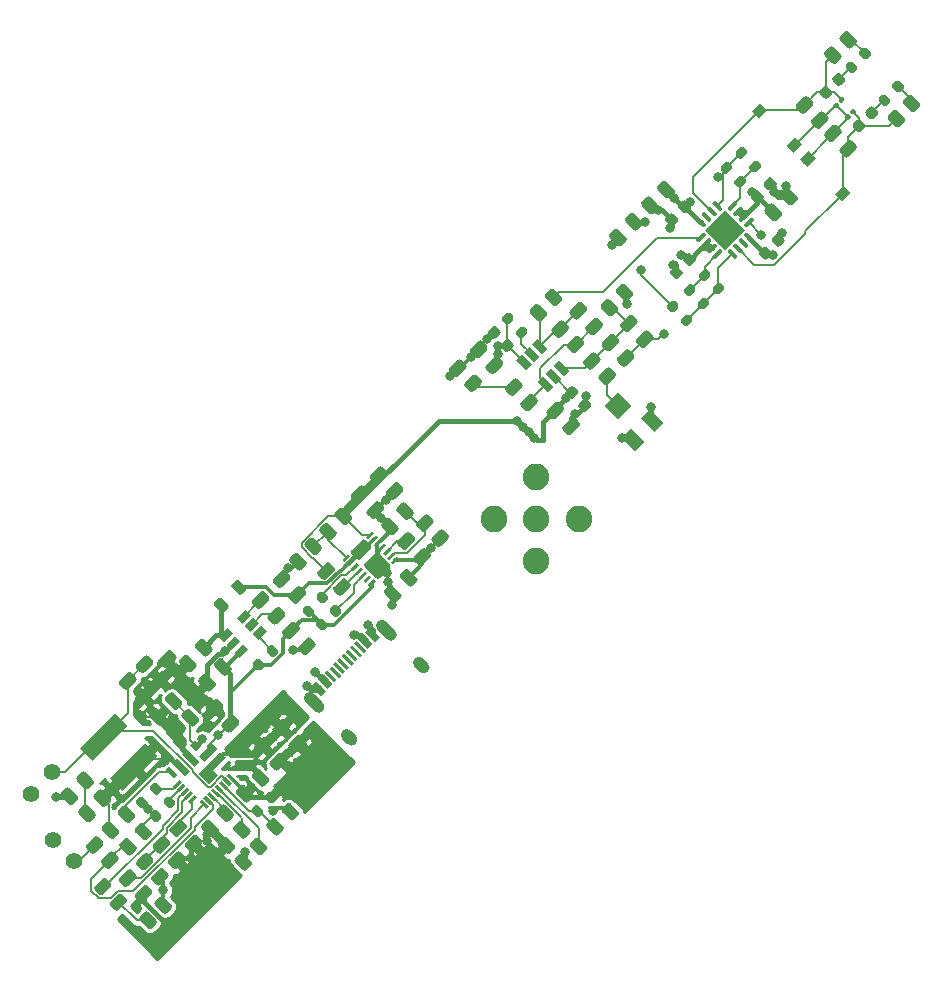
<source format=gbr>
%TF.GenerationSoftware,KiCad,Pcbnew,(5.1.9-16-g1737927814)-1*%
%TF.CreationDate,2021-07-23T22:07:44+02:00*%
%TF.ProjectId,Diffprobe,44696666-7072-46f6-9265-2e6b69636164,rev?*%
%TF.SameCoordinates,Original*%
%TF.FileFunction,Copper,L1,Top*%
%TF.FilePolarity,Positive*%
%FSLAX46Y46*%
G04 Gerber Fmt 4.6, Leading zero omitted, Abs format (unit mm)*
G04 Created by KiCad (PCBNEW (5.1.9-16-g1737927814)-1) date 2021-07-23 22:07:44*
%MOMM*%
%LPD*%
G01*
G04 APERTURE LIST*
%TA.AperFunction,SMDPad,CuDef*%
%ADD10C,0.100000*%
%TD*%
%TA.AperFunction,ComponentPad*%
%ADD11C,2.250000*%
%TD*%
%TA.AperFunction,ComponentPad*%
%ADD12C,1.400000*%
%TD*%
%TA.AperFunction,ViaPad*%
%ADD13C,0.800000*%
%TD*%
%TA.AperFunction,Conductor*%
%ADD14C,0.200000*%
%TD*%
%TA.AperFunction,Conductor*%
%ADD15C,0.300000*%
%TD*%
%TA.AperFunction,Conductor*%
%ADD16C,0.400000*%
%TD*%
%TA.AperFunction,Conductor*%
%ADD17C,0.130000*%
%TD*%
%TA.AperFunction,Conductor*%
%ADD18C,0.127000*%
%TD*%
%TA.AperFunction,Conductor*%
%ADD19C,0.254000*%
%TD*%
%TA.AperFunction,Conductor*%
%ADD20C,0.100000*%
%TD*%
G04 APERTURE END LIST*
%TO.P,C38,2*%
%TO.N,Net-(C38-Pad2)*%
%TA.AperFunction,SMDPad,CuDef*%
G36*
G01*
X168304459Y-37387691D02*
X168693368Y-36998782D01*
G75*
G02*
X168976210Y-36998782I141421J-141421D01*
G01*
X169259053Y-37281625D01*
G75*
G02*
X169259053Y-37564467I-141421J-141421D01*
G01*
X168870144Y-37953376D01*
G75*
G02*
X168587302Y-37953376I-141421J141421D01*
G01*
X168304459Y-37670533D01*
G75*
G02*
X168304459Y-37387691I141421J141421D01*
G01*
G37*
%TD.AperFunction*%
%TO.P,C38,1*%
%TO.N,Net-(C38-Pad1)*%
%TA.AperFunction,SMDPad,CuDef*%
G36*
G01*
X167137733Y-36220965D02*
X167526642Y-35832056D01*
G75*
G02*
X167809484Y-35832056I141421J-141421D01*
G01*
X168092327Y-36114899D01*
G75*
G02*
X168092327Y-36397741I-141421J-141421D01*
G01*
X167703418Y-36786650D01*
G75*
G02*
X167420576Y-36786650I-141421J141421D01*
G01*
X167137733Y-36503807D01*
G75*
G02*
X167137733Y-36220965I141421J141421D01*
G01*
G37*
%TD.AperFunction*%
%TD*%
%TO.P,C37,2*%
%TO.N,Net-(C37-Pad2)*%
%TA.AperFunction,SMDPad,CuDef*%
G36*
G01*
X163920397Y-48984242D02*
X164309306Y-48595333D01*
G75*
G02*
X164592148Y-48595333I141421J-141421D01*
G01*
X164874991Y-48878176D01*
G75*
G02*
X164874991Y-49161018I-141421J-141421D01*
G01*
X164486082Y-49549927D01*
G75*
G02*
X164203240Y-49549927I-141421J141421D01*
G01*
X163920397Y-49267084D01*
G75*
G02*
X163920397Y-48984242I141421J141421D01*
G01*
G37*
%TD.AperFunction*%
%TO.P,C37,1*%
%TO.N,Net-(C37-Pad1)*%
%TA.AperFunction,SMDPad,CuDef*%
G36*
G01*
X162753671Y-47817516D02*
X163142580Y-47428607D01*
G75*
G02*
X163425422Y-47428607I141421J-141421D01*
G01*
X163708265Y-47711450D01*
G75*
G02*
X163708265Y-47994292I-141421J-141421D01*
G01*
X163319356Y-48383201D01*
G75*
G02*
X163036514Y-48383201I-141421J141421D01*
G01*
X162753671Y-48100358D01*
G75*
G02*
X162753671Y-47817516I141421J141421D01*
G01*
G37*
%TD.AperFunction*%
%TD*%
%TO.P,R3,2*%
%TO.N,Net-(C38-Pad2)*%
%TA.AperFunction,SMDPad,CuDef*%
G36*
G01*
X167031667Y-38660483D02*
X167420576Y-38271574D01*
G75*
G02*
X167703418Y-38271574I141421J-141421D01*
G01*
X167986261Y-38554417D01*
G75*
G02*
X167986261Y-38837259I-141421J-141421D01*
G01*
X167597352Y-39226168D01*
G75*
G02*
X167314510Y-39226168I-141421J141421D01*
G01*
X167031667Y-38943325D01*
G75*
G02*
X167031667Y-38660483I141421J141421D01*
G01*
G37*
%TD.AperFunction*%
%TO.P,R3,1*%
%TO.N,Net-(C38-Pad1)*%
%TA.AperFunction,SMDPad,CuDef*%
G36*
G01*
X165864941Y-37493757D02*
X166253850Y-37104848D01*
G75*
G02*
X166536692Y-37104848I141421J-141421D01*
G01*
X166819535Y-37387691D01*
G75*
G02*
X166819535Y-37670533I-141421J-141421D01*
G01*
X166430626Y-38059442D01*
G75*
G02*
X166147784Y-38059442I-141421J141421D01*
G01*
X165864941Y-37776599D01*
G75*
G02*
X165864941Y-37493757I141421J141421D01*
G01*
G37*
%TD.AperFunction*%
%TD*%
%TO.P,R2,2*%
%TO.N,Net-(C38-Pad1)*%
%TA.AperFunction,SMDPad,CuDef*%
G36*
G01*
X162294052Y-49408506D02*
X161905143Y-49797415D01*
G75*
G02*
X161622301Y-49797415I-141421J141421D01*
G01*
X161339458Y-49514572D01*
G75*
G02*
X161339458Y-49231730I141421J141421D01*
G01*
X161728367Y-48842821D01*
G75*
G02*
X162011209Y-48842821I141421J-141421D01*
G01*
X162294052Y-49125664D01*
G75*
G02*
X162294052Y-49408506I-141421J-141421D01*
G01*
G37*
%TD.AperFunction*%
%TO.P,R2,1*%
%TO.N,Net-(C37-Pad2)*%
%TA.AperFunction,SMDPad,CuDef*%
G36*
G01*
X163460778Y-50575232D02*
X163071869Y-50964141D01*
G75*
G02*
X162789027Y-50964141I-141421J141421D01*
G01*
X162506184Y-50681298D01*
G75*
G02*
X162506184Y-50398456I141421J141421D01*
G01*
X162895093Y-50009547D01*
G75*
G02*
X163177935Y-50009547I141421J-141421D01*
G01*
X163460778Y-50292390D01*
G75*
G02*
X163460778Y-50575232I-141421J-141421D01*
G01*
G37*
%TD.AperFunction*%
%TD*%
%TO.P,R1,2*%
%TO.N,Net-(C37-Pad2)*%
%TA.AperFunction,SMDPad,CuDef*%
G36*
G01*
X165193190Y-47711450D02*
X165582099Y-47322541D01*
G75*
G02*
X165864941Y-47322541I141421J-141421D01*
G01*
X166147784Y-47605384D01*
G75*
G02*
X166147784Y-47888226I-141421J-141421D01*
G01*
X165758875Y-48277135D01*
G75*
G02*
X165476033Y-48277135I-141421J141421D01*
G01*
X165193190Y-47994292D01*
G75*
G02*
X165193190Y-47711450I141421J141421D01*
G01*
G37*
%TD.AperFunction*%
%TO.P,R1,1*%
%TO.N,Net-(C37-Pad1)*%
%TA.AperFunction,SMDPad,CuDef*%
G36*
G01*
X164026464Y-46544724D02*
X164415373Y-46155815D01*
G75*
G02*
X164698215Y-46155815I141421J-141421D01*
G01*
X164981058Y-46438658D01*
G75*
G02*
X164981058Y-46721500I-141421J-141421D01*
G01*
X164592149Y-47110409D01*
G75*
G02*
X164309307Y-47110409I-141421J141421D01*
G01*
X164026464Y-46827566D01*
G75*
G02*
X164026464Y-46544724I141421J141421D01*
G01*
G37*
%TD.AperFunction*%
%TD*%
%TA.AperFunction,SMDPad,CuDef*%
D10*
%TO.P,RV1,1*%
%TO.N,-5V*%
G36*
X160243443Y-59909041D02*
G01*
X159112072Y-58777670D01*
X159889889Y-57999853D01*
X161021260Y-59131224D01*
X160243443Y-59909041D01*
G37*
%TD.AperFunction*%
%TA.AperFunction,SMDPad,CuDef*%
%TO.P,RV1,3*%
%TO.N,+5V*%
G36*
X158617097Y-61535387D02*
G01*
X157485726Y-60404016D01*
X158263543Y-59626199D01*
X159394914Y-60757570D01*
X158617097Y-61535387D01*
G37*
%TD.AperFunction*%
%TA.AperFunction,SMDPad,CuDef*%
%TO.P,RV1,2*%
%TO.N,Net-(R18-Pad1)*%
G36*
X157202883Y-58848381D02*
G01*
X156071512Y-57717010D01*
X157202883Y-56585639D01*
X158334254Y-57717010D01*
X157202883Y-58848381D01*
G37*
%TD.AperFunction*%
%TD*%
D11*
%TO.P,J1,2*%
%TO.N,GND*%
X153829983Y-67298307D03*
X150237881Y-70890409D03*
X146645779Y-67298307D03*
X150237881Y-63706205D03*
%TO.P,J1,1*%
%TO.N,/OUTPUT*%
X150237881Y-67298307D03*
%TD*%
%TO.P,C36,1*%
%TO.N,-VDC*%
%TA.AperFunction,SMDPad,CuDef*%
G36*
G01*
X130704056Y-73750657D02*
X130032305Y-74422408D01*
G75*
G02*
X129678751Y-74422408I-176777J176777D01*
G01*
X129325198Y-74068855D01*
G75*
G02*
X129325198Y-73715301I176777J176777D01*
G01*
X129996949Y-73043550D01*
G75*
G02*
X130350503Y-73043550I176777J-176777D01*
G01*
X130704056Y-73397103D01*
G75*
G02*
X130704056Y-73750657I-176777J-176777D01*
G01*
G37*
%TD.AperFunction*%
%TO.P,C36,2*%
%TO.N,GND*%
%TA.AperFunction,SMDPad,CuDef*%
G36*
G01*
X129360554Y-72407155D02*
X128688803Y-73078906D01*
G75*
G02*
X128335249Y-73078906I-176777J176777D01*
G01*
X127981696Y-72725353D01*
G75*
G02*
X127981696Y-72371799I176777J176777D01*
G01*
X128653447Y-71700048D01*
G75*
G02*
X129007001Y-71700048I176777J-176777D01*
G01*
X129360554Y-72053601D01*
G75*
G02*
X129360554Y-72407155I-176777J-176777D01*
G01*
G37*
%TD.AperFunction*%
%TD*%
%TO.P,C35,2*%
%TO.N,GND*%
%TA.AperFunction,SMDPad,CuDef*%
G36*
G01*
X130138371Y-78064007D02*
X130810122Y-77392256D01*
G75*
G02*
X131163676Y-77392256I176777J-176777D01*
G01*
X131517229Y-77745809D01*
G75*
G02*
X131517229Y-78099363I-176777J-176777D01*
G01*
X130845478Y-78771114D01*
G75*
G02*
X130491924Y-78771114I-176777J176777D01*
G01*
X130138371Y-78417561D01*
G75*
G02*
X130138371Y-78064007I176777J176777D01*
G01*
G37*
%TD.AperFunction*%
%TO.P,C35,1*%
%TO.N,VDC*%
%TA.AperFunction,SMDPad,CuDef*%
G36*
G01*
X128794869Y-76720505D02*
X129466620Y-76048754D01*
G75*
G02*
X129820174Y-76048754I176777J-176777D01*
G01*
X130173727Y-76402307D01*
G75*
G02*
X130173727Y-76755861I-176777J-176777D01*
G01*
X129501976Y-77427612D01*
G75*
G02*
X129148422Y-77427612I-176777J176777D01*
G01*
X128794869Y-77074059D01*
G75*
G02*
X128794869Y-76720505I176777J176777D01*
G01*
G37*
%TD.AperFunction*%
%TD*%
%TO.P,C22,2*%
%TO.N,-5V*%
%TA.AperFunction,SMDPad,CuDef*%
G36*
G01*
X169771705Y-44299659D02*
X170125259Y-44653213D01*
G75*
G02*
X170125259Y-44971411I-159099J-159099D01*
G01*
X169807061Y-45289609D01*
G75*
G02*
X169488863Y-45289609I-159099J159099D01*
G01*
X169135309Y-44936055D01*
G75*
G02*
X169135309Y-44617857I159099J159099D01*
G01*
X169453507Y-44299659D01*
G75*
G02*
X169771705Y-44299659I159099J-159099D01*
G01*
G37*
%TD.AperFunction*%
%TO.P,C22,1*%
%TO.N,GND*%
%TA.AperFunction,SMDPad,CuDef*%
G36*
G01*
X170867721Y-43203643D02*
X171221275Y-43557197D01*
G75*
G02*
X171221275Y-43875395I-159099J-159099D01*
G01*
X170903077Y-44193593D01*
G75*
G02*
X170584879Y-44193593I-159099J159099D01*
G01*
X170231325Y-43840039D01*
G75*
G02*
X170231325Y-43521841I159099J159099D01*
G01*
X170549523Y-43203643D01*
G75*
G02*
X170867721Y-43203643I159099J-159099D01*
G01*
G37*
%TD.AperFunction*%
%TD*%
%TO.P,C7,2*%
%TO.N,GND*%
%TA.AperFunction,SMDPad,CuDef*%
G36*
G01*
X169913128Y-39420623D02*
X169559574Y-39067069D01*
G75*
G02*
X169559574Y-38748871I159099J159099D01*
G01*
X169877772Y-38430673D01*
G75*
G02*
X170195970Y-38430673I159099J-159099D01*
G01*
X170549524Y-38784227D01*
G75*
G02*
X170549524Y-39102425I-159099J-159099D01*
G01*
X170231326Y-39420623D01*
G75*
G02*
X169913128Y-39420623I-159099J159099D01*
G01*
G37*
%TD.AperFunction*%
%TO.P,C7,1*%
%TO.N,+5V*%
%TA.AperFunction,SMDPad,CuDef*%
G36*
G01*
X168817112Y-40516639D02*
X168463558Y-40163085D01*
G75*
G02*
X168463558Y-39844887I159099J159099D01*
G01*
X168781756Y-39526689D01*
G75*
G02*
X169099954Y-39526689I159099J-159099D01*
G01*
X169453508Y-39880243D01*
G75*
G02*
X169453508Y-40198441I-159099J-159099D01*
G01*
X169135310Y-40516639D01*
G75*
G02*
X168817112Y-40516639I-159099J159099D01*
G01*
G37*
%TD.AperFunction*%
%TD*%
%TO.P,C2,2*%
%TO.N,-5V*%
%TA.AperFunction,SMDPad,CuDef*%
G36*
G01*
X162665283Y-41365166D02*
X162311729Y-41011612D01*
G75*
G02*
X162311729Y-40693414I159099J159099D01*
G01*
X162629927Y-40375216D01*
G75*
G02*
X162948125Y-40375216I159099J-159099D01*
G01*
X163301679Y-40728770D01*
G75*
G02*
X163301679Y-41046968I-159099J-159099D01*
G01*
X162983481Y-41365166D01*
G75*
G02*
X162665283Y-41365166I-159099J159099D01*
G01*
G37*
%TD.AperFunction*%
%TO.P,C2,1*%
%TO.N,GND*%
%TA.AperFunction,SMDPad,CuDef*%
G36*
G01*
X161569267Y-42461182D02*
X161215713Y-42107628D01*
G75*
G02*
X161215713Y-41789430I159099J159099D01*
G01*
X161533911Y-41471232D01*
G75*
G02*
X161852109Y-41471232I159099J-159099D01*
G01*
X162205663Y-41824786D01*
G75*
G02*
X162205663Y-42142984I-159099J-159099D01*
G01*
X161887465Y-42461182D01*
G75*
G02*
X161569267Y-42461182I-159099J159099D01*
G01*
G37*
%TD.AperFunction*%
%TD*%
%TO.P,C1,2*%
%TO.N,GND*%
%TA.AperFunction,SMDPad,CuDef*%
G36*
G01*
X162258696Y-45943683D02*
X162612250Y-46297237D01*
G75*
G02*
X162612250Y-46615435I-159099J-159099D01*
G01*
X162294052Y-46933633D01*
G75*
G02*
X161975854Y-46933633I-159099J159099D01*
G01*
X161622300Y-46580079D01*
G75*
G02*
X161622300Y-46261881I159099J159099D01*
G01*
X161940498Y-45943683D01*
G75*
G02*
X162258696Y-45943683I159099J-159099D01*
G01*
G37*
%TD.AperFunction*%
%TO.P,C1,1*%
%TO.N,+5V*%
%TA.AperFunction,SMDPad,CuDef*%
G36*
G01*
X163354712Y-44847667D02*
X163708266Y-45201221D01*
G75*
G02*
X163708266Y-45519419I-159099J-159099D01*
G01*
X163390068Y-45837617D01*
G75*
G02*
X163071870Y-45837617I-159099J159099D01*
G01*
X162718316Y-45484063D01*
G75*
G02*
X162718316Y-45165865I159099J159099D01*
G01*
X163036514Y-44847667D01*
G75*
G02*
X163354712Y-44847667I159099J-159099D01*
G01*
G37*
%TD.AperFunction*%
%TD*%
%TA.AperFunction,SMDPad,CuDef*%
D10*
%TO.P,L1,2*%
%TO.N,Net-(C14-Pad1)*%
G36*
X114140080Y-89253973D02*
G01*
X117109928Y-86284125D01*
X118170588Y-87344785D01*
X115200740Y-90314633D01*
X114140080Y-89253973D01*
G37*
%TD.AperFunction*%
%TA.AperFunction,SMDPad,CuDef*%
%TO.P,L1,1*%
%TO.N,Net-(BT1-Pad1)*%
G36*
X111594496Y-86708389D02*
G01*
X114564344Y-83738541D01*
X115625004Y-84799201D01*
X112655156Y-87769049D01*
X111594496Y-86708389D01*
G37*
%TD.AperFunction*%
%TD*%
%TO.P,C20,2*%
%TO.N,GND*%
%TA.AperFunction,SMDPad,CuDef*%
G36*
G01*
X117728647Y-80927790D02*
X118400398Y-80256039D01*
G75*
G02*
X118753952Y-80256039I176777J-176777D01*
G01*
X119107505Y-80609592D01*
G75*
G02*
X119107505Y-80963146I-176777J-176777D01*
G01*
X118435754Y-81634897D01*
G75*
G02*
X118082200Y-81634897I-176777J176777D01*
G01*
X117728647Y-81281344D01*
G75*
G02*
X117728647Y-80927790I176777J176777D01*
G01*
G37*
%TD.AperFunction*%
%TO.P,C20,1*%
%TO.N,Net-(BT1-Pad1)*%
%TA.AperFunction,SMDPad,CuDef*%
G36*
G01*
X116385145Y-79584288D02*
X117056896Y-78912537D01*
G75*
G02*
X117410450Y-78912537I176777J-176777D01*
G01*
X117764003Y-79266090D01*
G75*
G02*
X117764003Y-79619644I-176777J-176777D01*
G01*
X117092252Y-80291395D01*
G75*
G02*
X116738698Y-80291395I-176777J176777D01*
G01*
X116385145Y-79937842D01*
G75*
G02*
X116385145Y-79584288I176777J176777D01*
G01*
G37*
%TD.AperFunction*%
%TD*%
%TO.P,C19,2*%
%TO.N,GND*%
%TA.AperFunction,SMDPad,CuDef*%
G36*
G01*
X118223622Y-83367309D02*
X118895373Y-84039060D01*
G75*
G02*
X118895373Y-84392614I-176777J-176777D01*
G01*
X118541820Y-84746167D01*
G75*
G02*
X118188266Y-84746167I-176777J176777D01*
G01*
X117516515Y-84074416D01*
G75*
G02*
X117516515Y-83720862I176777J176777D01*
G01*
X117870068Y-83367309D01*
G75*
G02*
X118223622Y-83367309I176777J-176777D01*
G01*
G37*
%TD.AperFunction*%
%TO.P,C19,1*%
%TO.N,/Battery management/BUS*%
%TA.AperFunction,SMDPad,CuDef*%
G36*
G01*
X119567124Y-82023807D02*
X120238875Y-82695558D01*
G75*
G02*
X120238875Y-83049112I-176777J-176777D01*
G01*
X119885322Y-83402665D01*
G75*
G02*
X119531768Y-83402665I-176777J176777D01*
G01*
X118860017Y-82730914D01*
G75*
G02*
X118860017Y-82377360I176777J176777D01*
G01*
X119213570Y-82023807D01*
G75*
G02*
X119567124Y-82023807I176777J-176777D01*
G01*
G37*
%TD.AperFunction*%
%TD*%
%TA.AperFunction,SMDPad,CuDef*%
%TO.P,U5,2*%
%TO.N,Net-(C11-Pad1)*%
G36*
X122585964Y-89716276D02*
G01*
X122577320Y-89720896D01*
X122567940Y-89723741D01*
X122558186Y-89724702D01*
X122548432Y-89723741D01*
X122539052Y-89720896D01*
X122530408Y-89716276D01*
X122522831Y-89710057D01*
X121674303Y-88861529D01*
X121668084Y-88853952D01*
X121663464Y-88845308D01*
X121660619Y-88835928D01*
X121659659Y-88826174D01*
X121660619Y-88816420D01*
X121663464Y-88807040D01*
X121668084Y-88798396D01*
X121674303Y-88790819D01*
X123434999Y-87030123D01*
X123442576Y-87023904D01*
X123451220Y-87019284D01*
X123460600Y-87016439D01*
X123470354Y-87015479D01*
X123480108Y-87016439D01*
X123489488Y-87019284D01*
X123498132Y-87023904D01*
X123505709Y-87030123D01*
X123929973Y-87454387D01*
X123936192Y-87461964D01*
X123940812Y-87470608D01*
X123943657Y-87479988D01*
X123944617Y-87489742D01*
X123943657Y-87499496D01*
X123940812Y-87508876D01*
X123936192Y-87517520D01*
X123929973Y-87525097D01*
X122911446Y-88543625D01*
X123297406Y-88936072D01*
X123303561Y-88943700D01*
X123308109Y-88952382D01*
X123310877Y-88961785D01*
X123311756Y-88971548D01*
X123310714Y-88981294D01*
X123307791Y-88990649D01*
X123303098Y-88999255D01*
X123297113Y-89006486D01*
X122593541Y-89710057D01*
X122585964Y-89716276D01*
G37*
%TD.AperFunction*%
%TA.AperFunction,SMDPad,CuDef*%
%TO.P,U5,3*%
%TO.N,VDC*%
G36*
X122766783Y-86284125D02*
G01*
X123261757Y-86779099D01*
X122201097Y-87839759D01*
X121706123Y-87344785D01*
X122766783Y-86284125D01*
G37*
%TD.AperFunction*%
%TA.AperFunction,SMDPad,CuDef*%
%TO.P,U5,20*%
%TO.N,GND*%
G36*
X124202209Y-88808496D02*
G01*
X124767895Y-89374182D01*
X124555763Y-89586314D01*
X123990077Y-89020628D01*
X124202209Y-88808496D01*
G37*
%TD.AperFunction*%
%TA.AperFunction,SMDPad,CuDef*%
%TO.P,U5,19*%
%TO.N,Net-(BT1-Pad1)*%
G36*
X123884011Y-89126694D02*
G01*
X124449697Y-89692380D01*
X124237565Y-89904512D01*
X123671879Y-89338826D01*
X123884011Y-89126694D01*
G37*
%TD.AperFunction*%
%TA.AperFunction,SMDPad,CuDef*%
%TO.P,U5,18*%
%TO.N,Net-(R29-Pad2)*%
G36*
X123565813Y-89444892D02*
G01*
X124131499Y-90010578D01*
X123919367Y-90222710D01*
X123353681Y-89657024D01*
X123565813Y-89444892D01*
G37*
%TD.AperFunction*%
%TA.AperFunction,SMDPad,CuDef*%
%TO.P,U5,17*%
%TO.N,Net-(R24-Pad1)*%
G36*
X123247615Y-89763090D02*
G01*
X123813301Y-90328776D01*
X123601169Y-90540908D01*
X123035483Y-89975222D01*
X123247615Y-89763090D01*
G37*
%TD.AperFunction*%
%TA.AperFunction,SMDPad,CuDef*%
%TO.P,U5,16*%
%TO.N,Net-(R26-Pad2)*%
G36*
X122922346Y-90088359D02*
G01*
X123488032Y-90654045D01*
X123275900Y-90866177D01*
X122710214Y-90300491D01*
X122922346Y-90088359D01*
G37*
%TD.AperFunction*%
%TA.AperFunction,SMDPad,CuDef*%
%TO.P,U5,15*%
%TO.N,Net-(R21-Pad1)*%
G36*
X122604148Y-90406557D02*
G01*
X123169834Y-90972243D01*
X122957702Y-91184375D01*
X122392016Y-90618689D01*
X122604148Y-90406557D01*
G37*
%TD.AperFunction*%
%TA.AperFunction,SMDPad,CuDef*%
%TO.P,U5,14*%
%TO.N,Net-(R27-Pad2)*%
G36*
X122285950Y-90724755D02*
G01*
X122851636Y-91290441D01*
X122639504Y-91502573D01*
X122073818Y-90936887D01*
X122285950Y-90724755D01*
G37*
%TD.AperFunction*%
%TA.AperFunction,SMDPad,CuDef*%
%TO.P,U5,13*%
%TO.N,Net-(C13-Pad1)*%
G36*
X121967752Y-91042953D02*
G01*
X122533438Y-91608639D01*
X122321306Y-91820771D01*
X121755620Y-91255085D01*
X121967752Y-91042953D01*
G37*
%TD.AperFunction*%
%TA.AperFunction,SMDPad,CuDef*%
%TO.P,U5,12*%
%TO.N,Net-(R25-Pad1)*%
G36*
X121529346Y-90844963D02*
G01*
X120963660Y-91410649D01*
X120751528Y-91198517D01*
X121317214Y-90632831D01*
X121529346Y-90844963D01*
G37*
%TD.AperFunction*%
%TA.AperFunction,SMDPad,CuDef*%
%TO.P,U5,11*%
%TO.N,Net-(R19-Pad2)*%
G36*
X121211148Y-90526765D02*
G01*
X120645462Y-91092451D01*
X120433330Y-90880319D01*
X120999016Y-90314633D01*
X121211148Y-90526765D01*
G37*
%TD.AperFunction*%
%TA.AperFunction,SMDPad,CuDef*%
%TO.P,U5,10*%
%TO.N,Net-(D3-Pad1)*%
G36*
X120892950Y-90208567D02*
G01*
X120327264Y-90774253D01*
X120115132Y-90562121D01*
X120680818Y-89996435D01*
X120892950Y-90208567D01*
G37*
%TD.AperFunction*%
%TA.AperFunction,SMDPad,CuDef*%
%TO.P,U5,9*%
%TO.N,Net-(R23-Pad1)*%
G36*
X120574752Y-89890369D02*
G01*
X120009066Y-90456055D01*
X119796934Y-90243923D01*
X120362620Y-89678237D01*
X120574752Y-89890369D01*
G37*
%TD.AperFunction*%
%TA.AperFunction,SMDPad,CuDef*%
%TO.P,U5,8*%
%TO.N,Net-(R22-Pad1)*%
G36*
X120256554Y-89572171D02*
G01*
X119690868Y-90137857D01*
X119478736Y-89925725D01*
X120044422Y-89360039D01*
X120256554Y-89572171D01*
G37*
%TD.AperFunction*%
%TA.AperFunction,SMDPad,CuDef*%
%TO.P,U5,7*%
%TO.N,Net-(C14-Pad2)*%
G36*
X119620158Y-89218618D02*
G01*
X118913051Y-88511511D01*
X119195894Y-88228668D01*
X119903001Y-88935775D01*
X119620158Y-89218618D01*
G37*
%TD.AperFunction*%
%TA.AperFunction,SMDPad,CuDef*%
%TO.P,U5,6*%
%TO.N,Net-(C14-Pad1)*%
G36*
X120504041Y-89041841D02*
G01*
X119443381Y-87981181D01*
X119867645Y-87556917D01*
X120928305Y-88617577D01*
X120504041Y-89041841D01*
G37*
%TD.AperFunction*%
%TA.AperFunction,SMDPad,CuDef*%
%TO.P,U5,5*%
%TO.N,GND*%
G36*
X121281859Y-88264024D02*
G01*
X120221199Y-87203364D01*
X120645463Y-86779100D01*
X121706123Y-87839760D01*
X121281859Y-88264024D01*
G37*
%TD.AperFunction*%
%TA.AperFunction,SMDPad,CuDef*%
%TO.P,U5,4*%
%TO.N,/Battery management/BUS*%
G36*
X121458635Y-86955876D02*
G01*
X120963661Y-86460902D01*
X121387925Y-86036638D01*
X121882899Y-86531612D01*
X121458635Y-86955876D01*
G37*
%TD.AperFunction*%
%TA.AperFunction,SMDPad,CuDef*%
%TO.P,U5,1*%
%TO.N,Net-(C11-Pad1)*%
G36*
X123509245Y-88440800D02*
G01*
X124216351Y-87733694D01*
X124428483Y-87945826D01*
X123721377Y-88652932D01*
X123509245Y-88440800D01*
G37*
%TD.AperFunction*%
%TD*%
%TO.P,R40,1*%
%TO.N,VDC*%
%TA.AperFunction,SMDPad,CuDef*%
G36*
G01*
X130880833Y-75589134D02*
X130491924Y-75200225D01*
G75*
G02*
X130491924Y-74917383I141421J141421D01*
G01*
X130774767Y-74634540D01*
G75*
G02*
X131057609Y-74634540I141421J-141421D01*
G01*
X131446518Y-75023449D01*
G75*
G02*
X131446518Y-75306291I-141421J-141421D01*
G01*
X131163675Y-75589134D01*
G75*
G02*
X130880833Y-75589134I-141421J141421D01*
G01*
G37*
%TD.AperFunction*%
%TO.P,R40,2*%
%TO.N,Net-(R40-Pad2)*%
%TA.AperFunction,SMDPad,CuDef*%
G36*
G01*
X132047559Y-74422408D02*
X131658650Y-74033499D01*
G75*
G02*
X131658650Y-73750657I141421J141421D01*
G01*
X131941493Y-73467814D01*
G75*
G02*
X132224335Y-73467814I141421J-141421D01*
G01*
X132613244Y-73856723D01*
G75*
G02*
X132613244Y-74139565I-141421J-141421D01*
G01*
X132330401Y-74422408D01*
G75*
G02*
X132047559Y-74422408I-141421J141421D01*
G01*
G37*
%TD.AperFunction*%
%TD*%
%TO.P,R32,1*%
%TO.N,VDC*%
%TA.AperFunction,SMDPad,CuDef*%
G36*
G01*
X131994527Y-76738183D02*
X131605618Y-76349274D01*
G75*
G02*
X131605618Y-76066432I141421J141421D01*
G01*
X131888461Y-75783589D01*
G75*
G02*
X132171303Y-75783589I141421J-141421D01*
G01*
X132560212Y-76172498D01*
G75*
G02*
X132560212Y-76455340I-141421J-141421D01*
G01*
X132277369Y-76738183D01*
G75*
G02*
X131994527Y-76738183I-141421J141421D01*
G01*
G37*
%TD.AperFunction*%
%TO.P,R32,2*%
%TO.N,Net-(R32-Pad2)*%
%TA.AperFunction,SMDPad,CuDef*%
G36*
G01*
X133161253Y-75571457D02*
X132772344Y-75182548D01*
G75*
G02*
X132772344Y-74899706I141421J141421D01*
G01*
X133055187Y-74616863D01*
G75*
G02*
X133338029Y-74616863I141421J-141421D01*
G01*
X133726938Y-75005772D01*
G75*
G02*
X133726938Y-75288614I-141421J-141421D01*
G01*
X133444095Y-75571457D01*
G75*
G02*
X133161253Y-75571457I-141421J141421D01*
G01*
G37*
%TD.AperFunction*%
%TD*%
D12*
%TO.P,BT1,2*%
%TO.N,GND*%
X107464992Y-90555049D03*
%TO.P,BT1,1*%
%TO.N,Net-(BT1-Pad1)*%
X109261043Y-88758998D03*
%TD*%
%TO.P,R39,2*%
%TO.N,Net-(R39-Pad2)*%
%TA.AperFunction,SMDPad,CuDef*%
G36*
G01*
X127804919Y-78947892D02*
X127416010Y-78558983D01*
G75*
G02*
X127416010Y-78276141I141421J141421D01*
G01*
X127698853Y-77993298D01*
G75*
G02*
X127981695Y-77993298I141421J-141421D01*
G01*
X128370604Y-78382207D01*
G75*
G02*
X128370604Y-78665049I-141421J-141421D01*
G01*
X128087761Y-78947892D01*
G75*
G02*
X127804919Y-78947892I-141421J141421D01*
G01*
G37*
%TD.AperFunction*%
%TO.P,R39,1*%
%TO.N,VDC*%
%TA.AperFunction,SMDPad,CuDef*%
G36*
G01*
X126638193Y-80114618D02*
X126249284Y-79725709D01*
G75*
G02*
X126249284Y-79442867I141421J141421D01*
G01*
X126532127Y-79160024D01*
G75*
G02*
X126814969Y-79160024I141421J-141421D01*
G01*
X127203878Y-79548933D01*
G75*
G02*
X127203878Y-79831775I-141421J-141421D01*
G01*
X126921035Y-80114618D01*
G75*
G02*
X126638193Y-80114618I-141421J141421D01*
G01*
G37*
%TD.AperFunction*%
%TD*%
%TO.P,R31,2*%
%TO.N,+5V*%
%TA.AperFunction,SMDPad,CuDef*%
G36*
G01*
X148311015Y-50416133D02*
X147922106Y-50805042D01*
G75*
G02*
X147639264Y-50805042I-141421J141421D01*
G01*
X147356421Y-50522199D01*
G75*
G02*
X147356421Y-50239357I141421J141421D01*
G01*
X147745330Y-49850448D01*
G75*
G02*
X148028172Y-49850448I141421J-141421D01*
G01*
X148311015Y-50133291D01*
G75*
G02*
X148311015Y-50416133I-141421J-141421D01*
G01*
G37*
%TD.AperFunction*%
%TO.P,R31,1*%
%TO.N,Net-(R31-Pad1)*%
%TA.AperFunction,SMDPad,CuDef*%
G36*
G01*
X149477741Y-51582859D02*
X149088832Y-51971768D01*
G75*
G02*
X148805990Y-51971768I-141421J141421D01*
G01*
X148523147Y-51688925D01*
G75*
G02*
X148523147Y-51406083I141421J141421D01*
G01*
X148912056Y-51017174D01*
G75*
G02*
X149194898Y-51017174I141421J-141421D01*
G01*
X149477741Y-51300017D01*
G75*
G02*
X149477741Y-51582859I-141421J-141421D01*
G01*
G37*
%TD.AperFunction*%
%TD*%
%TO.P,R30,2*%
%TO.N,GND*%
%TA.AperFunction,SMDPad,CuDef*%
G36*
G01*
X127716530Y-91339938D02*
X127327621Y-90951029D01*
G75*
G02*
X127327621Y-90668187I141421J141421D01*
G01*
X127610464Y-90385344D01*
G75*
G02*
X127893306Y-90385344I141421J-141421D01*
G01*
X128282215Y-90774253D01*
G75*
G02*
X128282215Y-91057095I-141421J-141421D01*
G01*
X127999372Y-91339938D01*
G75*
G02*
X127716530Y-91339938I-141421J141421D01*
G01*
G37*
%TD.AperFunction*%
%TO.P,R30,1*%
%TO.N,Net-(R29-Pad2)*%
%TA.AperFunction,SMDPad,CuDef*%
G36*
G01*
X126549804Y-92506664D02*
X126160895Y-92117755D01*
G75*
G02*
X126160895Y-91834913I141421J141421D01*
G01*
X126443738Y-91552070D01*
G75*
G02*
X126726580Y-91552070I141421J-141421D01*
G01*
X127115489Y-91940979D01*
G75*
G02*
X127115489Y-92223821I-141421J-141421D01*
G01*
X126832646Y-92506664D01*
G75*
G02*
X126549804Y-92506664I-141421J141421D01*
G01*
G37*
%TD.AperFunction*%
%TD*%
%TO.P,R23,2*%
%TO.N,/Battery management/BUS*%
%TA.AperFunction,SMDPad,CuDef*%
G36*
G01*
X118099878Y-91976334D02*
X118488787Y-92365243D01*
G75*
G02*
X118488787Y-92648085I-141421J-141421D01*
G01*
X118205944Y-92930928D01*
G75*
G02*
X117923102Y-92930928I-141421J141421D01*
G01*
X117534193Y-92542019D01*
G75*
G02*
X117534193Y-92259177I141421J141421D01*
G01*
X117817036Y-91976334D01*
G75*
G02*
X118099878Y-91976334I141421J-141421D01*
G01*
G37*
%TD.AperFunction*%
%TO.P,R23,1*%
%TO.N,Net-(R23-Pad1)*%
%TA.AperFunction,SMDPad,CuDef*%
G36*
G01*
X119266604Y-90809608D02*
X119655513Y-91198517D01*
G75*
G02*
X119655513Y-91481359I-141421J-141421D01*
G01*
X119372670Y-91764202D01*
G75*
G02*
X119089828Y-91764202I-141421J141421D01*
G01*
X118700919Y-91375293D01*
G75*
G02*
X118700919Y-91092451I141421J141421D01*
G01*
X118983762Y-90809608D01*
G75*
G02*
X119266604Y-90809608I141421J-141421D01*
G01*
G37*
%TD.AperFunction*%
%TD*%
%TO.P,R22,2*%
%TO.N,/Battery management/BUS*%
%TA.AperFunction,SMDPad,CuDef*%
G36*
G01*
X116968507Y-90844963D02*
X117357416Y-91233872D01*
G75*
G02*
X117357416Y-91516714I-141421J-141421D01*
G01*
X117074573Y-91799557D01*
G75*
G02*
X116791731Y-91799557I-141421J141421D01*
G01*
X116402822Y-91410648D01*
G75*
G02*
X116402822Y-91127806I141421J141421D01*
G01*
X116685665Y-90844963D01*
G75*
G02*
X116968507Y-90844963I141421J-141421D01*
G01*
G37*
%TD.AperFunction*%
%TO.P,R22,1*%
%TO.N,Net-(R22-Pad1)*%
%TA.AperFunction,SMDPad,CuDef*%
G36*
G01*
X118135233Y-89678237D02*
X118524142Y-90067146D01*
G75*
G02*
X118524142Y-90349988I-141421J-141421D01*
G01*
X118241299Y-90632831D01*
G75*
G02*
X117958457Y-90632831I-141421J141421D01*
G01*
X117569548Y-90243922D01*
G75*
G02*
X117569548Y-89961080I141421J141421D01*
G01*
X117852391Y-89678237D01*
G75*
G02*
X118135233Y-89678237I141421J-141421D01*
G01*
G37*
%TD.AperFunction*%
%TD*%
%TO.P,R15,2*%
%TO.N,/IN+*%
%TA.AperFunction,SMDPad,CuDef*%
G36*
G01*
X177991823Y-28365008D02*
X177602914Y-27976099D01*
G75*
G02*
X177602914Y-27693257I141421J141421D01*
G01*
X177885757Y-27410414D01*
G75*
G02*
X178168599Y-27410414I141421J-141421D01*
G01*
X178557508Y-27799323D01*
G75*
G02*
X178557508Y-28082165I-141421J-141421D01*
G01*
X178274665Y-28365008D01*
G75*
G02*
X177991823Y-28365008I-141421J141421D01*
G01*
G37*
%TD.AperFunction*%
%TO.P,R15,1*%
%TO.N,Net-(C4-Pad2)*%
%TA.AperFunction,SMDPad,CuDef*%
G36*
G01*
X176825097Y-29531734D02*
X176436188Y-29142825D01*
G75*
G02*
X176436188Y-28859983I141421J141421D01*
G01*
X176719031Y-28577140D01*
G75*
G02*
X177001873Y-28577140I141421J-141421D01*
G01*
X177390782Y-28966049D01*
G75*
G02*
X177390782Y-29248891I-141421J-141421D01*
G01*
X177107939Y-29531734D01*
G75*
G02*
X176825097Y-29531734I-141421J141421D01*
G01*
G37*
%TD.AperFunction*%
%TD*%
%TO.P,R14,2*%
%TO.N,/IN-*%
%TA.AperFunction,SMDPad,CuDef*%
G36*
G01*
X180784894Y-31158080D02*
X180395985Y-30769171D01*
G75*
G02*
X180395985Y-30486329I141421J141421D01*
G01*
X180678828Y-30203486D01*
G75*
G02*
X180961670Y-30203486I141421J-141421D01*
G01*
X181350579Y-30592395D01*
G75*
G02*
X181350579Y-30875237I-141421J-141421D01*
G01*
X181067736Y-31158080D01*
G75*
G02*
X180784894Y-31158080I-141421J141421D01*
G01*
G37*
%TD.AperFunction*%
%TO.P,R14,1*%
%TO.N,Net-(C3-Pad2)*%
%TA.AperFunction,SMDPad,CuDef*%
G36*
G01*
X179618168Y-32324806D02*
X179229259Y-31935897D01*
G75*
G02*
X179229259Y-31653055I141421J141421D01*
G01*
X179512102Y-31370212D01*
G75*
G02*
X179794944Y-31370212I141421J-141421D01*
G01*
X180183853Y-31759121D01*
G75*
G02*
X180183853Y-32041963I-141421J-141421D01*
G01*
X179901010Y-32324806D01*
G75*
G02*
X179618168Y-32324806I-141421J141421D01*
G01*
G37*
%TD.AperFunction*%
%TD*%
%TA.AperFunction,SMDPad,CuDef*%
D10*
%TO.P,P1,A12*%
%TO.N,GND*%
G36*
X136771032Y-77519535D02*
G01*
X135957860Y-76706363D01*
X136169992Y-76494231D01*
X136983164Y-77307403D01*
X136771032Y-77519535D01*
G37*
%TD.AperFunction*%
%TA.AperFunction,SMDPad,CuDef*%
%TO.P,P1,A9*%
%TO.N,Net-(C11-Pad1)*%
G36*
X136205346Y-78085221D02*
G01*
X135392174Y-77272049D01*
X135604306Y-77059917D01*
X136417478Y-77873089D01*
X136205346Y-78085221D01*
G37*
%TD.AperFunction*%
%TA.AperFunction,SMDPad,CuDef*%
%TO.P,P1,B9*%
G36*
X132811234Y-81479333D02*
G01*
X131998062Y-80666161D01*
X132210194Y-80454029D01*
X133023366Y-81267201D01*
X132811234Y-81479333D01*
G37*
%TD.AperFunction*%
%TA.AperFunction,SMDPad,CuDef*%
%TO.P,P1,B12*%
%TO.N,GND*%
G36*
X132245548Y-82045019D02*
G01*
X131432376Y-81231847D01*
X131644508Y-81019715D01*
X132457680Y-81832887D01*
X132245548Y-82045019D01*
G37*
%TD.AperFunction*%
%TA.AperFunction,SMDPad,CuDef*%
%TO.P,P1,A1*%
G36*
X132033416Y-82257151D02*
G01*
X131220244Y-81443979D01*
X131432376Y-81231847D01*
X132245548Y-82045019D01*
X132033416Y-82257151D01*
G37*
%TD.AperFunction*%
%TA.AperFunction,SMDPad,CuDef*%
%TO.P,P1,A4*%
%TO.N,Net-(C11-Pad1)*%
G36*
X132599102Y-81691465D02*
G01*
X131785930Y-80878293D01*
X131998062Y-80666161D01*
X132811234Y-81479333D01*
X132599102Y-81691465D01*
G37*
%TD.AperFunction*%
%TA.AperFunction,SMDPad,CuDef*%
%TO.P,P1,B8*%
%TO.N,N/C*%
G36*
X133164787Y-81125780D02*
G01*
X132351615Y-80312608D01*
X132563747Y-80100476D01*
X133376919Y-80913648D01*
X133164787Y-81125780D01*
G37*
%TD.AperFunction*%
%TA.AperFunction,SMDPad,CuDef*%
%TO.P,P1,A5*%
%TO.N,Net-(P1-PadA5)*%
G36*
X133518341Y-80772227D02*
G01*
X132705169Y-79959055D01*
X132917301Y-79746923D01*
X133730473Y-80560095D01*
X133518341Y-80772227D01*
G37*
%TD.AperFunction*%
%TA.AperFunction,SMDPad,CuDef*%
%TO.P,P1,B7*%
%TO.N,N/C*%
G36*
X133871894Y-80418673D02*
G01*
X133058722Y-79605501D01*
X133270854Y-79393369D01*
X134084026Y-80206541D01*
X133871894Y-80418673D01*
G37*
%TD.AperFunction*%
%TA.AperFunction,SMDPad,CuDef*%
%TO.P,P1,A6*%
%TO.N,Net-(P1-PadA6)*%
G36*
X134225447Y-80065120D02*
G01*
X133412275Y-79251948D01*
X133624407Y-79039816D01*
X134437579Y-79852988D01*
X134225447Y-80065120D01*
G37*
%TD.AperFunction*%
%TA.AperFunction,SMDPad,CuDef*%
%TO.P,P1,A7*%
%TO.N,Net-(P1-PadA7)*%
G36*
X134579001Y-79711566D02*
G01*
X133765829Y-78898394D01*
X133977961Y-78686262D01*
X134791133Y-79499434D01*
X134579001Y-79711566D01*
G37*
%TD.AperFunction*%
%TA.AperFunction,SMDPad,CuDef*%
%TO.P,P1,B6*%
%TO.N,N/C*%
G36*
X134932554Y-79358013D02*
G01*
X134119382Y-78544841D01*
X134331514Y-78332709D01*
X135144686Y-79145881D01*
X134932554Y-79358013D01*
G37*
%TD.AperFunction*%
%TA.AperFunction,SMDPad,CuDef*%
%TO.P,P1,A8*%
G36*
X135286108Y-79004460D02*
G01*
X134472936Y-78191288D01*
X134685068Y-77979156D01*
X135498240Y-78792328D01*
X135286108Y-79004460D01*
G37*
%TD.AperFunction*%
%TA.AperFunction,SMDPad,CuDef*%
%TO.P,P1,B5*%
%TO.N,Net-(P1-PadB5)*%
G36*
X135639661Y-78650906D02*
G01*
X134826489Y-77837734D01*
X135038621Y-77625602D01*
X135851793Y-78438774D01*
X135639661Y-78650906D01*
G37*
%TD.AperFunction*%
%TA.AperFunction,SMDPad,CuDef*%
%TO.P,P1,B4*%
%TO.N,Net-(C11-Pad1)*%
G36*
X135993214Y-78297353D02*
G01*
X135180042Y-77484181D01*
X135392174Y-77272049D01*
X136205346Y-78085221D01*
X135993214Y-78297353D01*
G37*
%TD.AperFunction*%
%TA.AperFunction,SMDPad,CuDef*%
%TO.P,P1,B1*%
%TO.N,GND*%
G36*
X136558900Y-77731667D02*
G01*
X135745728Y-76918495D01*
X135957860Y-76706363D01*
X136771032Y-77519535D01*
X136558900Y-77731667D01*
G37*
%TD.AperFunction*%
%TO.P,P1,S1*%
%TA.AperFunction,ComponentPad*%
G36*
G01*
X140370206Y-80241896D02*
X139945942Y-79817632D01*
G75*
G02*
X139945942Y-79110526I353553J353553D01*
G01*
X139945942Y-79110526D01*
G75*
G02*
X140653048Y-79110526I353553J-353553D01*
G01*
X141077312Y-79534790D01*
G75*
G02*
X141077312Y-80241896I-353553J-353553D01*
G01*
X141077312Y-80241896D01*
G75*
G02*
X140370206Y-80241896I-353553J353553D01*
G01*
G37*
%TD.AperFunction*%
%TA.AperFunction,ComponentPad*%
G36*
G01*
X134260803Y-86351299D02*
X133836539Y-85927035D01*
G75*
G02*
X133836539Y-85219929I353553J353553D01*
G01*
X133836539Y-85219929D01*
G75*
G02*
X134543645Y-85219929I353553J-353553D01*
G01*
X134967909Y-85644193D01*
G75*
G02*
X134967909Y-86351299I-353553J-353553D01*
G01*
X134967909Y-86351299D01*
G75*
G02*
X134260803Y-86351299I-353553J353553D01*
G01*
G37*
%TD.AperFunction*%
%TA.AperFunction,ComponentPad*%
G36*
G01*
X137591277Y-77462967D02*
X136813459Y-76685149D01*
G75*
G02*
X136813459Y-75978043I353553J353553D01*
G01*
X136813459Y-75978043D01*
G75*
G02*
X137520565Y-75978043I353553J-353553D01*
G01*
X138298383Y-76755861D01*
G75*
G02*
X138298383Y-77462967I-353553J-353553D01*
G01*
X138298383Y-77462967D01*
G75*
G02*
X137591277Y-77462967I-353553J353553D01*
G01*
G37*
%TD.AperFunction*%
%TA.AperFunction,ComponentPad*%
G36*
G01*
X131481874Y-83572370D02*
X130704056Y-82794552D01*
G75*
G02*
X130704056Y-82087446I353553J353553D01*
G01*
X130704056Y-82087446D01*
G75*
G02*
X131411162Y-82087446I353553J-353553D01*
G01*
X132188980Y-82865264D01*
G75*
G02*
X132188980Y-83572370I-353553J-353553D01*
G01*
X132188980Y-83572370D01*
G75*
G02*
X131481874Y-83572370I-353553J353553D01*
G01*
G37*
%TD.AperFunction*%
%TD*%
%TO.P,C24,2*%
%TO.N,-5V*%
%TA.AperFunction,SMDPad,CuDef*%
G36*
G01*
X153755737Y-56744738D02*
X153402183Y-57098292D01*
G75*
G02*
X153083985Y-57098292I-159099J159099D01*
G01*
X152765787Y-56780094D01*
G75*
G02*
X152765787Y-56461896I159099J159099D01*
G01*
X153119341Y-56108342D01*
G75*
G02*
X153437539Y-56108342I159099J-159099D01*
G01*
X153755737Y-56426540D01*
G75*
G02*
X153755737Y-56744738I-159099J-159099D01*
G01*
G37*
%TD.AperFunction*%
%TO.P,C24,1*%
%TO.N,GND*%
%TA.AperFunction,SMDPad,CuDef*%
G36*
G01*
X154851753Y-57840754D02*
X154498199Y-58194308D01*
G75*
G02*
X154180001Y-58194308I-159099J159099D01*
G01*
X153861803Y-57876110D01*
G75*
G02*
X153861803Y-57557912I159099J159099D01*
G01*
X154215357Y-57204358D01*
G75*
G02*
X154533555Y-57204358I159099J-159099D01*
G01*
X154851753Y-57522556D01*
G75*
G02*
X154851753Y-57840754I-159099J-159099D01*
G01*
G37*
%TD.AperFunction*%
%TD*%
%TO.P,C23,2*%
%TO.N,GND*%
%TA.AperFunction,SMDPad,CuDef*%
G36*
G01*
X147179644Y-51653569D02*
X146826090Y-52007123D01*
G75*
G02*
X146507892Y-52007123I-159099J159099D01*
G01*
X146189694Y-51688925D01*
G75*
G02*
X146189694Y-51370727I159099J159099D01*
G01*
X146543248Y-51017173D01*
G75*
G02*
X146861446Y-51017173I159099J-159099D01*
G01*
X147179644Y-51335371D01*
G75*
G02*
X147179644Y-51653569I-159099J-159099D01*
G01*
G37*
%TD.AperFunction*%
%TO.P,C23,1*%
%TO.N,+5V*%
%TA.AperFunction,SMDPad,CuDef*%
G36*
G01*
X148275660Y-52749585D02*
X147922106Y-53103139D01*
G75*
G02*
X147603908Y-53103139I-159099J159099D01*
G01*
X147285710Y-52784941D01*
G75*
G02*
X147285710Y-52466743I159099J159099D01*
G01*
X147639264Y-52113189D01*
G75*
G02*
X147957462Y-52113189I159099J-159099D01*
G01*
X148275660Y-52431387D01*
G75*
G02*
X148275660Y-52749585I-159099J-159099D01*
G01*
G37*
%TD.AperFunction*%
%TD*%
%TO.P,C4,2*%
%TO.N,Net-(C4-Pad2)*%
%TA.AperFunction,SMDPad,CuDef*%
G36*
G01*
X175711404Y-30581788D02*
X175357850Y-30228234D01*
G75*
G02*
X175357850Y-29910036I159099J159099D01*
G01*
X175676048Y-29591838D01*
G75*
G02*
X175994246Y-29591838I159099J-159099D01*
G01*
X176347800Y-29945392D01*
G75*
G02*
X176347800Y-30263590I-159099J-159099D01*
G01*
X176029602Y-30581788D01*
G75*
G02*
X175711404Y-30581788I-159099J159099D01*
G01*
G37*
%TD.AperFunction*%
%TO.P,C4,1*%
%TO.N,Net-(C4-Pad1)*%
%TA.AperFunction,SMDPad,CuDef*%
G36*
G01*
X174615388Y-31677804D02*
X174261834Y-31324250D01*
G75*
G02*
X174261834Y-31006052I159099J159099D01*
G01*
X174580032Y-30687854D01*
G75*
G02*
X174898230Y-30687854I159099J-159099D01*
G01*
X175251784Y-31041408D01*
G75*
G02*
X175251784Y-31359606I-159099J-159099D01*
G01*
X174933586Y-31677804D01*
G75*
G02*
X174615388Y-31677804I-159099J159099D01*
G01*
G37*
%TD.AperFunction*%
%TD*%
%TO.P,C3,2*%
%TO.N,Net-(C3-Pad2)*%
%TA.AperFunction,SMDPad,CuDef*%
G36*
G01*
X178539831Y-33410215D02*
X178186277Y-33056661D01*
G75*
G02*
X178186277Y-32738463I159099J159099D01*
G01*
X178504475Y-32420265D01*
G75*
G02*
X178822673Y-32420265I159099J-159099D01*
G01*
X179176227Y-32773819D01*
G75*
G02*
X179176227Y-33092017I-159099J-159099D01*
G01*
X178858029Y-33410215D01*
G75*
G02*
X178539831Y-33410215I-159099J159099D01*
G01*
G37*
%TD.AperFunction*%
%TO.P,C3,1*%
%TO.N,Net-(C3-Pad1)*%
%TA.AperFunction,SMDPad,CuDef*%
G36*
G01*
X177443815Y-34506231D02*
X177090261Y-34152677D01*
G75*
G02*
X177090261Y-33834479I159099J159099D01*
G01*
X177408459Y-33516281D01*
G75*
G02*
X177726657Y-33516281I159099J-159099D01*
G01*
X178080211Y-33869835D01*
G75*
G02*
X178080211Y-34188033I-159099J-159099D01*
G01*
X177762013Y-34506231D01*
G75*
G02*
X177443815Y-34506231I-159099J159099D01*
G01*
G37*
%TD.AperFunction*%
%TD*%
%TA.AperFunction,SMDPad,CuDef*%
%TO.P,U4,5*%
%TO.N,Net-(C33-Pad1)*%
G36*
X126015938Y-76847785D02*
G01*
X125556319Y-76388166D01*
X126305852Y-75638633D01*
X126765471Y-76098252D01*
X126015938Y-76847785D01*
G37*
%TD.AperFunction*%
%TA.AperFunction,SMDPad,CuDef*%
%TO.P,U4,6*%
%TO.N,Net-(C33-Pad2)*%
G36*
X125344187Y-76176033D02*
G01*
X124884568Y-75716414D01*
X125634101Y-74966881D01*
X126093720Y-75426500D01*
X125344187Y-76176033D01*
G37*
%TD.AperFunction*%
%TA.AperFunction,SMDPad,CuDef*%
%TO.P,U4,4*%
%TO.N,Net-(R39-Pad2)*%
G36*
X126687690Y-77519536D02*
G01*
X126228071Y-77059917D01*
X126977604Y-76310384D01*
X127437223Y-76770003D01*
X126687690Y-77519536D01*
G37*
%TD.AperFunction*%
%TA.AperFunction,SMDPad,CuDef*%
%TO.P,U4,3*%
%TO.N,VDC*%
G36*
X125132055Y-79075171D02*
G01*
X124672436Y-78615552D01*
X125421969Y-77866019D01*
X125881588Y-78325638D01*
X125132055Y-79075171D01*
G37*
%TD.AperFunction*%
%TA.AperFunction,SMDPad,CuDef*%
%TO.P,U4,2*%
%TO.N,GND*%
G36*
X124460304Y-78403419D02*
G01*
X124000685Y-77943800D01*
X124750218Y-77194267D01*
X125209837Y-77653886D01*
X124460304Y-78403419D01*
G37*
%TD.AperFunction*%
%TA.AperFunction,SMDPad,CuDef*%
%TO.P,U4,1*%
%TO.N,Net-(C34-Pad1)*%
G36*
X123788552Y-77731668D02*
G01*
X123328933Y-77272049D01*
X124078466Y-76522516D01*
X124538085Y-76982135D01*
X123788552Y-77731668D01*
G37*
%TD.AperFunction*%
%TD*%
%TA.AperFunction,SMDPad,CuDef*%
%TO.P,U3,14*%
%TO.N,VDC*%
G36*
X136466977Y-72407154D02*
G01*
X136643754Y-72583931D01*
X136148779Y-73078906D01*
X135972002Y-72902129D01*
X136466977Y-72407154D01*
G37*
%TD.AperFunction*%
%TA.AperFunction,SMDPad,CuDef*%
%TO.P,U3,13*%
%TO.N,Net-(U3-Pad13)*%
G36*
X136113423Y-72053600D02*
G01*
X136290200Y-72230377D01*
X135795225Y-72725352D01*
X135618448Y-72548575D01*
X136113423Y-72053600D01*
G37*
%TD.AperFunction*%
%TA.AperFunction,SMDPad,CuDef*%
%TO.P,U3,12*%
%TO.N,Net-(R32-Pad2)*%
G36*
X135759870Y-71700047D02*
G01*
X135936647Y-71876824D01*
X135441672Y-72371799D01*
X135264895Y-72195022D01*
X135759870Y-71700047D01*
G37*
%TD.AperFunction*%
%TA.AperFunction,SMDPad,CuDef*%
%TO.P,U3,11*%
%TO.N,Net-(C27-Pad2)*%
G36*
X135406317Y-71346493D02*
G01*
X135583094Y-71523270D01*
X135088119Y-72018245D01*
X134911342Y-71841468D01*
X135406317Y-71346493D01*
G37*
%TD.AperFunction*%
%TA.AperFunction,SMDPad,CuDef*%
%TO.P,U3,10*%
%TO.N,Net-(R40-Pad2)*%
G36*
X135052763Y-70992940D02*
G01*
X135229540Y-71169717D01*
X134734565Y-71664692D01*
X134557788Y-71487915D01*
X135052763Y-70992940D01*
G37*
%TD.AperFunction*%
%TA.AperFunction,SMDPad,CuDef*%
%TO.P,U3,8*%
%TO.N,Net-(R35-Pad2)*%
G36*
X134345656Y-70285833D02*
G01*
X134522433Y-70462610D01*
X134027458Y-70957585D01*
X133850681Y-70780808D01*
X134345656Y-70285833D01*
G37*
%TD.AperFunction*%
%TA.AperFunction,SMDPad,CuDef*%
%TO.P,U3,7*%
%TO.N,-5V*%
G36*
X136325555Y-68305934D02*
G01*
X136502332Y-68482711D01*
X136007357Y-68977686D01*
X135830580Y-68800909D01*
X136325555Y-68305934D01*
G37*
%TD.AperFunction*%
%TA.AperFunction,SMDPad,CuDef*%
%TO.P,U3,6*%
%TO.N,-VDC*%
G36*
X136679109Y-68659488D02*
G01*
X136855886Y-68836265D01*
X136360911Y-69331240D01*
X136184134Y-69154463D01*
X136679109Y-68659488D01*
G37*
%TD.AperFunction*%
%TA.AperFunction,SMDPad,CuDef*%
%TO.P,U3,5*%
%TO.N,GND*%
G36*
X137032662Y-69013041D02*
G01*
X137209439Y-69189818D01*
X136714464Y-69684793D01*
X136537687Y-69508016D01*
X137032662Y-69013041D01*
G37*
%TD.AperFunction*%
%TA.AperFunction,SMDPad,CuDef*%
%TO.P,U3,3*%
%TO.N,Net-(C26-Pad2)*%
G36*
X137739769Y-69720148D02*
G01*
X137916546Y-69896925D01*
X137421571Y-70391900D01*
X137244794Y-70215123D01*
X137739769Y-69720148D01*
G37*
%TD.AperFunction*%
%TA.AperFunction,SMDPad,CuDef*%
%TO.P,U3,2*%
%TO.N,Net-(R33-Pad2)*%
G36*
X138093322Y-70073701D02*
G01*
X138270099Y-70250478D01*
X137775124Y-70745453D01*
X137598347Y-70568676D01*
X138093322Y-70073701D01*
G37*
%TD.AperFunction*%
%TA.AperFunction,SMDPad,CuDef*%
%TO.P,U3,1*%
%TO.N,+5V*%
G36*
X138446876Y-70427255D02*
G01*
X138623653Y-70604032D01*
X138128678Y-71099007D01*
X137951901Y-70922230D01*
X138446876Y-70427255D01*
G37*
%TD.AperFunction*%
%TA.AperFunction,SMDPad,CuDef*%
%TO.P,U3,9*%
%TO.N,-VDC*%
G36*
X135399033Y-70667459D02*
G01*
X135390359Y-70676133D01*
X135371393Y-70691697D01*
X135350995Y-70705327D01*
X135329358Y-70716892D01*
X135306691Y-70726281D01*
X135283214Y-70733403D01*
X135259152Y-70738189D01*
X135234736Y-70740594D01*
X135210202Y-70740594D01*
X135185786Y-70738189D01*
X135161724Y-70733403D01*
X135138247Y-70726281D01*
X135115580Y-70716892D01*
X135093943Y-70705327D01*
X135073545Y-70691697D01*
X135054579Y-70676133D01*
X135045905Y-70667459D01*
X135045692Y-70667672D01*
X135035086Y-70657065D01*
X134381012Y-71311139D01*
X134204235Y-71134362D01*
X134858309Y-70480288D01*
X134642641Y-70264621D01*
X134642854Y-70264408D01*
X134634180Y-70255734D01*
X134618616Y-70236768D01*
X134604986Y-70216370D01*
X134593421Y-70194733D01*
X134584032Y-70172066D01*
X134576910Y-70148589D01*
X134572124Y-70124527D01*
X134569719Y-70100111D01*
X134569719Y-70075577D01*
X134572124Y-70051161D01*
X134576910Y-70027099D01*
X134584032Y-70003622D01*
X134593421Y-69980955D01*
X134604986Y-69959318D01*
X134618616Y-69938920D01*
X134634180Y-69919954D01*
X134642854Y-69911280D01*
X134642641Y-69911067D01*
X135455814Y-69097894D01*
X135456027Y-69098107D01*
X135464701Y-69089433D01*
X135483667Y-69073869D01*
X135504065Y-69060239D01*
X135525702Y-69048674D01*
X135548369Y-69039285D01*
X135571846Y-69032163D01*
X135595908Y-69027377D01*
X135620324Y-69024972D01*
X135644858Y-69024972D01*
X135669274Y-69027377D01*
X135693336Y-69032163D01*
X135716813Y-69039285D01*
X135739480Y-69048674D01*
X135761117Y-69060239D01*
X135781515Y-69073869D01*
X135800481Y-69089433D01*
X135809155Y-69098107D01*
X135809368Y-69097894D01*
X136212419Y-69500945D01*
X136212206Y-69501158D01*
X136220880Y-69509832D01*
X136236444Y-69528798D01*
X136250074Y-69549196D01*
X136261639Y-69570833D01*
X136271028Y-69593500D01*
X136278150Y-69616977D01*
X136282936Y-69641039D01*
X136285341Y-69665455D01*
X136285341Y-69689989D01*
X136282936Y-69714405D01*
X136278150Y-69738467D01*
X136271028Y-69761944D01*
X136261639Y-69784611D01*
X136250074Y-69806248D01*
X136236444Y-69826646D01*
X136220880Y-69845612D01*
X136212206Y-69854286D01*
X136212419Y-69854499D01*
X135399246Y-70667672D01*
X135399033Y-70667459D01*
G37*
%TD.AperFunction*%
%TA.AperFunction,SMDPad,CuDef*%
%TO.P,U3,4*%
%TO.N,GND*%
G36*
X137018307Y-72286733D02*
G01*
X137009633Y-72295407D01*
X136990667Y-72310971D01*
X136970269Y-72324601D01*
X136948632Y-72336166D01*
X136925965Y-72345555D01*
X136902488Y-72352677D01*
X136878426Y-72357463D01*
X136854010Y-72359868D01*
X136829476Y-72359868D01*
X136805060Y-72357463D01*
X136780998Y-72352677D01*
X136757521Y-72345555D01*
X136734854Y-72336166D01*
X136713217Y-72324601D01*
X136692818Y-72310971D01*
X136673853Y-72295407D01*
X136665179Y-72286733D01*
X136664966Y-72286945D01*
X135759870Y-71381849D01*
X135760082Y-71381636D01*
X135751408Y-71372962D01*
X135735844Y-71353997D01*
X135722214Y-71333598D01*
X135710649Y-71311961D01*
X135701260Y-71289294D01*
X135694138Y-71265817D01*
X135689352Y-71241755D01*
X135686947Y-71217339D01*
X135686947Y-71192805D01*
X135689352Y-71168389D01*
X135694138Y-71144327D01*
X135701260Y-71120850D01*
X135710649Y-71098183D01*
X135722214Y-71076546D01*
X135735844Y-71056148D01*
X135751408Y-71037182D01*
X135760082Y-71028508D01*
X135759870Y-71028295D01*
X136717999Y-70070166D01*
X136771032Y-69981777D01*
X137386215Y-69366594D01*
X137562992Y-69543371D01*
X137086048Y-70020315D01*
X137086111Y-70020391D01*
X137086157Y-70020477D01*
X137086186Y-70020571D01*
X137086195Y-70020668D01*
X137086186Y-70020766D01*
X137086157Y-70020860D01*
X137086082Y-70020985D01*
X137054292Y-70059839D01*
X137031007Y-70104292D01*
X137017598Y-70150169D01*
X137012658Y-70198856D01*
X137018303Y-70248252D01*
X137031712Y-70292713D01*
X137055000Y-70335760D01*
X137086082Y-70373906D01*
X137086137Y-70373988D01*
X137086173Y-70374078D01*
X137086193Y-70374175D01*
X137086193Y-70374273D01*
X137086173Y-70374369D01*
X137086135Y-70374459D01*
X137086080Y-70374540D01*
X137086047Y-70374574D01*
X137831692Y-71120219D01*
X137831692Y-71473773D01*
X137018520Y-72286945D01*
X137018307Y-72286733D01*
G37*
%TD.AperFunction*%
%TD*%
%TA.AperFunction,SMDPad,CuDef*%
%TO.P,U2,6*%
%TO.N,+5V*%
G36*
X149866651Y-54234510D02*
G01*
X149407031Y-54694130D01*
X148544361Y-53831460D01*
X149003981Y-53371840D01*
X149866651Y-54234510D01*
G37*
%TD.AperFunction*%
%TA.AperFunction,SMDPad,CuDef*%
%TO.P,U2,5*%
%TO.N,Net-(R31-Pad1)*%
G36*
X150538402Y-53562758D02*
G01*
X150078782Y-54022378D01*
X149216112Y-53159708D01*
X149675732Y-52700088D01*
X150538402Y-53562758D01*
G37*
%TD.AperFunction*%
%TA.AperFunction,SMDPad,CuDef*%
%TO.P,U2,4*%
%TO.N,Net-(C10-Pad2)*%
G36*
X151210154Y-52891007D02*
G01*
X150750534Y-53350627D01*
X149887864Y-52487957D01*
X150347484Y-52028337D01*
X151210154Y-52891007D01*
G37*
%TD.AperFunction*%
%TA.AperFunction,SMDPad,CuDef*%
%TO.P,U2,3*%
%TO.N,Net-(C9-Pad1)*%
G36*
X153062773Y-54743626D02*
G01*
X152603153Y-55203246D01*
X151740483Y-54340576D01*
X152200103Y-53880956D01*
X153062773Y-54743626D01*
G37*
%TD.AperFunction*%
%TA.AperFunction,SMDPad,CuDef*%
%TO.P,U2,2*%
%TO.N,-5V*%
G36*
X152391022Y-55415378D02*
G01*
X151931402Y-55874998D01*
X151068732Y-55012328D01*
X151528352Y-54552708D01*
X152391022Y-55415378D01*
G37*
%TD.AperFunction*%
%TA.AperFunction,SMDPad,CuDef*%
%TO.P,U2,1*%
%TO.N,Net-(C10-Pad1)*%
G36*
X151719270Y-56087129D02*
G01*
X151259650Y-56546749D01*
X150396980Y-55684079D01*
X150856600Y-55224459D01*
X151719270Y-56087129D01*
G37*
%TD.AperFunction*%
%TD*%
%TA.AperFunction,SMDPad,CuDef*%
%TO.P,U1,17*%
%TO.N,N/C*%
G36*
X167915550Y-42832413D02*
G01*
X166218494Y-44529469D01*
X164521438Y-42832413D01*
X166218494Y-41135357D01*
X167915550Y-42832413D01*
G37*
%TD.AperFunction*%
%TO.P,U1,16*%
%TO.N,Net-(C37-Pad1)*%
%TA.AperFunction,SMDPad,CuDef*%
G36*
G01*
X165979846Y-44697407D02*
X165414160Y-45263093D01*
G75*
G02*
X165290416Y-45263093I-61872J61872D01*
G01*
X165166672Y-45139349D01*
G75*
G02*
X165166672Y-45015605I61872J61872D01*
G01*
X165732358Y-44449919D01*
G75*
G02*
X165856102Y-44449919I61872J-61872D01*
G01*
X165979846Y-44573663D01*
G75*
G02*
X165979846Y-44697407I-61872J-61872D01*
G01*
G37*
%TD.AperFunction*%
%TO.P,U1,15*%
%TO.N,+5V*%
%TA.AperFunction,SMDPad,CuDef*%
G36*
G01*
X165520227Y-44237788D02*
X164954541Y-44803474D01*
G75*
G02*
X164830797Y-44803474I-61872J61872D01*
G01*
X164707053Y-44679730D01*
G75*
G02*
X164707053Y-44555986I61872J61872D01*
G01*
X165272739Y-43990300D01*
G75*
G02*
X165396483Y-43990300I61872J-61872D01*
G01*
X165520227Y-44114044D01*
G75*
G02*
X165520227Y-44237788I-61872J-61872D01*
G01*
G37*
%TD.AperFunction*%
%TO.P,U1,14*%
%TA.AperFunction,SMDPad,CuDef*%
G36*
G01*
X165060607Y-43778168D02*
X164494921Y-44343854D01*
G75*
G02*
X164371177Y-44343854I-61872J61872D01*
G01*
X164247433Y-44220110D01*
G75*
G02*
X164247433Y-44096366I61872J61872D01*
G01*
X164813119Y-43530680D01*
G75*
G02*
X164936863Y-43530680I61872J-61872D01*
G01*
X165060607Y-43654424D01*
G75*
G02*
X165060607Y-43778168I-61872J-61872D01*
G01*
G37*
%TD.AperFunction*%
%TO.P,U1,13*%
%TO.N,Net-(C37-Pad1)*%
%TA.AperFunction,SMDPad,CuDef*%
G36*
G01*
X164600988Y-43318549D02*
X164035302Y-43884235D01*
G75*
G02*
X163911558Y-43884235I-61872J61872D01*
G01*
X163787814Y-43760491D01*
G75*
G02*
X163787814Y-43636747I61872J61872D01*
G01*
X164353500Y-43071061D01*
G75*
G02*
X164477244Y-43071061I61872J-61872D01*
G01*
X164600988Y-43194805D01*
G75*
G02*
X164600988Y-43318549I-61872J-61872D01*
G01*
G37*
%TD.AperFunction*%
%TO.P,U1,12*%
%TO.N,-5V*%
%TA.AperFunction,SMDPad,CuDef*%
G36*
G01*
X164600988Y-42470021D02*
X164477244Y-42593765D01*
G75*
G02*
X164353500Y-42593765I-61872J61872D01*
G01*
X163787814Y-42028079D01*
G75*
G02*
X163787814Y-41904335I61872J61872D01*
G01*
X163911558Y-41780591D01*
G75*
G02*
X164035302Y-41780591I61872J-61872D01*
G01*
X164600988Y-42346277D01*
G75*
G02*
X164600988Y-42470021I-61872J-61872D01*
G01*
G37*
%TD.AperFunction*%
%TO.P,U1,11*%
%TO.N,Net-(U1-Pad11)*%
%TA.AperFunction,SMDPad,CuDef*%
G36*
G01*
X165060607Y-42010402D02*
X164936863Y-42134146D01*
G75*
G02*
X164813119Y-42134146I-61872J61872D01*
G01*
X164247433Y-41568460D01*
G75*
G02*
X164247433Y-41444716I61872J61872D01*
G01*
X164371177Y-41320972D01*
G75*
G02*
X164494921Y-41320972I61872J-61872D01*
G01*
X165060607Y-41886658D01*
G75*
G02*
X165060607Y-42010402I-61872J-61872D01*
G01*
G37*
%TD.AperFunction*%
%TO.P,U1,10*%
%TO.N,Net-(C4-Pad1)*%
%TA.AperFunction,SMDPad,CuDef*%
G36*
G01*
X165520227Y-41550782D02*
X165396483Y-41674526D01*
G75*
G02*
X165272739Y-41674526I-61872J61872D01*
G01*
X164707053Y-41108840D01*
G75*
G02*
X164707053Y-40985096I61872J61872D01*
G01*
X164830797Y-40861352D01*
G75*
G02*
X164954541Y-40861352I61872J-61872D01*
G01*
X165520227Y-41427038D01*
G75*
G02*
X165520227Y-41550782I-61872J-61872D01*
G01*
G37*
%TD.AperFunction*%
%TO.P,U1,9*%
%TO.N,Net-(C38-Pad1)*%
%TA.AperFunction,SMDPad,CuDef*%
G36*
G01*
X165979846Y-41091163D02*
X165856102Y-41214907D01*
G75*
G02*
X165732358Y-41214907I-61872J61872D01*
G01*
X165166672Y-40649221D01*
G75*
G02*
X165166672Y-40525477I61872J61872D01*
G01*
X165290416Y-40401733D01*
G75*
G02*
X165414160Y-40401733I61872J-61872D01*
G01*
X165979846Y-40967419D01*
G75*
G02*
X165979846Y-41091163I-61872J-61872D01*
G01*
G37*
%TD.AperFunction*%
%TO.P,U1,8*%
%TO.N,Net-(C38-Pad2)*%
%TA.AperFunction,SMDPad,CuDef*%
G36*
G01*
X167270316Y-40649221D02*
X166704630Y-41214907D01*
G75*
G02*
X166580886Y-41214907I-61872J61872D01*
G01*
X166457142Y-41091163D01*
G75*
G02*
X166457142Y-40967419I61872J61872D01*
G01*
X167022828Y-40401733D01*
G75*
G02*
X167146572Y-40401733I61872J-61872D01*
G01*
X167270316Y-40525477D01*
G75*
G02*
X167270316Y-40649221I-61872J-61872D01*
G01*
G37*
%TD.AperFunction*%
%TO.P,U1,7*%
%TO.N,+5V*%
%TA.AperFunction,SMDPad,CuDef*%
G36*
G01*
X167729935Y-41108840D02*
X167164249Y-41674526D01*
G75*
G02*
X167040505Y-41674526I-61872J61872D01*
G01*
X166916761Y-41550782D01*
G75*
G02*
X166916761Y-41427038I61872J61872D01*
G01*
X167482447Y-40861352D01*
G75*
G02*
X167606191Y-40861352I61872J-61872D01*
G01*
X167729935Y-40985096D01*
G75*
G02*
X167729935Y-41108840I-61872J-61872D01*
G01*
G37*
%TD.AperFunction*%
%TO.P,U1,6*%
%TA.AperFunction,SMDPad,CuDef*%
G36*
G01*
X168189555Y-41568460D02*
X167623869Y-42134146D01*
G75*
G02*
X167500125Y-42134146I-61872J61872D01*
G01*
X167376381Y-42010402D01*
G75*
G02*
X167376381Y-41886658I61872J61872D01*
G01*
X167942067Y-41320972D01*
G75*
G02*
X168065811Y-41320972I61872J-61872D01*
G01*
X168189555Y-41444716D01*
G75*
G02*
X168189555Y-41568460I-61872J-61872D01*
G01*
G37*
%TD.AperFunction*%
%TO.P,U1,5*%
%TO.N,Net-(C38-Pad2)*%
%TA.AperFunction,SMDPad,CuDef*%
G36*
G01*
X168649174Y-42028079D02*
X168083488Y-42593765D01*
G75*
G02*
X167959744Y-42593765I-61872J61872D01*
G01*
X167836000Y-42470021D01*
G75*
G02*
X167836000Y-42346277I61872J61872D01*
G01*
X168401686Y-41780591D01*
G75*
G02*
X168525430Y-41780591I61872J-61872D01*
G01*
X168649174Y-41904335D01*
G75*
G02*
X168649174Y-42028079I-61872J-61872D01*
G01*
G37*
%TD.AperFunction*%
%TO.P,U1,4*%
%TO.N,-5V*%
%TA.AperFunction,SMDPad,CuDef*%
G36*
G01*
X168649174Y-43760491D02*
X168525430Y-43884235D01*
G75*
G02*
X168401686Y-43884235I-61872J61872D01*
G01*
X167836000Y-43318549D01*
G75*
G02*
X167836000Y-43194805I61872J61872D01*
G01*
X167959744Y-43071061D01*
G75*
G02*
X168083488Y-43071061I61872J-61872D01*
G01*
X168649174Y-43636747D01*
G75*
G02*
X168649174Y-43760491I-61872J-61872D01*
G01*
G37*
%TD.AperFunction*%
%TO.P,U1,3*%
%TO.N,Net-(U1-Pad3)*%
%TA.AperFunction,SMDPad,CuDef*%
G36*
G01*
X168189555Y-44220110D02*
X168065811Y-44343854D01*
G75*
G02*
X167942067Y-44343854I-61872J61872D01*
G01*
X167376381Y-43778168D01*
G75*
G02*
X167376381Y-43654424I61872J61872D01*
G01*
X167500125Y-43530680D01*
G75*
G02*
X167623869Y-43530680I61872J-61872D01*
G01*
X168189555Y-44096366D01*
G75*
G02*
X168189555Y-44220110I-61872J-61872D01*
G01*
G37*
%TD.AperFunction*%
%TO.P,U1,2*%
%TO.N,Net-(C3-Pad1)*%
%TA.AperFunction,SMDPad,CuDef*%
G36*
G01*
X167729935Y-44679730D02*
X167606191Y-44803474D01*
G75*
G02*
X167482447Y-44803474I-61872J61872D01*
G01*
X166916761Y-44237788D01*
G75*
G02*
X166916761Y-44114044I61872J61872D01*
G01*
X167040505Y-43990300D01*
G75*
G02*
X167164249Y-43990300I61872J-61872D01*
G01*
X167729935Y-44555986D01*
G75*
G02*
X167729935Y-44679730I-61872J-61872D01*
G01*
G37*
%TD.AperFunction*%
%TO.P,U1,1*%
%TO.N,Net-(C37-Pad2)*%
%TA.AperFunction,SMDPad,CuDef*%
G36*
G01*
X167270316Y-45139349D02*
X167146572Y-45263093D01*
G75*
G02*
X167022828Y-45263093I-61872J61872D01*
G01*
X166457142Y-44697407D01*
G75*
G02*
X166457142Y-44573663I61872J61872D01*
G01*
X166580886Y-44449919D01*
G75*
G02*
X166704630Y-44449919I61872J-61872D01*
G01*
X167270316Y-45015605D01*
G75*
G02*
X167270316Y-45139349I-61872J-61872D01*
G01*
G37*
%TD.AperFunction*%
%TD*%
D12*
%TO.P,TH1,2*%
%TO.N,GND*%
X109303470Y-94458279D03*
%TO.P,TH1,1*%
%TO.N,Net-(R28-Pad2)*%
X111099521Y-96254330D03*
%TD*%
%TO.P,R38,2*%
%TO.N,Net-(C14-Pad1)*%
%TA.AperFunction,SMDPad,CuDef*%
G36*
G01*
X113468330Y-91622781D02*
X112831932Y-90986383D01*
G75*
G02*
X112831932Y-90632831I176776J176776D01*
G01*
X113203164Y-90261599D01*
G75*
G02*
X113556716Y-90261599I176776J-176776D01*
G01*
X114193114Y-90897997D01*
G75*
G02*
X114193114Y-91251549I-176776J-176776D01*
G01*
X113821882Y-91622781D01*
G75*
G02*
X113468330Y-91622781I-176776J176776D01*
G01*
G37*
%TD.AperFunction*%
%TO.P,R38,1*%
%TO.N,Net-(C31-Pad2)*%
%TA.AperFunction,SMDPad,CuDef*%
G36*
G01*
X112177860Y-92913251D02*
X111541462Y-92276853D01*
G75*
G02*
X111541462Y-91923301I176776J176776D01*
G01*
X111912694Y-91552069D01*
G75*
G02*
X112266246Y-91552069I176776J-176776D01*
G01*
X112902644Y-92188467D01*
G75*
G02*
X112902644Y-92542019I-176776J-176776D01*
G01*
X112531412Y-92913251D01*
G75*
G02*
X112177860Y-92913251I-176776J176776D01*
G01*
G37*
%TD.AperFunction*%
%TD*%
%TO.P,R37,2*%
%TO.N,Net-(D3-Pad2)*%
%TA.AperFunction,SMDPad,CuDef*%
G36*
G01*
X117428125Y-100603036D02*
X118064523Y-101239434D01*
G75*
G02*
X118064523Y-101592986I-176776J-176776D01*
G01*
X117693291Y-101964218D01*
G75*
G02*
X117339739Y-101964218I-176776J176776D01*
G01*
X116703341Y-101327820D01*
G75*
G02*
X116703341Y-100974268I176776J176776D01*
G01*
X117074573Y-100603036D01*
G75*
G02*
X117428125Y-100603036I176776J-176776D01*
G01*
G37*
%TD.AperFunction*%
%TO.P,R37,1*%
%TO.N,Net-(C11-Pad1)*%
%TA.AperFunction,SMDPad,CuDef*%
G36*
G01*
X118718595Y-99312566D02*
X119354993Y-99948964D01*
G75*
G02*
X119354993Y-100302516I-176776J-176776D01*
G01*
X118983761Y-100673748D01*
G75*
G02*
X118630209Y-100673748I-176776J176776D01*
G01*
X117993811Y-100037350D01*
G75*
G02*
X117993811Y-99683798I176776J176776D01*
G01*
X118365043Y-99312566D01*
G75*
G02*
X118718595Y-99312566I176776J-176776D01*
G01*
G37*
%TD.AperFunction*%
%TD*%
%TO.P,R36,1*%
%TO.N,Net-(R35-Pad2)*%
%TA.AperFunction,SMDPad,CuDef*%
G36*
G01*
X131411162Y-68942330D02*
X132047560Y-69578728D01*
G75*
G02*
X132047560Y-69932280I-176776J-176776D01*
G01*
X131676328Y-70303512D01*
G75*
G02*
X131322776Y-70303512I-176776J176776D01*
G01*
X130686378Y-69667114D01*
G75*
G02*
X130686378Y-69313562I176776J176776D01*
G01*
X131057610Y-68942330D01*
G75*
G02*
X131411162Y-68942330I176776J-176776D01*
G01*
G37*
%TD.AperFunction*%
%TO.P,R36,2*%
%TO.N,GND*%
%TA.AperFunction,SMDPad,CuDef*%
G36*
G01*
X130120692Y-70232800D02*
X130757090Y-70869198D01*
G75*
G02*
X130757090Y-71222750I-176776J-176776D01*
G01*
X130385858Y-71593982D01*
G75*
G02*
X130032306Y-71593982I-176776J176776D01*
G01*
X129395908Y-70957584D01*
G75*
G02*
X129395908Y-70604032I176776J176776D01*
G01*
X129767140Y-70232800D01*
G75*
G02*
X130120692Y-70232800I176776J-176776D01*
G01*
G37*
%TD.AperFunction*%
%TD*%
%TO.P,R35,1*%
%TO.N,-5V*%
%TA.AperFunction,SMDPad,CuDef*%
G36*
G01*
X133956746Y-66396746D02*
X134593144Y-67033144D01*
G75*
G02*
X134593144Y-67386696I-176776J-176776D01*
G01*
X134221912Y-67757928D01*
G75*
G02*
X133868360Y-67757928I-176776J176776D01*
G01*
X133231962Y-67121530D01*
G75*
G02*
X133231962Y-66767978I176776J176776D01*
G01*
X133603194Y-66396746D01*
G75*
G02*
X133956746Y-66396746I176776J-176776D01*
G01*
G37*
%TD.AperFunction*%
%TO.P,R35,2*%
%TO.N,Net-(R35-Pad2)*%
%TA.AperFunction,SMDPad,CuDef*%
G36*
G01*
X132666276Y-67687216D02*
X133302674Y-68323614D01*
G75*
G02*
X133302674Y-68677166I-176776J-176776D01*
G01*
X132931442Y-69048398D01*
G75*
G02*
X132577890Y-69048398I-176776J176776D01*
G01*
X131941492Y-68412000D01*
G75*
G02*
X131941492Y-68058448I176776J176776D01*
G01*
X132312724Y-67687216D01*
G75*
G02*
X132666276Y-67687216I176776J-176776D01*
G01*
G37*
%TD.AperFunction*%
%TD*%
%TO.P,R34,1*%
%TO.N,Net-(R33-Pad2)*%
%TA.AperFunction,SMDPad,CuDef*%
G36*
G01*
X139189337Y-65972481D02*
X139825735Y-66608879D01*
G75*
G02*
X139825735Y-66962431I-176776J-176776D01*
G01*
X139454503Y-67333663D01*
G75*
G02*
X139100951Y-67333663I-176776J176776D01*
G01*
X138464553Y-66697265D01*
G75*
G02*
X138464553Y-66343713I176776J176776D01*
G01*
X138835785Y-65972481D01*
G75*
G02*
X139189337Y-65972481I176776J-176776D01*
G01*
G37*
%TD.AperFunction*%
%TO.P,R34,2*%
%TO.N,GND*%
%TA.AperFunction,SMDPad,CuDef*%
G36*
G01*
X137898867Y-67262951D02*
X138535265Y-67899349D01*
G75*
G02*
X138535265Y-68252901I-176776J-176776D01*
G01*
X138164033Y-68624133D01*
G75*
G02*
X137810481Y-68624133I-176776J176776D01*
G01*
X137174083Y-67987735D01*
G75*
G02*
X137174083Y-67634183I176776J176776D01*
G01*
X137545315Y-67262951D01*
G75*
G02*
X137898867Y-67262951I176776J-176776D01*
G01*
G37*
%TD.AperFunction*%
%TD*%
%TO.P,R33,1*%
%TO.N,+5V*%
%TA.AperFunction,SMDPad,CuDef*%
G36*
G01*
X142795583Y-68977685D02*
X142159185Y-69614083D01*
G75*
G02*
X141805633Y-69614083I-176776J176776D01*
G01*
X141434401Y-69242851D01*
G75*
G02*
X141434401Y-68889299I176776J176776D01*
G01*
X142070799Y-68252901D01*
G75*
G02*
X142424351Y-68252901I176776J-176776D01*
G01*
X142795583Y-68624133D01*
G75*
G02*
X142795583Y-68977685I-176776J-176776D01*
G01*
G37*
%TD.AperFunction*%
%TO.P,R33,2*%
%TO.N,Net-(R33-Pad2)*%
%TA.AperFunction,SMDPad,CuDef*%
G36*
G01*
X141505113Y-67687215D02*
X140868715Y-68323613D01*
G75*
G02*
X140515163Y-68323613I-176776J176776D01*
G01*
X140143931Y-67952381D01*
G75*
G02*
X140143931Y-67598829I176776J176776D01*
G01*
X140780329Y-66962431D01*
G75*
G02*
X141133881Y-66962431I176776J-176776D01*
G01*
X141505113Y-67333663D01*
G75*
G02*
X141505113Y-67687215I-176776J-176776D01*
G01*
G37*
%TD.AperFunction*%
%TD*%
%TO.P,R29,2*%
%TO.N,Net-(R29-Pad2)*%
%TA.AperFunction,SMDPad,CuDef*%
G36*
G01*
X128176148Y-92683440D02*
X128812546Y-93319838D01*
G75*
G02*
X128812546Y-93673390I-176776J-176776D01*
G01*
X128441314Y-94044622D01*
G75*
G02*
X128087762Y-94044622I-176776J176776D01*
G01*
X127451364Y-93408224D01*
G75*
G02*
X127451364Y-93054672I176776J176776D01*
G01*
X127822596Y-92683440D01*
G75*
G02*
X128176148Y-92683440I176776J-176776D01*
G01*
G37*
%TD.AperFunction*%
%TO.P,R29,1*%
%TO.N,VDC*%
%TA.AperFunction,SMDPad,CuDef*%
G36*
G01*
X129466618Y-91392970D02*
X130103016Y-92029368D01*
G75*
G02*
X130103016Y-92382920I-176776J-176776D01*
G01*
X129731784Y-92754152D01*
G75*
G02*
X129378232Y-92754152I-176776J176776D01*
G01*
X128741834Y-92117754D01*
G75*
G02*
X128741834Y-91764202I176776J176776D01*
G01*
X129113066Y-91392970D01*
G75*
G02*
X129466618Y-91392970I176776J-176776D01*
G01*
G37*
%TD.AperFunction*%
%TD*%
%TO.P,R28,2*%
%TO.N,Net-(R28-Pad2)*%
%TA.AperFunction,SMDPad,CuDef*%
G36*
G01*
X113539040Y-94946181D02*
X112902642Y-95582579D01*
G75*
G02*
X112549090Y-95582579I-176776J176776D01*
G01*
X112177858Y-95211347D01*
G75*
G02*
X112177858Y-94857795I176776J176776D01*
G01*
X112814256Y-94221397D01*
G75*
G02*
X113167808Y-94221397I176776J-176776D01*
G01*
X113539040Y-94592629D01*
G75*
G02*
X113539040Y-94946181I-176776J-176776D01*
G01*
G37*
%TD.AperFunction*%
%TO.P,R28,1*%
%TO.N,Net-(R27-Pad2)*%
%TA.AperFunction,SMDPad,CuDef*%
G36*
G01*
X114829510Y-96236651D02*
X114193112Y-96873049D01*
G75*
G02*
X113839560Y-96873049I-176776J176776D01*
G01*
X113468328Y-96501817D01*
G75*
G02*
X113468328Y-96148265I176776J176776D01*
G01*
X114104726Y-95511867D01*
G75*
G02*
X114458278Y-95511867I176776J-176776D01*
G01*
X114829510Y-95883099D01*
G75*
G02*
X114829510Y-96236651I-176776J-176776D01*
G01*
G37*
%TD.AperFunction*%
%TD*%
%TO.P,R27,2*%
%TO.N,Net-(R27-Pad2)*%
%TA.AperFunction,SMDPad,CuDef*%
G36*
G01*
X115731069Y-94380497D02*
X116367467Y-95016895D01*
G75*
G02*
X116367467Y-95370447I-176776J-176776D01*
G01*
X115996235Y-95741679D01*
G75*
G02*
X115642683Y-95741679I-176776J176776D01*
G01*
X115006285Y-95105281D01*
G75*
G02*
X115006285Y-94751729I176776J176776D01*
G01*
X115377517Y-94380497D01*
G75*
G02*
X115731069Y-94380497I176776J-176776D01*
G01*
G37*
%TD.AperFunction*%
%TO.P,R27,1*%
%TO.N,/Battery management/BUS*%
%TA.AperFunction,SMDPad,CuDef*%
G36*
G01*
X117021539Y-93090027D02*
X117657937Y-93726425D01*
G75*
G02*
X117657937Y-94079977I-176776J-176776D01*
G01*
X117286705Y-94451209D01*
G75*
G02*
X116933153Y-94451209I-176776J176776D01*
G01*
X116296755Y-93814811D01*
G75*
G02*
X116296755Y-93461259I176776J176776D01*
G01*
X116667987Y-93090027D01*
G75*
G02*
X117021539Y-93090027I176776J-176776D01*
G01*
G37*
%TD.AperFunction*%
%TD*%
%TO.P,R26,2*%
%TO.N,Net-(R26-Pad2)*%
%TA.AperFunction,SMDPad,CuDef*%
G36*
G01*
X125277013Y-94309787D02*
X124640615Y-93673389D01*
G75*
G02*
X124640615Y-93319837I176776J176776D01*
G01*
X125011847Y-92948605D01*
G75*
G02*
X125365399Y-92948605I176776J-176776D01*
G01*
X126001797Y-93585003D01*
G75*
G02*
X126001797Y-93938555I-176776J-176776D01*
G01*
X125630565Y-94309787D01*
G75*
G02*
X125277013Y-94309787I-176776J176776D01*
G01*
G37*
%TD.AperFunction*%
%TO.P,R26,1*%
%TO.N,GND*%
%TA.AperFunction,SMDPad,CuDef*%
G36*
G01*
X123986543Y-95600257D02*
X123350145Y-94963859D01*
G75*
G02*
X123350145Y-94610307I176776J176776D01*
G01*
X123721377Y-94239075D01*
G75*
G02*
X124074929Y-94239075I176776J-176776D01*
G01*
X124711327Y-94875473D01*
G75*
G02*
X124711327Y-95229025I-176776J-176776D01*
G01*
X124340095Y-95600257D01*
G75*
G02*
X123986543Y-95600257I-176776J176776D01*
G01*
G37*
%TD.AperFunction*%
%TD*%
%TO.P,R25,2*%
%TO.N,GND*%
%TA.AperFunction,SMDPad,CuDef*%
G36*
G01*
X120539396Y-94734052D02*
X121175794Y-94097654D01*
G75*
G02*
X121529346Y-94097654I176776J-176776D01*
G01*
X121900578Y-94468886D01*
G75*
G02*
X121900578Y-94822438I-176776J-176776D01*
G01*
X121264180Y-95458836D01*
G75*
G02*
X120910628Y-95458836I-176776J176776D01*
G01*
X120539396Y-95087604D01*
G75*
G02*
X120539396Y-94734052I176776J176776D01*
G01*
G37*
%TD.AperFunction*%
%TO.P,R25,1*%
%TO.N,Net-(R25-Pad1)*%
%TA.AperFunction,SMDPad,CuDef*%
G36*
G01*
X119248926Y-93443582D02*
X119885324Y-92807184D01*
G75*
G02*
X120238876Y-92807184I176776J-176776D01*
G01*
X120610108Y-93178416D01*
G75*
G02*
X120610108Y-93531968I-176776J-176776D01*
G01*
X119973710Y-94168366D01*
G75*
G02*
X119620158Y-94168366I-176776J176776D01*
G01*
X119248926Y-93797134D01*
G75*
G02*
X119248926Y-93443582I176776J176776D01*
G01*
G37*
%TD.AperFunction*%
%TD*%
%TO.P,R24,2*%
%TO.N,/Battery management/BUS*%
%TA.AperFunction,SMDPad,CuDef*%
G36*
G01*
X125489143Y-95653289D02*
X126125541Y-96289687D01*
G75*
G02*
X126125541Y-96643239I-176776J-176776D01*
G01*
X125754309Y-97014471D01*
G75*
G02*
X125400757Y-97014471I-176776J176776D01*
G01*
X124764359Y-96378073D01*
G75*
G02*
X124764359Y-96024521I176776J176776D01*
G01*
X125135591Y-95653289D01*
G75*
G02*
X125489143Y-95653289I176776J-176776D01*
G01*
G37*
%TD.AperFunction*%
%TO.P,R24,1*%
%TO.N,Net-(R24-Pad1)*%
%TA.AperFunction,SMDPad,CuDef*%
G36*
G01*
X126779613Y-94362819D02*
X127416011Y-94999217D01*
G75*
G02*
X127416011Y-95352769I-176776J-176776D01*
G01*
X127044779Y-95724001D01*
G75*
G02*
X126691227Y-95724001I-176776J176776D01*
G01*
X126054829Y-95087603D01*
G75*
G02*
X126054829Y-94734051I176776J176776D01*
G01*
X126426061Y-94362819D01*
G75*
G02*
X126779613Y-94362819I176776J-176776D01*
G01*
G37*
%TD.AperFunction*%
%TD*%
%TO.P,R21,2*%
%TO.N,GND*%
%TA.AperFunction,SMDPad,CuDef*%
G36*
G01*
X122660715Y-92824862D02*
X123297113Y-93461260D01*
G75*
G02*
X123297113Y-93814812I-176776J-176776D01*
G01*
X122925881Y-94186044D01*
G75*
G02*
X122572329Y-94186044I-176776J176776D01*
G01*
X121935931Y-93549646D01*
G75*
G02*
X121935931Y-93196094I176776J176776D01*
G01*
X122307163Y-92824862D01*
G75*
G02*
X122660715Y-92824862I176776J-176776D01*
G01*
G37*
%TD.AperFunction*%
%TO.P,R21,1*%
%TO.N,Net-(R21-Pad1)*%
%TA.AperFunction,SMDPad,CuDef*%
G36*
G01*
X123951185Y-91534392D02*
X124587583Y-92170790D01*
G75*
G02*
X124587583Y-92524342I-176776J-176776D01*
G01*
X124216351Y-92895574D01*
G75*
G02*
X123862799Y-92895574I-176776J176776D01*
G01*
X123226401Y-92259176D01*
G75*
G02*
X123226401Y-91905624I176776J176776D01*
G01*
X123597633Y-91534392D01*
G75*
G02*
X123951185Y-91534392I176776J-176776D01*
G01*
G37*
%TD.AperFunction*%
%TD*%
%TO.P,R20,2*%
%TO.N,GND*%
%TA.AperFunction,SMDPad,CuDef*%
G36*
G01*
X119125182Y-96148265D02*
X119761580Y-95511867D01*
G75*
G02*
X120115132Y-95511867I176776J-176776D01*
G01*
X120486364Y-95883099D01*
G75*
G02*
X120486364Y-96236651I-176776J-176776D01*
G01*
X119849966Y-96873049D01*
G75*
G02*
X119496414Y-96873049I-176776J176776D01*
G01*
X119125182Y-96501817D01*
G75*
G02*
X119125182Y-96148265I176776J176776D01*
G01*
G37*
%TD.AperFunction*%
%TO.P,R20,1*%
%TO.N,Net-(R19-Pad2)*%
%TA.AperFunction,SMDPad,CuDef*%
G36*
G01*
X117834712Y-94857795D02*
X118471110Y-94221397D01*
G75*
G02*
X118824662Y-94221397I176776J-176776D01*
G01*
X119195894Y-94592629D01*
G75*
G02*
X119195894Y-94946181I-176776J-176776D01*
G01*
X118559496Y-95582579D01*
G75*
G02*
X118205944Y-95582579I-176776J176776D01*
G01*
X117834712Y-95211347D01*
G75*
G02*
X117834712Y-94857795I176776J176776D01*
G01*
G37*
%TD.AperFunction*%
%TD*%
%TO.P,R19,2*%
%TO.N,Net-(R19-Pad2)*%
%TA.AperFunction,SMDPad,CuDef*%
G36*
G01*
X117781681Y-96360395D02*
X117145283Y-96996793D01*
G75*
G02*
X116791731Y-96996793I-176776J176776D01*
G01*
X116420499Y-96625561D01*
G75*
G02*
X116420499Y-96272009I176776J176776D01*
G01*
X117056897Y-95635611D01*
G75*
G02*
X117410449Y-95635611I176776J-176776D01*
G01*
X117781681Y-96006843D01*
G75*
G02*
X117781681Y-96360395I-176776J-176776D01*
G01*
G37*
%TD.AperFunction*%
%TO.P,R19,1*%
%TO.N,Net-(C11-Pad1)*%
%TA.AperFunction,SMDPad,CuDef*%
G36*
G01*
X119072151Y-97650865D02*
X118435753Y-98287263D01*
G75*
G02*
X118082201Y-98287263I-176776J176776D01*
G01*
X117710969Y-97916031D01*
G75*
G02*
X117710969Y-97562479I176776J176776D01*
G01*
X118347367Y-96926081D01*
G75*
G02*
X118700919Y-96926081I176776J-176776D01*
G01*
X119072151Y-97297313D01*
G75*
G02*
X119072151Y-97650865I-176776J-176776D01*
G01*
G37*
%TD.AperFunction*%
%TD*%
%TO.P,R18,2*%
%TO.N,Net-(C9-Pad1)*%
%TA.AperFunction,SMDPad,CuDef*%
G36*
G01*
X155647249Y-53969343D02*
X155010851Y-54605741D01*
G75*
G02*
X154657299Y-54605741I-176776J176776D01*
G01*
X154286067Y-54234509D01*
G75*
G02*
X154286067Y-53880957I176776J176776D01*
G01*
X154922465Y-53244559D01*
G75*
G02*
X155276017Y-53244559I176776J-176776D01*
G01*
X155647249Y-53615791D01*
G75*
G02*
X155647249Y-53969343I-176776J-176776D01*
G01*
G37*
%TD.AperFunction*%
%TO.P,R18,1*%
%TO.N,Net-(R18-Pad1)*%
%TA.AperFunction,SMDPad,CuDef*%
G36*
G01*
X156937719Y-55259813D02*
X156301321Y-55896211D01*
G75*
G02*
X155947769Y-55896211I-176776J176776D01*
G01*
X155576537Y-55524979D01*
G75*
G02*
X155576537Y-55171427I176776J176776D01*
G01*
X156212935Y-54535029D01*
G75*
G02*
X156566487Y-54535029I176776J-176776D01*
G01*
X156937719Y-54906261D01*
G75*
G02*
X156937719Y-55259813I-176776J-176776D01*
G01*
G37*
%TD.AperFunction*%
%TD*%
%TO.P,R13,2*%
%TO.N,Net-(C4-Pad1)*%
%TA.AperFunction,SMDPad,CuDef*%
G36*
G01*
X173643116Y-32296521D02*
X173006718Y-32932919D01*
G75*
G02*
X172653166Y-32932919I-176776J176776D01*
G01*
X172281934Y-32561687D01*
G75*
G02*
X172281934Y-32208135I176776J176776D01*
G01*
X172918332Y-31571737D01*
G75*
G02*
X173271884Y-31571737I176776J-176776D01*
G01*
X173643116Y-31942969D01*
G75*
G02*
X173643116Y-32296521I-176776J-176776D01*
G01*
G37*
%TD.AperFunction*%
%TO.P,R13,1*%
%TO.N,Net-(CV1-Pad1)*%
%TA.AperFunction,SMDPad,CuDef*%
G36*
G01*
X174933586Y-33586991D02*
X174297188Y-34223389D01*
G75*
G02*
X173943636Y-34223389I-176776J176776D01*
G01*
X173572404Y-33852157D01*
G75*
G02*
X173572404Y-33498605I176776J176776D01*
G01*
X174208802Y-32862207D01*
G75*
G02*
X174562354Y-32862207I176776J-176776D01*
G01*
X174933586Y-33233439D01*
G75*
G02*
X174933586Y-33586991I-176776J-176776D01*
G01*
G37*
%TD.AperFunction*%
%TD*%
%TO.P,R12,2*%
%TO.N,Net-(CV1-Pad1)*%
%TA.AperFunction,SMDPad,CuDef*%
G36*
G01*
X176047279Y-34700684D02*
X175410881Y-35337082D01*
G75*
G02*
X175057329Y-35337082I-176776J176776D01*
G01*
X174686097Y-34965850D01*
G75*
G02*
X174686097Y-34612298I176776J176776D01*
G01*
X175322495Y-33975900D01*
G75*
G02*
X175676047Y-33975900I176776J-176776D01*
G01*
X176047279Y-34347132D01*
G75*
G02*
X176047279Y-34700684I-176776J-176776D01*
G01*
G37*
%TD.AperFunction*%
%TO.P,R12,1*%
%TO.N,Net-(C3-Pad1)*%
%TA.AperFunction,SMDPad,CuDef*%
G36*
G01*
X177337749Y-35991154D02*
X176701351Y-36627552D01*
G75*
G02*
X176347799Y-36627552I-176776J176776D01*
G01*
X175976567Y-36256320D01*
G75*
G02*
X175976567Y-35902768I176776J176776D01*
G01*
X176612965Y-35266370D01*
G75*
G02*
X176966517Y-35266370I176776J-176776D01*
G01*
X177337749Y-35637602D01*
G75*
G02*
X177337749Y-35991154I-176776J-176776D01*
G01*
G37*
%TD.AperFunction*%
%TD*%
%TO.P,R11,2*%
%TO.N,/IN+*%
%TA.AperFunction,SMDPad,CuDef*%
G36*
G01*
X176612965Y-27417486D02*
X175976567Y-26781088D01*
G75*
G02*
X175976567Y-26427536I176776J176776D01*
G01*
X176347799Y-26056304D01*
G75*
G02*
X176701351Y-26056304I176776J-176776D01*
G01*
X177337749Y-26692702D01*
G75*
G02*
X177337749Y-27046254I-176776J-176776D01*
G01*
X176966517Y-27417486D01*
G75*
G02*
X176612965Y-27417486I-176776J176776D01*
G01*
G37*
%TD.AperFunction*%
%TO.P,R11,1*%
%TO.N,Net-(C4-Pad1)*%
%TA.AperFunction,SMDPad,CuDef*%
G36*
G01*
X175322495Y-28707956D02*
X174686097Y-28071558D01*
G75*
G02*
X174686097Y-27718006I176776J176776D01*
G01*
X175057329Y-27346774D01*
G75*
G02*
X175410881Y-27346774I176776J-176776D01*
G01*
X176047279Y-27983172D01*
G75*
G02*
X176047279Y-28336724I-176776J-176776D01*
G01*
X175676047Y-28707956D01*
G75*
G02*
X175322495Y-28707956I-176776J176776D01*
G01*
G37*
%TD.AperFunction*%
%TD*%
%TO.P,R10,2*%
%TO.N,/IN-*%
%TA.AperFunction,SMDPad,CuDef*%
G36*
G01*
X181986977Y-32791497D02*
X181350579Y-32155099D01*
G75*
G02*
X181350579Y-31801547I176776J176776D01*
G01*
X181721811Y-31430315D01*
G75*
G02*
X182075363Y-31430315I176776J-176776D01*
G01*
X182711761Y-32066713D01*
G75*
G02*
X182711761Y-32420265I-176776J-176776D01*
G01*
X182340529Y-32791497D01*
G75*
G02*
X181986977Y-32791497I-176776J176776D01*
G01*
G37*
%TD.AperFunction*%
%TO.P,R10,1*%
%TO.N,Net-(C3-Pad1)*%
%TA.AperFunction,SMDPad,CuDef*%
G36*
G01*
X180696507Y-34081967D02*
X180060109Y-33445569D01*
G75*
G02*
X180060109Y-33092017I176776J176776D01*
G01*
X180431341Y-32720785D01*
G75*
G02*
X180784893Y-32720785I176776J-176776D01*
G01*
X181421291Y-33357183D01*
G75*
G02*
X181421291Y-33710735I-176776J-176776D01*
G01*
X181050059Y-34081967D01*
G75*
G02*
X180696507Y-34081967I-176776J176776D01*
G01*
G37*
%TD.AperFunction*%
%TD*%
%TO.P,R9,2*%
%TO.N,GND*%
%TA.AperFunction,SMDPad,CuDef*%
G36*
G01*
X144298185Y-54570384D02*
X143661787Y-55206782D01*
G75*
G02*
X143308235Y-55206782I-176776J176776D01*
G01*
X142937003Y-54835550D01*
G75*
G02*
X142937003Y-54481998I176776J176776D01*
G01*
X143573401Y-53845600D01*
G75*
G02*
X143926953Y-53845600I176776J-176776D01*
G01*
X144298185Y-54216832D01*
G75*
G02*
X144298185Y-54570384I-176776J-176776D01*
G01*
G37*
%TD.AperFunction*%
%TO.P,R9,1*%
%TO.N,/OUTPUT*%
%TA.AperFunction,SMDPad,CuDef*%
G36*
G01*
X145588655Y-55860854D02*
X144952257Y-56497252D01*
G75*
G02*
X144598705Y-56497252I-176776J176776D01*
G01*
X144227473Y-56126020D01*
G75*
G02*
X144227473Y-55772468I176776J176776D01*
G01*
X144863871Y-55136070D01*
G75*
G02*
X145217423Y-55136070I176776J-176776D01*
G01*
X145588655Y-55507302D01*
G75*
G02*
X145588655Y-55860854I-176776J-176776D01*
G01*
G37*
%TD.AperFunction*%
%TD*%
%TO.P,R8,2*%
%TO.N,Net-(C10-Pad1)*%
%TA.AperFunction,SMDPad,CuDef*%
G36*
G01*
X148965088Y-57398814D02*
X149601486Y-56762416D01*
G75*
G02*
X149955038Y-56762416I176776J-176776D01*
G01*
X150326270Y-57133648D01*
G75*
G02*
X150326270Y-57487200I-176776J-176776D01*
G01*
X149689872Y-58123598D01*
G75*
G02*
X149336320Y-58123598I-176776J176776D01*
G01*
X148965088Y-57752366D01*
G75*
G02*
X148965088Y-57398814I176776J176776D01*
G01*
G37*
%TD.AperFunction*%
%TO.P,R8,1*%
%TO.N,/OUTPUT*%
%TA.AperFunction,SMDPad,CuDef*%
G36*
G01*
X147674618Y-56108344D02*
X148311016Y-55471946D01*
G75*
G02*
X148664568Y-55471946I176776J-176776D01*
G01*
X149035800Y-55843178D01*
G75*
G02*
X149035800Y-56196730I-176776J-176776D01*
G01*
X148399402Y-56833128D01*
G75*
G02*
X148045850Y-56833128I-176776J176776D01*
G01*
X147674618Y-56461896D01*
G75*
G02*
X147674618Y-56108344I176776J176776D01*
G01*
G37*
%TD.AperFunction*%
%TD*%
%TO.P,R7,2*%
%TO.N,Net-(C10-Pad2)*%
%TA.AperFunction,SMDPad,CuDef*%
G36*
G01*
X152960243Y-51282338D02*
X152323845Y-51918736D01*
G75*
G02*
X151970293Y-51918736I-176776J176776D01*
G01*
X151599061Y-51547504D01*
G75*
G02*
X151599061Y-51193952I176776J176776D01*
G01*
X152235459Y-50557554D01*
G75*
G02*
X152589011Y-50557554I176776J-176776D01*
G01*
X152960243Y-50928786D01*
G75*
G02*
X152960243Y-51282338I-176776J-176776D01*
G01*
G37*
%TD.AperFunction*%
%TO.P,R7,1*%
%TO.N,Net-(C10-Pad1)*%
%TA.AperFunction,SMDPad,CuDef*%
G36*
G01*
X154250713Y-52572808D02*
X153614315Y-53209206D01*
G75*
G02*
X153260763Y-53209206I-176776J176776D01*
G01*
X152889531Y-52837974D01*
G75*
G02*
X152889531Y-52484422I176776J176776D01*
G01*
X153525929Y-51848024D01*
G75*
G02*
X153879481Y-51848024I176776J-176776D01*
G01*
X154250713Y-52219256D01*
G75*
G02*
X154250713Y-52572808I-176776J-176776D01*
G01*
G37*
%TD.AperFunction*%
%TD*%
%TO.P,R6,2*%
%TO.N,GND*%
%TA.AperFunction,SMDPad,CuDef*%
G36*
G01*
X157697859Y-48807466D02*
X157061461Y-48171068D01*
G75*
G02*
X157061461Y-47817516I176776J176776D01*
G01*
X157432693Y-47446284D01*
G75*
G02*
X157786245Y-47446284I176776J-176776D01*
G01*
X158422643Y-48082682D01*
G75*
G02*
X158422643Y-48436234I-176776J-176776D01*
G01*
X158051411Y-48807466D01*
G75*
G02*
X157697859Y-48807466I-176776J176776D01*
G01*
G37*
%TD.AperFunction*%
%TO.P,R6,1*%
%TO.N,Net-(C9-Pad1)*%
%TA.AperFunction,SMDPad,CuDef*%
G36*
G01*
X156407389Y-50097936D02*
X155770991Y-49461538D01*
G75*
G02*
X155770991Y-49107986I176776J176776D01*
G01*
X156142223Y-48736754D01*
G75*
G02*
X156495775Y-48736754I176776J-176776D01*
G01*
X157132173Y-49373152D01*
G75*
G02*
X157132173Y-49726704I-176776J-176776D01*
G01*
X156760941Y-50097936D01*
G75*
G02*
X156407389Y-50097936I-176776J176776D01*
G01*
G37*
%TD.AperFunction*%
%TD*%
%TO.P,R5,2*%
%TO.N,Net-(C38-Pad2)*%
%TA.AperFunction,SMDPad,CuDef*%
G36*
G01*
X157132172Y-53615793D02*
X157768570Y-52979395D01*
G75*
G02*
X158122122Y-52979395I176776J-176776D01*
G01*
X158493354Y-53350627D01*
G75*
G02*
X158493354Y-53704179I-176776J-176776D01*
G01*
X157856956Y-54340577D01*
G75*
G02*
X157503404Y-54340577I-176776J176776D01*
G01*
X157132172Y-53969345D01*
G75*
G02*
X157132172Y-53615793I176776J176776D01*
G01*
G37*
%TD.AperFunction*%
%TO.P,R5,1*%
%TO.N,Net-(C9-Pad1)*%
%TA.AperFunction,SMDPad,CuDef*%
G36*
G01*
X155841702Y-52325323D02*
X156478100Y-51688925D01*
G75*
G02*
X156831652Y-51688925I176776J-176776D01*
G01*
X157202884Y-52060157D01*
G75*
G02*
X157202884Y-52413709I-176776J-176776D01*
G01*
X156566486Y-53050107D01*
G75*
G02*
X156212934Y-53050107I-176776J176776D01*
G01*
X155841702Y-52678875D01*
G75*
G02*
X155841702Y-52325323I176776J176776D01*
G01*
G37*
%TD.AperFunction*%
%TD*%
%TO.P,R4,2*%
%TO.N,Net-(C37-Pad1)*%
%TA.AperFunction,SMDPad,CuDef*%
G36*
G01*
X151687451Y-49231730D02*
X151051053Y-48595332D01*
G75*
G02*
X151051053Y-48241780I176776J176776D01*
G01*
X151422285Y-47870548D01*
G75*
G02*
X151775837Y-47870548I176776J-176776D01*
G01*
X152412235Y-48506946D01*
G75*
G02*
X152412235Y-48860498I-176776J-176776D01*
G01*
X152041003Y-49231730D01*
G75*
G02*
X151687451Y-49231730I-176776J176776D01*
G01*
G37*
%TD.AperFunction*%
%TO.P,R4,1*%
%TO.N,Net-(C10-Pad2)*%
%TA.AperFunction,SMDPad,CuDef*%
G36*
G01*
X150396981Y-50522200D02*
X149760583Y-49885802D01*
G75*
G02*
X149760583Y-49532250I176776J176776D01*
G01*
X150131815Y-49161018D01*
G75*
G02*
X150485367Y-49161018I176776J-176776D01*
G01*
X151121765Y-49797416D01*
G75*
G02*
X151121765Y-50150968I-176776J-176776D01*
G01*
X150750533Y-50522200D01*
G75*
G02*
X150396981Y-50522200I-176776J176776D01*
G01*
G37*
%TD.AperFunction*%
%TD*%
%TO.P,FB1,2*%
%TO.N,Net-(C34-Pad1)*%
%TA.AperFunction,SMDPad,CuDef*%
G36*
G01*
X123610892Y-74011402D02*
X124150061Y-74550571D01*
G75*
G02*
X124150061Y-74859931I-154680J-154680D01*
G01*
X123840702Y-75169290D01*
G75*
G02*
X123531342Y-75169290I-154680J154680D01*
G01*
X122992173Y-74630121D01*
G75*
G02*
X122992173Y-74320761I154680J154680D01*
G01*
X123301532Y-74011402D01*
G75*
G02*
X123610892Y-74011402I154680J-154680D01*
G01*
G37*
%TD.AperFunction*%
%TO.P,FB1,1*%
%TO.N,-VDC*%
%TA.AperFunction,SMDPad,CuDef*%
G36*
G01*
X125113494Y-72508800D02*
X125652663Y-73047969D01*
G75*
G02*
X125652663Y-73357329I-154680J-154680D01*
G01*
X125343304Y-73666688D01*
G75*
G02*
X125033944Y-73666688I-154680J154680D01*
G01*
X124494775Y-73127519D01*
G75*
G02*
X124494775Y-72818159I154680J154680D01*
G01*
X124804134Y-72508800D01*
G75*
G02*
X125113494Y-72508800I154680J-154680D01*
G01*
G37*
%TD.AperFunction*%
%TD*%
%TO.P,D3,2*%
%TO.N,Net-(D3-Pad2)*%
%TA.AperFunction,SMDPad,CuDef*%
G36*
G01*
X114206372Y-99723573D02*
X114851607Y-99078338D01*
G75*
G02*
X115196321Y-99078338I172357J-172357D01*
G01*
X115541036Y-99423053D01*
G75*
G02*
X115541036Y-99767767I-172357J-172357D01*
G01*
X114895801Y-100413002D01*
G75*
G02*
X114551087Y-100413002I-172357J172357D01*
G01*
X114206372Y-100068287D01*
G75*
G02*
X114206372Y-99723573I172357J172357D01*
G01*
G37*
%TD.AperFunction*%
%TO.P,D3,1*%
%TO.N,Net-(D3-Pad1)*%
%TA.AperFunction,SMDPad,CuDef*%
G36*
G01*
X112880546Y-98397747D02*
X113525781Y-97752512D01*
G75*
G02*
X113870495Y-97752512I172357J-172357D01*
G01*
X114215210Y-98097227D01*
G75*
G02*
X114215210Y-98441941I-172357J-172357D01*
G01*
X113569975Y-99087176D01*
G75*
G02*
X113225261Y-99087176I-172357J172357D01*
G01*
X112880546Y-98742461D01*
G75*
G02*
X112880546Y-98397747I172357J172357D01*
G01*
G37*
%TD.AperFunction*%
%TD*%
%TO.P,D2,2*%
%TO.N,Net-(C4-Pad1)*%
%TA.AperFunction,SMDPad,CuDef*%
G36*
G01*
X176004852Y-32056106D02*
X175863430Y-31914684D01*
G75*
G02*
X175863430Y-31773262I70711J70711D01*
G01*
X176047278Y-31589414D01*
G75*
G02*
X176188700Y-31589414I70711J-70711D01*
G01*
X176330122Y-31730836D01*
G75*
G02*
X176330122Y-31872258I-70711J-70711D01*
G01*
X176146274Y-32056106D01*
G75*
G02*
X176004852Y-32056106I-70711J70711D01*
G01*
G37*
%TD.AperFunction*%
%TO.P,D2,1*%
%TO.N,Net-(CV1-Pad1)*%
%TA.AperFunction,SMDPad,CuDef*%
G36*
G01*
X175552304Y-32508654D02*
X175410882Y-32367232D01*
G75*
G02*
X175410882Y-32225810I70711J70711D01*
G01*
X175594730Y-32041962D01*
G75*
G02*
X175736152Y-32041962I70711J-70711D01*
G01*
X175877574Y-32183384D01*
G75*
G02*
X175877574Y-32324806I-70711J-70711D01*
G01*
X175693726Y-32508654D01*
G75*
G02*
X175552304Y-32508654I-70711J70711D01*
G01*
G37*
%TD.AperFunction*%
%TD*%
%TO.P,D1,2*%
%TO.N,Net-(CV1-Pad1)*%
%TA.AperFunction,SMDPad,CuDef*%
G36*
G01*
X176726101Y-33031912D02*
X176867523Y-33173334D01*
G75*
G02*
X176867523Y-33314756I-70711J-70711D01*
G01*
X176683675Y-33498604D01*
G75*
G02*
X176542253Y-33498604I-70711J70711D01*
G01*
X176400831Y-33357182D01*
G75*
G02*
X176400831Y-33215760I70711J70711D01*
G01*
X176584679Y-33031912D01*
G75*
G02*
X176726101Y-33031912I70711J-70711D01*
G01*
G37*
%TD.AperFunction*%
%TO.P,D1,1*%
%TO.N,Net-(C3-Pad1)*%
%TA.AperFunction,SMDPad,CuDef*%
G36*
G01*
X177178649Y-32579364D02*
X177320071Y-32720786D01*
G75*
G02*
X177320071Y-32862208I-70711J-70711D01*
G01*
X177136223Y-33046056D01*
G75*
G02*
X176994801Y-33046056I-70711J70711D01*
G01*
X176853379Y-32904634D01*
G75*
G02*
X176853379Y-32763212I70711J70711D01*
G01*
X177037227Y-32579364D01*
G75*
G02*
X177178649Y-32579364I70711J-70711D01*
G01*
G37*
%TD.AperFunction*%
%TD*%
%TA.AperFunction,SMDPad,CuDef*%
D10*
%TO.P,CV4,2*%
%TO.N,Net-(C4-Pad1)*%
G36*
X169824739Y-32650075D02*
G01*
X169117632Y-33357182D01*
X168516591Y-32756141D01*
X169223698Y-32049034D01*
X169824739Y-32650075D01*
G37*
%TD.AperFunction*%
%TA.AperFunction,SMDPad,CuDef*%
%TO.P,CV4,1*%
%TO.N,Net-(CV1-Pad1)*%
G36*
X172759233Y-35584569D02*
G01*
X172052126Y-36291676D01*
X171451085Y-35690635D01*
X172158192Y-34983528D01*
X172759233Y-35584569D01*
G37*
%TD.AperFunction*%
%TD*%
%TA.AperFunction,SMDPad,CuDef*%
%TO.P,CV3,2*%
%TO.N,Net-(C3-Pad1)*%
G36*
X175552304Y-39791854D02*
G01*
X176259411Y-39084747D01*
X176860452Y-39685788D01*
X176153345Y-40392895D01*
X175552304Y-39791854D01*
G37*
%TD.AperFunction*%
%TA.AperFunction,SMDPad,CuDef*%
%TO.P,CV3,1*%
%TO.N,Net-(CV1-Pad1)*%
G36*
X172617810Y-36857360D02*
G01*
X173324917Y-36150253D01*
X173925958Y-36751294D01*
X173218851Y-37458401D01*
X172617810Y-36857360D01*
G37*
%TD.AperFunction*%
%TD*%
%TO.P,C34,2*%
%TO.N,GND*%
%TA.AperFunction,SMDPad,CuDef*%
G36*
G01*
X120769207Y-78841825D02*
X121440958Y-79513576D01*
G75*
G02*
X121440958Y-79867130I-176777J-176777D01*
G01*
X121087405Y-80220683D01*
G75*
G02*
X120733851Y-80220683I-176777J176777D01*
G01*
X120062100Y-79548932D01*
G75*
G02*
X120062100Y-79195378I176777J176777D01*
G01*
X120415653Y-78841825D01*
G75*
G02*
X120769207Y-78841825I176777J-176777D01*
G01*
G37*
%TD.AperFunction*%
%TO.P,C34,1*%
%TO.N,Net-(C34-Pad1)*%
%TA.AperFunction,SMDPad,CuDef*%
G36*
G01*
X122112709Y-77498323D02*
X122784460Y-78170074D01*
G75*
G02*
X122784460Y-78523628I-176777J-176777D01*
G01*
X122430907Y-78877181D01*
G75*
G02*
X122077353Y-78877181I-176777J176777D01*
G01*
X121405602Y-78205430D01*
G75*
G02*
X121405602Y-77851876I176777J176777D01*
G01*
X121759155Y-77498323D01*
G75*
G02*
X122112709Y-77498323I176777J-176777D01*
G01*
G37*
%TD.AperFunction*%
%TD*%
%TO.P,C33,2*%
%TO.N,Net-(C33-Pad2)*%
%TA.AperFunction,SMDPad,CuDef*%
G36*
G01*
X127592787Y-74174922D02*
X126921036Y-74846673D01*
G75*
G02*
X126567482Y-74846673I-176777J176777D01*
G01*
X126213929Y-74493120D01*
G75*
G02*
X126213929Y-74139566I176777J176777D01*
G01*
X126885680Y-73467815D01*
G75*
G02*
X127239234Y-73467815I176777J-176777D01*
G01*
X127592787Y-73821368D01*
G75*
G02*
X127592787Y-74174922I-176777J-176777D01*
G01*
G37*
%TD.AperFunction*%
%TO.P,C33,1*%
%TO.N,Net-(C33-Pad1)*%
%TA.AperFunction,SMDPad,CuDef*%
G36*
G01*
X128936289Y-75518424D02*
X128264538Y-76190175D01*
G75*
G02*
X127910984Y-76190175I-176777J176777D01*
G01*
X127557431Y-75836622D01*
G75*
G02*
X127557431Y-75483068I176777J176777D01*
G01*
X128229182Y-74811317D01*
G75*
G02*
X128582736Y-74811317I176777J-176777D01*
G01*
X128936289Y-75164870D01*
G75*
G02*
X128936289Y-75518424I-176777J-176777D01*
G01*
G37*
%TD.AperFunction*%
%TD*%
%TO.P,C32,2*%
%TO.N,GND*%
%TA.AperFunction,SMDPad,CuDef*%
G36*
G01*
X123703700Y-83296599D02*
X123031949Y-83968350D01*
G75*
G02*
X122678395Y-83968350I-176777J176777D01*
G01*
X122324842Y-83614797D01*
G75*
G02*
X122324842Y-83261243I176777J176777D01*
G01*
X122996593Y-82589492D01*
G75*
G02*
X123350147Y-82589492I176777J-176777D01*
G01*
X123703700Y-82943045D01*
G75*
G02*
X123703700Y-83296599I-176777J-176777D01*
G01*
G37*
%TD.AperFunction*%
%TO.P,C32,1*%
%TO.N,VDC*%
%TA.AperFunction,SMDPad,CuDef*%
G36*
G01*
X125047202Y-84640101D02*
X124375451Y-85311852D01*
G75*
G02*
X124021897Y-85311852I-176777J176777D01*
G01*
X123668344Y-84958299D01*
G75*
G02*
X123668344Y-84604745I176777J176777D01*
G01*
X124340095Y-83932994D01*
G75*
G02*
X124693649Y-83932994I176777J-176777D01*
G01*
X125047202Y-84286547D01*
G75*
G02*
X125047202Y-84640101I-176777J-176777D01*
G01*
G37*
%TD.AperFunction*%
%TD*%
%TO.P,C31,2*%
%TO.N,Net-(C31-Pad2)*%
%TA.AperFunction,SMDPad,CuDef*%
G36*
G01*
X112036437Y-90120179D02*
X111364686Y-89448428D01*
G75*
G02*
X111364686Y-89094874I176777J176777D01*
G01*
X111718239Y-88741321D01*
G75*
G02*
X112071793Y-88741321I176777J-176777D01*
G01*
X112743544Y-89413072D01*
G75*
G02*
X112743544Y-89766626I-176777J-176777D01*
G01*
X112389991Y-90120179D01*
G75*
G02*
X112036437Y-90120179I-176777J176777D01*
G01*
G37*
%TD.AperFunction*%
%TO.P,C31,1*%
%TO.N,GND*%
%TA.AperFunction,SMDPad,CuDef*%
G36*
G01*
X110692935Y-91463681D02*
X110021184Y-90791930D01*
G75*
G02*
X110021184Y-90438376I176777J176777D01*
G01*
X110374737Y-90084823D01*
G75*
G02*
X110728291Y-90084823I176777J-176777D01*
G01*
X111400042Y-90756574D01*
G75*
G02*
X111400042Y-91110128I-176777J-176777D01*
G01*
X111046489Y-91463681D01*
G75*
G02*
X110692935Y-91463681I-176777J176777D01*
G01*
G37*
%TD.AperFunction*%
%TD*%
%TO.P,C30,2*%
%TO.N,GND*%
%TA.AperFunction,SMDPad,CuDef*%
G36*
G01*
X116314433Y-82342003D02*
X116986184Y-81670252D01*
G75*
G02*
X117339738Y-81670252I176777J-176777D01*
G01*
X117693291Y-82023805D01*
G75*
G02*
X117693291Y-82377359I-176777J-176777D01*
G01*
X117021540Y-83049110D01*
G75*
G02*
X116667986Y-83049110I-176777J176777D01*
G01*
X116314433Y-82695557D01*
G75*
G02*
X116314433Y-82342003I176777J176777D01*
G01*
G37*
%TD.AperFunction*%
%TO.P,C30,1*%
%TO.N,Net-(BT1-Pad1)*%
%TA.AperFunction,SMDPad,CuDef*%
G36*
G01*
X114970931Y-80998501D02*
X115642682Y-80326750D01*
G75*
G02*
X115996236Y-80326750I176777J-176777D01*
G01*
X116349789Y-80680303D01*
G75*
G02*
X116349789Y-81033857I-176777J-176777D01*
G01*
X115678038Y-81705608D01*
G75*
G02*
X115324484Y-81705608I-176777J176777D01*
G01*
X114970931Y-81352055D01*
G75*
G02*
X114970931Y-80998501I176777J176777D01*
G01*
G37*
%TD.AperFunction*%
%TD*%
%TO.P,C29,1*%
%TO.N,-5V*%
%TA.AperFunction,SMDPad,CuDef*%
G36*
G01*
X134593144Y-65194665D02*
X135264895Y-64522914D01*
G75*
G02*
X135618449Y-64522914I176777J-176777D01*
G01*
X135972002Y-64876467D01*
G75*
G02*
X135972002Y-65230021I-176777J-176777D01*
G01*
X135300251Y-65901772D01*
G75*
G02*
X134946697Y-65901772I-176777J176777D01*
G01*
X134593144Y-65548219D01*
G75*
G02*
X134593144Y-65194665I176777J176777D01*
G01*
G37*
%TD.AperFunction*%
%TO.P,C29,2*%
%TO.N,GND*%
%TA.AperFunction,SMDPad,CuDef*%
G36*
G01*
X135936646Y-66538167D02*
X136608397Y-65866416D01*
G75*
G02*
X136961951Y-65866416I176777J-176777D01*
G01*
X137315504Y-66219969D01*
G75*
G02*
X137315504Y-66573523I-176777J-176777D01*
G01*
X136643753Y-67245274D01*
G75*
G02*
X136290199Y-67245274I-176777J176777D01*
G01*
X135936646Y-66891721D01*
G75*
G02*
X135936646Y-66538167I176777J176777D01*
G01*
G37*
%TD.AperFunction*%
%TD*%
%TO.P,C28,1*%
%TO.N,+5V*%
%TA.AperFunction,SMDPad,CuDef*%
G36*
G01*
X139472180Y-71593982D02*
X140143931Y-72265733D01*
G75*
G02*
X140143931Y-72619287I-176777J-176777D01*
G01*
X139790378Y-72972840D01*
G75*
G02*
X139436824Y-72972840I-176777J176777D01*
G01*
X138765073Y-72301089D01*
G75*
G02*
X138765073Y-71947535I176777J176777D01*
G01*
X139118626Y-71593982D01*
G75*
G02*
X139472180Y-71593982I176777J-176777D01*
G01*
G37*
%TD.AperFunction*%
%TO.P,C28,2*%
%TO.N,GND*%
%TA.AperFunction,SMDPad,CuDef*%
G36*
G01*
X138128678Y-72937484D02*
X138800429Y-73609235D01*
G75*
G02*
X138800429Y-73962789I-176777J-176777D01*
G01*
X138446876Y-74316342D01*
G75*
G02*
X138093322Y-74316342I-176777J176777D01*
G01*
X137421571Y-73644591D01*
G75*
G02*
X137421571Y-73291037I176777J176777D01*
G01*
X137775124Y-72937484D01*
G75*
G02*
X138128678Y-72937484I176777J-176777D01*
G01*
G37*
%TD.AperFunction*%
%TD*%
%TO.P,C27,1*%
%TO.N,-5V*%
%TA.AperFunction,SMDPad,CuDef*%
G36*
G01*
X131764717Y-71700047D02*
X132436468Y-71028296D01*
G75*
G02*
X132790022Y-71028296I176777J-176777D01*
G01*
X133143575Y-71381849D01*
G75*
G02*
X133143575Y-71735403I-176777J-176777D01*
G01*
X132471824Y-72407154D01*
G75*
G02*
X132118270Y-72407154I-176777J176777D01*
G01*
X131764717Y-72053601D01*
G75*
G02*
X131764717Y-71700047I176777J176777D01*
G01*
G37*
%TD.AperFunction*%
%TO.P,C27,2*%
%TO.N,Net-(C27-Pad2)*%
%TA.AperFunction,SMDPad,CuDef*%
G36*
G01*
X133108219Y-73043549D02*
X133779970Y-72371798D01*
G75*
G02*
X134133524Y-72371798I176777J-176777D01*
G01*
X134487077Y-72725351D01*
G75*
G02*
X134487077Y-73078905I-176777J-176777D01*
G01*
X133815326Y-73750656D01*
G75*
G02*
X133461772Y-73750656I-176777J176777D01*
G01*
X133108219Y-73397103D01*
G75*
G02*
X133108219Y-73043549I176777J176777D01*
G01*
G37*
%TD.AperFunction*%
%TD*%
%TO.P,C26,1*%
%TO.N,+5V*%
%TA.AperFunction,SMDPad,CuDef*%
G36*
G01*
X141275302Y-70533321D02*
X140603551Y-71205072D01*
G75*
G02*
X140249997Y-71205072I-176777J176777D01*
G01*
X139896444Y-70851519D01*
G75*
G02*
X139896444Y-70497965I176777J176777D01*
G01*
X140568195Y-69826214D01*
G75*
G02*
X140921749Y-69826214I176777J-176777D01*
G01*
X141275302Y-70179767D01*
G75*
G02*
X141275302Y-70533321I-176777J-176777D01*
G01*
G37*
%TD.AperFunction*%
%TO.P,C26,2*%
%TO.N,Net-(C26-Pad2)*%
%TA.AperFunction,SMDPad,CuDef*%
G36*
G01*
X139931800Y-69189819D02*
X139260049Y-69861570D01*
G75*
G02*
X138906495Y-69861570I-176777J176777D01*
G01*
X138552942Y-69508017D01*
G75*
G02*
X138552942Y-69154463I176777J176777D01*
G01*
X139224693Y-68482712D01*
G75*
G02*
X139578247Y-68482712I176777J-176777D01*
G01*
X139931800Y-68836265D01*
G75*
G02*
X139931800Y-69189819I-176777J-176777D01*
G01*
G37*
%TD.AperFunction*%
%TD*%
%TO.P,C25,2*%
%TO.N,GND*%
%TA.AperFunction,SMDPad,CuDef*%
G36*
G01*
X127734208Y-87822081D02*
X128405959Y-87150330D01*
G75*
G02*
X128759513Y-87150330I176777J-176777D01*
G01*
X129113066Y-87503883D01*
G75*
G02*
X129113066Y-87857437I-176777J-176777D01*
G01*
X128441315Y-88529188D01*
G75*
G02*
X128087761Y-88529188I-176777J176777D01*
G01*
X127734208Y-88175635D01*
G75*
G02*
X127734208Y-87822081I176777J176777D01*
G01*
G37*
%TD.AperFunction*%
%TO.P,C25,1*%
%TO.N,Net-(C11-Pad1)*%
%TA.AperFunction,SMDPad,CuDef*%
G36*
G01*
X126390706Y-86478579D02*
X127062457Y-85806828D01*
G75*
G02*
X127416011Y-85806828I176777J-176777D01*
G01*
X127769564Y-86160381D01*
G75*
G02*
X127769564Y-86513935I-176777J-176777D01*
G01*
X127097813Y-87185686D01*
G75*
G02*
X126744259Y-87185686I-176777J176777D01*
G01*
X126390706Y-86832133D01*
G75*
G02*
X126390706Y-86478579I176777J176777D01*
G01*
G37*
%TD.AperFunction*%
%TD*%
%TO.P,C21,2*%
%TO.N,GND*%
%TA.AperFunction,SMDPad,CuDef*%
G36*
G01*
X146048274Y-52961718D02*
X145376523Y-53633469D01*
G75*
G02*
X145022969Y-53633469I-176777J176777D01*
G01*
X144669416Y-53279916D01*
G75*
G02*
X144669416Y-52926362I176777J176777D01*
G01*
X145341167Y-52254611D01*
G75*
G02*
X145694721Y-52254611I176777J-176777D01*
G01*
X146048274Y-52608164D01*
G75*
G02*
X146048274Y-52961718I-176777J-176777D01*
G01*
G37*
%TD.AperFunction*%
%TO.P,C21,1*%
%TO.N,+5V*%
%TA.AperFunction,SMDPad,CuDef*%
G36*
G01*
X147391776Y-54305220D02*
X146720025Y-54976971D01*
G75*
G02*
X146366471Y-54976971I-176777J176777D01*
G01*
X146012918Y-54623418D01*
G75*
G02*
X146012918Y-54269864I176777J176777D01*
G01*
X146684669Y-53598113D01*
G75*
G02*
X147038223Y-53598113I176777J-176777D01*
G01*
X147391776Y-53951666D01*
G75*
G02*
X147391776Y-54305220I-176777J-176777D01*
G01*
G37*
%TD.AperFunction*%
%TD*%
%TO.P,C18,2*%
%TO.N,-5V*%
%TA.AperFunction,SMDPad,CuDef*%
G36*
G01*
X161215713Y-40092374D02*
X160543962Y-39420623D01*
G75*
G02*
X160543962Y-39067069I176777J176777D01*
G01*
X160897515Y-38713516D01*
G75*
G02*
X161251069Y-38713516I176777J-176777D01*
G01*
X161922820Y-39385267D01*
G75*
G02*
X161922820Y-39738821I-176777J-176777D01*
G01*
X161569267Y-40092374D01*
G75*
G02*
X161215713Y-40092374I-176777J176777D01*
G01*
G37*
%TD.AperFunction*%
%TO.P,C18,1*%
%TO.N,GND*%
%TA.AperFunction,SMDPad,CuDef*%
G36*
G01*
X159872211Y-41435876D02*
X159200460Y-40764125D01*
G75*
G02*
X159200460Y-40410571I176777J176777D01*
G01*
X159554013Y-40057018D01*
G75*
G02*
X159907567Y-40057018I176777J-176777D01*
G01*
X160579318Y-40728769D01*
G75*
G02*
X160579318Y-41082323I-176777J-176777D01*
G01*
X160225765Y-41435876D01*
G75*
G02*
X159872211Y-41435876I-176777J176777D01*
G01*
G37*
%TD.AperFunction*%
%TD*%
%TO.P,C17,2*%
%TO.N,GND*%
%TA.AperFunction,SMDPad,CuDef*%
G36*
G01*
X171645538Y-40693415D02*
X170973787Y-40021664D01*
G75*
G02*
X170973787Y-39668110I176777J176777D01*
G01*
X171327340Y-39314557D01*
G75*
G02*
X171680894Y-39314557I176777J-176777D01*
G01*
X172352645Y-39986308D01*
G75*
G02*
X172352645Y-40339862I-176777J-176777D01*
G01*
X171999092Y-40693415D01*
G75*
G02*
X171645538Y-40693415I-176777J176777D01*
G01*
G37*
%TD.AperFunction*%
%TO.P,C17,1*%
%TO.N,+5V*%
%TA.AperFunction,SMDPad,CuDef*%
G36*
G01*
X170302036Y-42036917D02*
X169630285Y-41365166D01*
G75*
G02*
X169630285Y-41011612I176777J176777D01*
G01*
X169983838Y-40658059D01*
G75*
G02*
X170337392Y-40658059I176777J-176777D01*
G01*
X171009143Y-41329810D01*
G75*
G02*
X171009143Y-41683364I-176777J-176777D01*
G01*
X170655590Y-42036917D01*
G75*
G02*
X170302036Y-42036917I-176777J176777D01*
G01*
G37*
%TD.AperFunction*%
%TD*%
%TO.P,C16,2*%
%TO.N,GND*%
%TA.AperFunction,SMDPad,CuDef*%
G36*
G01*
X122395552Y-80468171D02*
X123067303Y-81139922D01*
G75*
G02*
X123067303Y-81493476I-176777J-176777D01*
G01*
X122713750Y-81847029D01*
G75*
G02*
X122360196Y-81847029I-176777J176777D01*
G01*
X121688445Y-81175278D01*
G75*
G02*
X121688445Y-80821724I176777J176777D01*
G01*
X122041998Y-80468171D01*
G75*
G02*
X122395552Y-80468171I176777J-176777D01*
G01*
G37*
%TD.AperFunction*%
%TO.P,C16,1*%
%TO.N,VDC*%
%TA.AperFunction,SMDPad,CuDef*%
G36*
G01*
X123739054Y-79124669D02*
X124410805Y-79796420D01*
G75*
G02*
X124410805Y-80149974I-176777J-176777D01*
G01*
X124057252Y-80503527D01*
G75*
G02*
X123703698Y-80503527I-176777J176777D01*
G01*
X123031947Y-79831776D01*
G75*
G02*
X123031947Y-79478222I176777J176777D01*
G01*
X123385500Y-79124669D01*
G75*
G02*
X123739054Y-79124669I176777J-176777D01*
G01*
G37*
%TD.AperFunction*%
%TD*%
%TO.P,C15,2*%
%TO.N,GND*%
%TA.AperFunction,SMDPad,CuDef*%
G36*
G01*
X119637836Y-84781522D02*
X120309587Y-85453273D01*
G75*
G02*
X120309587Y-85806827I-176777J-176777D01*
G01*
X119956034Y-86160380D01*
G75*
G02*
X119602480Y-86160380I-176777J176777D01*
G01*
X118930729Y-85488629D01*
G75*
G02*
X118930729Y-85135075I176777J176777D01*
G01*
X119284282Y-84781522D01*
G75*
G02*
X119637836Y-84781522I176777J-176777D01*
G01*
G37*
%TD.AperFunction*%
%TO.P,C15,1*%
%TO.N,/Battery management/BUS*%
%TA.AperFunction,SMDPad,CuDef*%
G36*
G01*
X120981338Y-83438020D02*
X121653089Y-84109771D01*
G75*
G02*
X121653089Y-84463325I-176777J-176777D01*
G01*
X121299536Y-84816878D01*
G75*
G02*
X120945982Y-84816878I-176777J176777D01*
G01*
X120274231Y-84145127D01*
G75*
G02*
X120274231Y-83791573I176777J176777D01*
G01*
X120627784Y-83438020D01*
G75*
G02*
X120981338Y-83438020I176777J-176777D01*
G01*
G37*
%TD.AperFunction*%
%TD*%
%TO.P,C14,2*%
%TO.N,Net-(C14-Pad2)*%
%TA.AperFunction,SMDPad,CuDef*%
G36*
G01*
X115536615Y-92983962D02*
X114864864Y-92312211D01*
G75*
G02*
X114864864Y-91958657I176777J176777D01*
G01*
X115218417Y-91605104D01*
G75*
G02*
X115571971Y-91605104I176777J-176777D01*
G01*
X116243722Y-92276855D01*
G75*
G02*
X116243722Y-92630409I-176777J-176777D01*
G01*
X115890169Y-92983962D01*
G75*
G02*
X115536615Y-92983962I-176777J176777D01*
G01*
G37*
%TD.AperFunction*%
%TO.P,C14,1*%
%TO.N,Net-(C14-Pad1)*%
%TA.AperFunction,SMDPad,CuDef*%
G36*
G01*
X114193113Y-94327464D02*
X113521362Y-93655713D01*
G75*
G02*
X113521362Y-93302159I176777J176777D01*
G01*
X113874915Y-92948606D01*
G75*
G02*
X114228469Y-92948606I176777J-176777D01*
G01*
X114900220Y-93620357D01*
G75*
G02*
X114900220Y-93973911I-176777J-176777D01*
G01*
X114546667Y-94327464D01*
G75*
G02*
X114193113Y-94327464I-176777J176777D01*
G01*
G37*
%TD.AperFunction*%
%TD*%
%TO.P,C13,2*%
%TO.N,GND*%
%TA.AperFunction,SMDPad,CuDef*%
G36*
G01*
X116314433Y-99029724D02*
X116986184Y-98357973D01*
G75*
G02*
X117339738Y-98357973I176777J-176777D01*
G01*
X117693291Y-98711526D01*
G75*
G02*
X117693291Y-99065080I-176777J-176777D01*
G01*
X117021540Y-99736831D01*
G75*
G02*
X116667986Y-99736831I-176777J176777D01*
G01*
X116314433Y-99383278D01*
G75*
G02*
X116314433Y-99029724I176777J176777D01*
G01*
G37*
%TD.AperFunction*%
%TO.P,C13,1*%
%TO.N,Net-(C13-Pad1)*%
%TA.AperFunction,SMDPad,CuDef*%
G36*
G01*
X114970931Y-97686222D02*
X115642682Y-97014471D01*
G75*
G02*
X115996236Y-97014471I176777J-176777D01*
G01*
X116349789Y-97368024D01*
G75*
G02*
X116349789Y-97721578I-176777J-176777D01*
G01*
X115678038Y-98393329D01*
G75*
G02*
X115324484Y-98393329I-176777J176777D01*
G01*
X114970931Y-98039776D01*
G75*
G02*
X114970931Y-97686222I176777J176777D01*
G01*
G37*
%TD.AperFunction*%
%TD*%
%TO.P,C12,2*%
%TO.N,GND*%
%TA.AperFunction,SMDPad,CuDef*%
G36*
G01*
X125577533Y-89872691D02*
X126249284Y-90544442D01*
G75*
G02*
X126249284Y-90897996I-176777J-176777D01*
G01*
X125895731Y-91251549D01*
G75*
G02*
X125542177Y-91251549I-176777J176777D01*
G01*
X124870426Y-90579798D01*
G75*
G02*
X124870426Y-90226244I176777J176777D01*
G01*
X125223979Y-89872691D01*
G75*
G02*
X125577533Y-89872691I176777J-176777D01*
G01*
G37*
%TD.AperFunction*%
%TO.P,C12,1*%
%TO.N,Net-(C11-Pad1)*%
%TA.AperFunction,SMDPad,CuDef*%
G36*
G01*
X126921035Y-88529189D02*
X127592786Y-89200940D01*
G75*
G02*
X127592786Y-89554494I-176777J-176777D01*
G01*
X127239233Y-89908047D01*
G75*
G02*
X126885679Y-89908047I-176777J176777D01*
G01*
X126213928Y-89236296D01*
G75*
G02*
X126213928Y-88882742I176777J176777D01*
G01*
X126567481Y-88529189D01*
G75*
G02*
X126921035Y-88529189I176777J-176777D01*
G01*
G37*
%TD.AperFunction*%
%TD*%
%TO.P,C11,2*%
%TO.N,GND*%
%TA.AperFunction,SMDPad,CuDef*%
G36*
G01*
X129325198Y-86301801D02*
X129996949Y-85630050D01*
G75*
G02*
X130350503Y-85630050I176777J-176777D01*
G01*
X130704056Y-85983603D01*
G75*
G02*
X130704056Y-86337157I-176777J-176777D01*
G01*
X130032305Y-87008908D01*
G75*
G02*
X129678751Y-87008908I-176777J176777D01*
G01*
X129325198Y-86655355D01*
G75*
G02*
X129325198Y-86301801I176777J176777D01*
G01*
G37*
%TD.AperFunction*%
%TO.P,C11,1*%
%TO.N,Net-(C11-Pad1)*%
%TA.AperFunction,SMDPad,CuDef*%
G36*
G01*
X127981696Y-84958299D02*
X128653447Y-84286548D01*
G75*
G02*
X129007001Y-84286548I176777J-176777D01*
G01*
X129360554Y-84640101D01*
G75*
G02*
X129360554Y-84993655I-176777J-176777D01*
G01*
X128688803Y-85665406D01*
G75*
G02*
X128335249Y-85665406I-176777J176777D01*
G01*
X127981696Y-85311853D01*
G75*
G02*
X127981696Y-84958299I176777J176777D01*
G01*
G37*
%TD.AperFunction*%
%TD*%
%TO.P,C10,2*%
%TO.N,Net-(C10-Pad2)*%
%TA.AperFunction,SMDPad,CuDef*%
G36*
G01*
X154498200Y-49673672D02*
X153826449Y-50345423D01*
G75*
G02*
X153472895Y-50345423I-176777J176777D01*
G01*
X153119342Y-49991870D01*
G75*
G02*
X153119342Y-49638316I176777J176777D01*
G01*
X153791093Y-48966565D01*
G75*
G02*
X154144647Y-48966565I176777J-176777D01*
G01*
X154498200Y-49320118D01*
G75*
G02*
X154498200Y-49673672I-176777J-176777D01*
G01*
G37*
%TD.AperFunction*%
%TO.P,C10,1*%
%TO.N,Net-(C10-Pad1)*%
%TA.AperFunction,SMDPad,CuDef*%
G36*
G01*
X155841702Y-51017174D02*
X155169951Y-51688925D01*
G75*
G02*
X154816397Y-51688925I-176777J176777D01*
G01*
X154462844Y-51335372D01*
G75*
G02*
X154462844Y-50981818I176777J176777D01*
G01*
X155134595Y-50310067D01*
G75*
G02*
X155488149Y-50310067I176777J-176777D01*
G01*
X155841702Y-50663620D01*
G75*
G02*
X155841702Y-51017174I-176777J-176777D01*
G01*
G37*
%TD.AperFunction*%
%TD*%
%TO.P,C9,2*%
%TO.N,Net-(C38-Pad2)*%
%TA.AperFunction,SMDPad,CuDef*%
G36*
G01*
X158740840Y-52077833D02*
X159412591Y-51406082D01*
G75*
G02*
X159766145Y-51406082I176777J-176777D01*
G01*
X160119698Y-51759635D01*
G75*
G02*
X160119698Y-52113189I-176777J-176777D01*
G01*
X159447947Y-52784940D01*
G75*
G02*
X159094393Y-52784940I-176777J176777D01*
G01*
X158740840Y-52431387D01*
G75*
G02*
X158740840Y-52077833I176777J176777D01*
G01*
G37*
%TD.AperFunction*%
%TO.P,C9,1*%
%TO.N,Net-(C9-Pad1)*%
%TA.AperFunction,SMDPad,CuDef*%
G36*
G01*
X157397338Y-50734331D02*
X158069089Y-50062580D01*
G75*
G02*
X158422643Y-50062580I176777J-176777D01*
G01*
X158776196Y-50416133D01*
G75*
G02*
X158776196Y-50769687I-176777J-176777D01*
G01*
X158104445Y-51441438D01*
G75*
G02*
X157750891Y-51441438I-176777J176777D01*
G01*
X157397338Y-51087885D01*
G75*
G02*
X157397338Y-50734331I176777J176777D01*
G01*
G37*
%TD.AperFunction*%
%TD*%
%TO.P,C8,2*%
%TO.N,-5V*%
%TA.AperFunction,SMDPad,CuDef*%
G36*
G01*
X152553656Y-58123598D02*
X151881905Y-58795349D01*
G75*
G02*
X151528351Y-58795349I-176777J176777D01*
G01*
X151174798Y-58441796D01*
G75*
G02*
X151174798Y-58088242I176777J176777D01*
G01*
X151846549Y-57416491D01*
G75*
G02*
X152200103Y-57416491I176777J-176777D01*
G01*
X152553656Y-57770044D01*
G75*
G02*
X152553656Y-58123598I-176777J-176777D01*
G01*
G37*
%TD.AperFunction*%
%TO.P,C8,1*%
%TO.N,GND*%
%TA.AperFunction,SMDPad,CuDef*%
G36*
G01*
X153897158Y-59467100D02*
X153225407Y-60138851D01*
G75*
G02*
X152871853Y-60138851I-176777J176777D01*
G01*
X152518300Y-59785298D01*
G75*
G02*
X152518300Y-59431744I176777J176777D01*
G01*
X153190051Y-58759993D01*
G75*
G02*
X153543605Y-58759993I176777J-176777D01*
G01*
X153897158Y-59113546D01*
G75*
G02*
X153897158Y-59467100I-176777J-176777D01*
G01*
G37*
%TD.AperFunction*%
%TD*%
%TO.P,C6,2*%
%TO.N,-5V*%
%TA.AperFunction,SMDPad,CuDef*%
G36*
G01*
X137598348Y-63603675D02*
X136926597Y-64275426D01*
G75*
G02*
X136573043Y-64275426I-176777J176777D01*
G01*
X136219490Y-63921873D01*
G75*
G02*
X136219490Y-63568319I176777J176777D01*
G01*
X136891241Y-62896568D01*
G75*
G02*
X137244795Y-62896568I176777J-176777D01*
G01*
X137598348Y-63250121D01*
G75*
G02*
X137598348Y-63603675I-176777J-176777D01*
G01*
G37*
%TD.AperFunction*%
%TO.P,C6,1*%
%TO.N,GND*%
%TA.AperFunction,SMDPad,CuDef*%
G36*
G01*
X138941850Y-64947177D02*
X138270099Y-65618928D01*
G75*
G02*
X137916545Y-65618928I-176777J176777D01*
G01*
X137562992Y-65265375D01*
G75*
G02*
X137562992Y-64911821I176777J176777D01*
G01*
X138234743Y-64240070D01*
G75*
G02*
X138588297Y-64240070I176777J-176777D01*
G01*
X138941850Y-64593623D01*
G75*
G02*
X138941850Y-64947177I-176777J-176777D01*
G01*
G37*
%TD.AperFunction*%
%TD*%
%TO.P,C5,2*%
%TO.N,GND*%
%TA.AperFunction,SMDPad,CuDef*%
G36*
G01*
X158493352Y-42814736D02*
X157821601Y-42142985D01*
G75*
G02*
X157821601Y-41789431I176777J176777D01*
G01*
X158175154Y-41435878D01*
G75*
G02*
X158528708Y-41435878I176777J-176777D01*
G01*
X159200459Y-42107629D01*
G75*
G02*
X159200459Y-42461183I-176777J-176777D01*
G01*
X158846906Y-42814736D01*
G75*
G02*
X158493352Y-42814736I-176777J176777D01*
G01*
G37*
%TD.AperFunction*%
%TO.P,C5,1*%
%TO.N,+5V*%
%TA.AperFunction,SMDPad,CuDef*%
G36*
G01*
X157149850Y-44158238D02*
X156478099Y-43486487D01*
G75*
G02*
X156478099Y-43132933I176777J176777D01*
G01*
X156831652Y-42779380D01*
G75*
G02*
X157185206Y-42779380I176777J-176777D01*
G01*
X157856957Y-43451131D01*
G75*
G02*
X157856957Y-43804685I-176777J-176777D01*
G01*
X157503404Y-44158238D01*
G75*
G02*
X157149850Y-44158238I-176777J176777D01*
G01*
G37*
%TD.AperFunction*%
%TD*%
D13*
%TO.N,GND*%
X128352926Y-90314633D03*
X129342876Y-88193313D03*
X130757089Y-87061942D03*
X116897796Y-83950672D03*
X119867645Y-81263666D03*
X119584802Y-79849453D03*
X119443381Y-84233515D03*
X122413229Y-94557274D03*
X120999016Y-95971487D03*
X123968864Y-96395752D03*
X122978915Y-95405802D03*
X116473532Y-100214128D03*
X109579241Y-90844963D03*
X126090185Y-90031791D03*
X121988965Y-82819301D03*
X117322061Y-81263666D03*
X120291909Y-86071993D03*
X123898154Y-78505950D03*
X136025035Y-76278564D03*
X130827800Y-81405088D03*
X129272165Y-71434882D03*
X129696429Y-78364529D03*
X138004934Y-74581507D03*
X161551590Y-42690992D03*
X161834432Y-45802261D03*
X170355069Y-39615077D03*
X171026821Y-43115256D03*
X171380374Y-39084747D03*
X160526285Y-41170712D03*
X157945345Y-49125663D03*
X154480522Y-56903838D03*
X153561283Y-58388762D03*
X159430269Y-42125306D03*
X137722091Y-72672319D03*
X137580670Y-71894502D03*
X137509959Y-65671962D03*
X137121050Y-67209919D03*
X146101307Y-52095512D03*
X144687093Y-53615791D03*
X142954681Y-55189104D03*
%TO.N,+5V*%
X157521081Y-60439372D03*
X162541539Y-44953733D03*
X168516591Y-39579722D03*
X146985190Y-52661197D03*
X141328336Y-69773181D03*
X156672553Y-44140560D03*
X146985190Y-53332949D03*
%TO.N,-5V*%
X163248646Y-40428250D03*
X170319714Y-44953733D03*
X152783466Y-57080615D03*
X159960599Y-57858432D03*
X148646891Y-58989803D03*
X149141866Y-59484778D03*
X149601485Y-59944397D03*
X150096460Y-60439372D03*
X161940498Y-40110052D03*
%TO.N,Net-(C11-Pad1)*%
X125383078Y-86071993D03*
X134787598Y-77091736D03*
X131534907Y-80273717D03*
X118674402Y-98729204D03*
%TO.N,/Battery management/BUS*%
X121988965Y-85930571D03*
X117392771Y-91834913D03*
X125595210Y-95476513D03*
%TO.N,VDC*%
X127928662Y-92011689D03*
X123332468Y-85577018D03*
%TO.N,Net-(C38-Pad2)*%
X169312087Y-43256677D03*
X161056612Y-51600534D03*
%TO.N,Net-(C38-Pad1)*%
X165652809Y-38306929D03*
X159147427Y-46226525D03*
%TD*%
D14*
%TO.N,GND*%
X119620158Y-86178059D02*
X119620158Y-85470952D01*
X120963660Y-87521561D02*
X119620158Y-86178059D01*
X119620158Y-85470952D02*
X118205944Y-84056738D01*
D15*
X128494348Y-90173212D02*
X128494348Y-89890369D01*
X127804919Y-90862641D02*
X128494348Y-90173212D01*
X128494348Y-89890369D02*
X129342876Y-89041841D01*
X129342876Y-88193313D02*
X129342876Y-89041841D01*
X128706480Y-87556917D02*
X129342876Y-88193313D01*
X128777190Y-87556917D02*
X128706480Y-87556917D01*
X130297470Y-86036637D02*
X128777190Y-87556917D01*
X130297470Y-86036637D02*
X130757089Y-86496257D01*
X130757089Y-86496257D02*
X130757089Y-87061942D01*
X130757089Y-87061942D02*
X130757089Y-87061942D01*
D16*
X117003862Y-99716311D02*
X118633051Y-101345499D01*
X117003862Y-99047402D02*
X117003862Y-99716311D01*
X110498480Y-90844963D02*
X109579241Y-90844963D01*
D15*
X125559855Y-90378273D02*
X125559855Y-90562121D01*
X124378986Y-89197405D02*
X125559855Y-90378273D01*
D16*
X125860375Y-90862641D02*
X127804919Y-90862641D01*
X125559855Y-90562121D02*
X125860375Y-90862641D01*
X119620158Y-84410292D02*
X119620158Y-85470952D01*
X119443381Y-84233515D02*
X119620158Y-84410292D01*
X122377874Y-79669834D02*
X122377874Y-81157600D01*
X123323274Y-78724433D02*
X122377874Y-79669834D01*
X123679670Y-78724433D02*
X123323274Y-78724433D01*
X124605260Y-77798843D02*
X123898154Y-78505950D01*
X123898154Y-78505950D02*
X123679670Y-78724433D01*
X120433330Y-79849453D02*
X119584802Y-79849453D01*
X120751528Y-79531255D02*
X120433330Y-79849453D01*
D14*
X117003862Y-84056738D02*
X118205944Y-84056738D01*
X116897796Y-83950672D02*
X117003862Y-84056738D01*
D16*
X131167211Y-81744499D02*
X131732897Y-81744499D01*
X130827800Y-81405088D02*
X131167211Y-81744499D01*
X136470512Y-76724041D02*
X136470512Y-77006884D01*
X136025035Y-76278564D02*
X136470512Y-76724041D01*
X120999016Y-95971487D02*
X121105082Y-96077553D01*
D15*
X129555008Y-71434882D02*
X129272165Y-71434882D01*
X130076499Y-70913391D02*
X129555008Y-71434882D01*
X128671124Y-72035923D02*
X128671124Y-72389476D01*
X129272165Y-71434882D02*
X128671124Y-72035923D01*
X130544957Y-78364529D02*
X129696429Y-78364529D01*
X130827800Y-78081686D02*
X130544957Y-78364529D01*
X138004934Y-73732979D02*
X138004934Y-74581507D01*
X136626076Y-66714944D02*
X136626076Y-66555845D01*
X137854674Y-67943542D02*
X137121050Y-67209919D01*
D16*
X162117275Y-45802261D02*
X162117275Y-46438657D01*
X161975854Y-45660840D02*
X162117275Y-45802261D01*
X161710689Y-42531892D02*
X161710689Y-41966207D01*
X161551590Y-42690992D02*
X161710689Y-42531892D01*
X170355069Y-39226168D02*
X170355069Y-39615077D01*
X170054549Y-38925648D02*
X170355069Y-39226168D01*
X170726300Y-43415776D02*
X170726300Y-43698619D01*
X171026821Y-43115256D02*
X170726300Y-43415776D01*
X120999016Y-94999216D02*
X120999016Y-95971487D01*
X121219987Y-94778245D02*
X120999016Y-94999216D01*
X120026744Y-95971487D02*
X120999016Y-95971487D01*
X119805773Y-96192458D02*
X120026744Y-95971487D01*
D15*
X138111000Y-73626913D02*
X138004934Y-73732979D01*
D16*
X171663217Y-40003986D02*
X171380374Y-39721143D01*
X171380374Y-39721143D02*
X171380374Y-39084747D01*
X171380374Y-39084747D02*
X171380374Y-39084747D01*
X170743978Y-40003986D02*
X171663217Y-40003986D01*
X170355069Y-39615077D02*
X170743978Y-40003986D01*
X171274308Y-39615077D02*
X170355069Y-39615077D01*
X171663217Y-40003986D02*
X171274308Y-39615077D01*
X160102021Y-40746448D02*
X159889889Y-40746448D01*
X160526285Y-41170712D02*
X160102021Y-40746448D01*
X160915194Y-41170712D02*
X160526285Y-41170712D01*
X161710689Y-41966207D02*
X160915194Y-41170712D01*
X157742052Y-48922370D02*
X157742052Y-48126875D01*
X157945345Y-49125663D02*
X157742052Y-48922370D01*
X154356778Y-57027581D02*
X154356778Y-57699333D01*
X154480522Y-56903838D02*
X154356778Y-57027581D01*
X153667349Y-58388762D02*
X153561283Y-58388762D01*
X154356778Y-57699333D02*
X153667349Y-58388762D01*
X153207730Y-58742315D02*
X153207730Y-59449422D01*
X153561283Y-58388762D02*
X153207730Y-58742315D01*
D17*
X159430269Y-42125306D02*
X158511031Y-42125306D01*
D15*
X137854674Y-68367806D02*
X137854674Y-67943542D01*
X136873563Y-69348917D02*
X137854674Y-68367806D01*
X136626076Y-66555845D02*
X137509959Y-65671962D01*
X136795781Y-69426699D02*
X136795781Y-71251034D01*
X136873563Y-69348917D02*
X136795781Y-69426699D01*
X137509959Y-65671962D02*
X138252421Y-64929500D01*
X137121050Y-67209919D02*
X136626076Y-66714944D01*
X145358844Y-52837974D02*
X145358844Y-52944040D01*
X146684670Y-51512149D02*
X146101307Y-52095512D01*
X143776693Y-54526191D02*
X143617594Y-54526191D01*
X145358844Y-52944040D02*
X144687093Y-53615791D01*
X146101307Y-52095512D02*
X145358844Y-52837974D01*
X144687093Y-53615791D02*
X143776693Y-54526191D01*
X143617594Y-54526191D02*
X142954681Y-55189104D01*
X142954681Y-55189104D02*
X142954681Y-55189104D01*
X136258380Y-77219016D02*
X136470512Y-77006884D01*
X131945029Y-81532367D02*
X131732897Y-81744499D01*
D14*
%TO.N,Net-(BT1-Pad1)*%
X110321703Y-88758998D02*
X109261043Y-88758998D01*
X113326907Y-85753794D02*
X110321703Y-88758998D01*
X113609750Y-85753794D02*
X113326907Y-85753794D01*
X115660360Y-83703185D02*
X115660360Y-81016179D01*
X117841078Y-85209322D02*
X114154222Y-85209322D01*
X114154222Y-85209322D02*
X115660360Y-83703185D01*
X121217230Y-88585474D02*
X117841078Y-85209322D01*
X121217230Y-88725497D02*
X121217230Y-88585474D01*
X122443445Y-89951712D02*
X121217230Y-88725497D01*
X122672927Y-89951712D02*
X122443445Y-89951712D01*
X123533301Y-89091338D02*
X122672927Y-89951712D01*
X123636524Y-89091338D02*
X123533301Y-89091338D01*
X124060788Y-89515603D02*
X123636524Y-89091338D01*
X117074573Y-79601965D02*
X115660360Y-81016179D01*
%TO.N,+5V*%
X138358487Y-70692420D02*
X138287777Y-70763131D01*
X140409097Y-70692420D02*
X138358487Y-70692420D01*
D15*
X140585874Y-71152039D02*
X140585874Y-70515643D01*
X139454503Y-72283410D02*
X140585874Y-71152039D01*
X138287777Y-70763131D02*
X140338386Y-70763131D01*
X140585874Y-70515643D02*
X141328336Y-69773181D01*
D16*
X167782968Y-41692203D02*
X167782968Y-41727559D01*
X163248646Y-45342642D02*
X163213291Y-45342642D01*
X164194401Y-44396887D02*
X164061819Y-44529469D01*
X165113640Y-44396887D02*
X164194401Y-44396887D01*
X164061819Y-44529469D02*
X163248646Y-45342642D01*
X164654021Y-43937267D02*
X164061819Y-44529469D01*
X165113640Y-44396887D02*
X164654021Y-43937267D01*
X167323349Y-41267939D02*
X167782968Y-41727559D01*
X168207232Y-41267939D02*
X168269104Y-41206067D01*
X168269104Y-41206067D02*
X167782968Y-41692203D01*
X167323349Y-41267939D02*
X168207232Y-41267939D01*
X163213291Y-45342642D02*
X162824382Y-44953733D01*
X162824382Y-44953733D02*
X162541539Y-44953733D01*
X162541539Y-44953733D02*
X162400118Y-44953733D01*
X168958533Y-40021663D02*
X168516591Y-39579722D01*
X168516591Y-39579722D02*
X168516591Y-39579722D01*
D17*
X147780685Y-50380778D02*
X147780685Y-52608164D01*
X147833718Y-50327745D02*
X147780685Y-50380778D01*
X147780685Y-52608164D02*
X149205505Y-54032984D01*
D16*
X147780685Y-52608164D02*
X147727652Y-52661197D01*
X147727652Y-52661197D02*
X146985190Y-52661197D01*
X146985190Y-52661197D02*
X146985190Y-52661197D01*
D15*
X140338386Y-70763131D02*
X140585874Y-70515643D01*
D14*
X140585874Y-70515643D02*
X140409097Y-70692420D01*
D15*
X142114992Y-68986525D02*
X142114992Y-68933492D01*
X141328336Y-69773181D02*
X142114992Y-68986525D01*
D16*
X168993889Y-40021663D02*
X168958533Y-40021663D01*
X170319714Y-41347489D02*
X168993889Y-40021663D01*
X168958533Y-40516638D02*
X168958533Y-40021663D01*
X168207232Y-41267939D02*
X168958533Y-40516638D01*
X157167528Y-43468809D02*
X156672553Y-43963784D01*
X156672553Y-43963784D02*
X156672553Y-44140560D01*
D15*
X146985190Y-54004700D02*
X146985190Y-53332949D01*
X146702347Y-54287543D02*
X146985190Y-54004700D01*
X146985190Y-53332949D02*
X146985190Y-52661197D01*
X158298898Y-60439372D02*
X157521081Y-60439372D01*
X158440320Y-60580793D02*
X158298898Y-60439372D01*
D14*
%TO.N,-5V*%
X132601563Y-67077337D02*
X133912553Y-67077337D01*
X130386144Y-69292756D02*
X132601563Y-67077337D01*
X131301969Y-70603746D02*
X130386144Y-69687921D01*
X131340167Y-70603746D02*
X131301969Y-70603746D01*
X130386144Y-69687921D02*
X130386144Y-69292756D01*
X132454146Y-71717725D02*
X131340167Y-70603746D01*
X135477027Y-68641810D02*
X136166456Y-68641810D01*
X133912553Y-67077337D02*
X135477027Y-68641810D01*
D15*
X133912553Y-66582362D02*
X133912553Y-67077337D01*
X135282573Y-65212342D02*
X133912553Y-66582362D01*
D16*
X164123691Y-42187178D02*
X164194401Y-42187178D01*
X162806704Y-40870192D02*
X164123691Y-42187178D01*
X169559574Y-44794634D02*
X169630285Y-44794634D01*
X168242588Y-43477648D02*
X169559574Y-44794634D01*
X162806704Y-40870192D02*
X163248646Y-40428250D01*
X163248646Y-40428250D02*
X163248646Y-40428250D01*
D17*
X153119341Y-56603317D02*
X153260763Y-56603317D01*
X151729876Y-55213853D02*
X153119341Y-56603317D01*
D16*
X170160615Y-44794634D02*
X170319714Y-44953733D01*
X169630285Y-44794634D02*
X170160615Y-44794634D01*
X151687450Y-58176630D02*
X151687450Y-58211985D01*
X153260763Y-56603317D02*
X152783466Y-57080615D01*
X152783466Y-57080615D02*
X151687450Y-58176630D01*
X160066665Y-58954447D02*
X159960599Y-58848381D01*
X159960599Y-58848381D02*
X159960599Y-57858432D01*
X159960599Y-57858432D02*
X159960599Y-57858432D01*
X151687450Y-58211985D02*
X150803567Y-59095869D01*
X150803567Y-59095869D02*
X150803567Y-60651504D01*
X150803567Y-60651504D02*
X150308592Y-60651504D01*
X150308592Y-60651504D02*
X150096460Y-60439372D01*
X148646891Y-58989803D02*
X148646891Y-58989803D01*
X149141866Y-59484778D02*
X148646891Y-58989803D01*
X149601485Y-59944397D02*
X149141866Y-59484778D01*
X150096460Y-60439372D02*
X149601485Y-59944397D01*
X148646891Y-58989803D02*
X150096460Y-60439372D01*
X162700638Y-40870192D02*
X162806704Y-40870192D01*
X161233392Y-39402945D02*
X161940498Y-40110052D01*
X161940498Y-40110052D02*
X162700638Y-40870192D01*
D15*
X136908918Y-63585997D02*
X135282573Y-65212342D01*
D16*
X142000087Y-58989803D02*
X148646891Y-58989803D01*
X133912553Y-67077337D02*
X142000087Y-58989803D01*
D17*
%TO.N,Net-(C3-Pad2)*%
X178681251Y-32872814D02*
X178681251Y-32915240D01*
X179706556Y-31847509D02*
X178681251Y-32872814D01*
%TO.N,Net-(C3-Pad1)*%
X180130820Y-34011256D02*
X177585236Y-34011256D01*
X180740700Y-33401376D02*
X180130820Y-34011256D01*
X177585236Y-33311220D02*
X177086726Y-32812710D01*
X177585236Y-34011256D02*
X177585236Y-33311220D01*
X176657158Y-34939333D02*
X176657158Y-35946961D01*
X177585236Y-34011256D02*
X176657158Y-34939333D01*
X176206378Y-36397741D02*
X176206378Y-39738821D01*
X176657158Y-35946961D02*
X176206378Y-36397741D01*
X168728793Y-45802331D02*
X170370074Y-45802331D01*
X173014487Y-42930711D02*
X176029601Y-39915597D01*
X167323349Y-44396887D02*
X168728793Y-45802331D01*
X170370074Y-45802331D02*
X173014487Y-43157917D01*
X173014487Y-43157917D02*
X173014487Y-42930711D01*
%TO.N,Net-(C4-Pad2)*%
X176885200Y-29054437D02*
X176913484Y-29054437D01*
X175852824Y-30086813D02*
X176885200Y-29054437D01*
%TO.N,Net-(C4-Pad1)*%
X175456845Y-31182829D02*
X174756809Y-31182829D01*
X176096776Y-31822760D02*
X175456845Y-31182829D01*
X174756809Y-28637244D02*
X174756809Y-31182829D01*
X175366688Y-28027365D02*
X174756809Y-28637244D01*
X174032024Y-31182829D02*
X174756809Y-31182829D01*
X172962525Y-32252328D02*
X174032024Y-31182829D01*
X172511745Y-32703108D02*
X169170665Y-32703108D01*
X172962525Y-32252328D02*
X172511745Y-32703108D01*
X163531489Y-39685788D02*
X165113640Y-41267939D01*
X163531489Y-38342285D02*
X163531489Y-39685788D01*
X168993889Y-32879885D02*
X163531489Y-38342285D01*
%TO.N,Net-(C9-Pad1)*%
X154349707Y-54542101D02*
X152401628Y-54542101D01*
X154966658Y-53925150D02*
X154349707Y-54542101D01*
X156327838Y-52404871D02*
X156486937Y-52404871D01*
X156486937Y-52404871D02*
X158016056Y-50875752D01*
X154966658Y-53925150D02*
X156522293Y-52369516D01*
X156752102Y-49417345D02*
X156451582Y-49417345D01*
X158086766Y-50752009D02*
X156752102Y-49417345D01*
%TO.N,Net-(C10-Pad2)*%
X152000345Y-51238145D02*
X152279652Y-51238145D01*
X150549008Y-52689481D02*
X152000345Y-51238145D01*
X152279652Y-51185112D02*
X152279652Y-51238145D01*
X153808770Y-49655993D02*
X152279652Y-51185112D01*
X150549008Y-49949443D02*
X150549008Y-52689481D01*
X150441174Y-49841609D02*
X150549008Y-49949443D01*
%TO.N,Net-(C10-Pad1)*%
X149645679Y-57298050D02*
X149645679Y-57443007D01*
X151058125Y-55885604D02*
X149645679Y-57298050D01*
X153623155Y-52528615D02*
X153570122Y-52528615D01*
X155152273Y-50999496D02*
X153623155Y-52528615D01*
X153570122Y-52528615D02*
X152562495Y-52528615D01*
X150534866Y-55362345D02*
X151058125Y-55885604D01*
X150534866Y-54556243D02*
X150534866Y-55362345D01*
X152562495Y-52528615D02*
X150534866Y-54556243D01*
D15*
%TO.N,Net-(C11-Pad1)*%
X127433687Y-86213414D02*
X127362977Y-86213414D01*
X128953967Y-84693134D02*
X127433687Y-86213414D01*
X127362977Y-86213414D02*
X126373027Y-87203363D01*
X123756732Y-87203363D02*
X122802138Y-88157958D01*
X126373027Y-87203363D02*
X123756732Y-87203363D01*
D14*
X118674402Y-99993157D02*
X118391560Y-99710315D01*
D15*
X126231606Y-88476156D02*
X126549804Y-88794354D01*
X124251707Y-88476156D02*
X126231606Y-88476156D01*
X123968864Y-88193313D02*
X124251707Y-88476156D01*
X135904827Y-77572569D02*
X135494705Y-77162447D01*
X135494705Y-77162447D02*
X135141151Y-77162447D01*
X132510714Y-80966682D02*
X132100592Y-80556560D01*
X132100592Y-80556560D02*
X131747039Y-80556560D01*
X135692695Y-77784701D02*
X135070441Y-77162447D01*
X135070441Y-77162447D02*
X135070441Y-76950315D01*
X132298582Y-81178814D02*
X131747039Y-80627270D01*
X131747039Y-80627270D02*
X131747039Y-80273717D01*
X135070441Y-76950315D02*
X134929019Y-77091736D01*
X134929019Y-77091736D02*
X134787598Y-77091736D01*
X134787598Y-77091736D02*
X134787598Y-77091736D01*
X131747039Y-80273717D02*
X131605617Y-80415138D01*
X131747039Y-80273717D02*
X131534907Y-80273717D01*
X131534907Y-80273717D02*
X131464196Y-80273717D01*
X118674402Y-97889515D02*
X118674402Y-98729204D01*
X118391560Y-97606672D02*
X118674402Y-97889515D01*
X118674402Y-98729204D02*
X118674402Y-99993157D01*
D14*
%TO.N,Net-(C13-Pad1)*%
X122144529Y-91530857D02*
X122144529Y-91431862D01*
X116759218Y-97703899D02*
X115660360Y-97703899D01*
X120999016Y-92577375D02*
X120999016Y-93464101D01*
X120999016Y-93464101D02*
X116759218Y-97703899D01*
X122144529Y-91431862D02*
X120999016Y-92577375D01*
%TO.N,Net-(C14-Pad2)*%
X118347365Y-88723643D02*
X115448228Y-91622781D01*
X115448228Y-91622781D02*
X115448228Y-92188466D01*
X119408026Y-88723643D02*
X118347365Y-88723643D01*
%TO.N,Net-(C14-Pad1)*%
X115921989Y-88066034D02*
X113017548Y-90970475D01*
X114104725Y-92754152D02*
X114104725Y-93531969D01*
X116360395Y-87627627D02*
X115921989Y-88066034D01*
X119514092Y-87627627D02*
X116360395Y-87627627D01*
X120185843Y-88299379D02*
X119514092Y-87627627D01*
X114104725Y-91534392D02*
X114104725Y-92754152D01*
X113512523Y-90942190D02*
X114104725Y-91534392D01*
%TO.N,/Battery management/BUS*%
X120963660Y-86036637D02*
X120963660Y-84127449D01*
X121423280Y-86496257D02*
X120963660Y-86036637D01*
X120963660Y-84127449D02*
X119549447Y-82713235D01*
X118011490Y-92453631D02*
X117392771Y-91834913D01*
X117728647Y-92453631D02*
X118011490Y-92453631D01*
X116694503Y-93487775D02*
X117728647Y-92453631D01*
D16*
X121423280Y-86496257D02*
X121847544Y-86071993D01*
X121847544Y-86071993D02*
X121988965Y-85930571D01*
X121988965Y-85930571D02*
X121988965Y-85930571D01*
D14*
X117392771Y-91834913D02*
X116880119Y-91322260D01*
D16*
X125444950Y-96333880D02*
X125595210Y-96183620D01*
X125595210Y-96183620D02*
X125595210Y-95476513D01*
X125595210Y-95476513D02*
X125595210Y-95476513D01*
D14*
%TO.N,VDC*%
X125559855Y-78470595D02*
X125277012Y-78470595D01*
X125277012Y-78470595D02*
X124569905Y-79177701D01*
D15*
X125277012Y-78470595D02*
X123862798Y-79884808D01*
D14*
X122483940Y-86496257D02*
X122483940Y-87061942D01*
X124357773Y-84622424D02*
X122483940Y-86496257D01*
D15*
X129422425Y-92073561D02*
X129148421Y-91799557D01*
X129148421Y-91799557D02*
X127716530Y-91799557D01*
X127716530Y-91799557D02*
X127787241Y-91870268D01*
X127787241Y-91870268D02*
X127787241Y-92011689D01*
D16*
X124357773Y-80450494D02*
X124357773Y-84622424D01*
X123721377Y-79814098D02*
X124357773Y-80450494D01*
D14*
X130969221Y-75147193D02*
X130969221Y-75111837D01*
X129484297Y-76738183D02*
X129643396Y-76897282D01*
X128123213Y-79233481D02*
X128656193Y-78700501D01*
D18*
X126726581Y-79495899D02*
X126726581Y-79637321D01*
D15*
X126726581Y-79672676D02*
X126726581Y-79637321D01*
X124357773Y-82041484D02*
X126726581Y-79672676D01*
D14*
X124357773Y-84622424D02*
X124357773Y-82041484D01*
X124357773Y-82041484D02*
X124357773Y-81864707D01*
D15*
X127790083Y-79637321D02*
X128777190Y-78650214D01*
X126726581Y-79637321D02*
X127790083Y-79637321D01*
X128777190Y-77445290D02*
X129484297Y-76738183D01*
X128777190Y-78650214D02*
X128777190Y-77445290D01*
D14*
X131640973Y-75818944D02*
X130969221Y-75147193D01*
X132082915Y-76260886D02*
X131640973Y-75818944D01*
D15*
X136307878Y-73099426D02*
X136307878Y-72743030D01*
X133146417Y-76260886D02*
X136307878Y-73099426D01*
X132082915Y-76260886D02*
X133146417Y-76260886D01*
X132082915Y-76225531D02*
X132082915Y-76260886D01*
X130969221Y-75111837D02*
X132082915Y-76225531D01*
X129484297Y-76738183D02*
X130403536Y-75818944D01*
X130403536Y-75818944D02*
X131640973Y-75818944D01*
D14*
%TO.N,Net-(C26-Pad2)*%
X138464553Y-69172140D02*
X139242371Y-69172140D01*
X137580670Y-70056024D02*
X138464553Y-69172140D01*
%TO.N,Net-(C27-Pad2)*%
X135176507Y-71682370D02*
X135247217Y-71682370D01*
X133868359Y-73061228D02*
X133797649Y-73061228D01*
X135247217Y-71682370D02*
X133868359Y-73061228D01*
D17*
%TO.N,Net-(C31-Pad2)*%
X112222053Y-92232660D02*
X112054115Y-92064723D01*
D14*
X112054115Y-89430750D02*
X112054115Y-92064723D01*
%TO.N,Net-(C33-Pad2)*%
X125489144Y-75571457D02*
X126620515Y-74440086D01*
%TO.N,Net-(C33-Pad1)*%
X127044779Y-75359325D02*
X128388282Y-75359325D01*
X126160895Y-76243208D02*
X127044779Y-75359325D01*
%TO.N,Net-(C34-Pad1)*%
X123579956Y-77127092D02*
X123933509Y-77127092D01*
D16*
X123155691Y-77127092D02*
X123933509Y-77127092D01*
X122095031Y-78187752D02*
X123155691Y-77127092D01*
X123571117Y-76764700D02*
X123571117Y-74590346D01*
X123933509Y-77127092D02*
X123571117Y-76764700D01*
D17*
%TO.N,Net-(CV1-Pad1)*%
X175644228Y-32275309D02*
X176634177Y-33265258D01*
X174376739Y-33542798D02*
X174252995Y-33542798D01*
X175644228Y-32275309D02*
X174376739Y-33542798D01*
X176634177Y-33389002D02*
X176634177Y-33265258D01*
X175366688Y-34656491D02*
X176634177Y-33389002D01*
X175366688Y-34656491D02*
X172882976Y-37140203D01*
X172158191Y-35637601D02*
X172105158Y-35637601D01*
X174252995Y-33542798D02*
X172158191Y-35637601D01*
D14*
%TO.N,Net-(D3-Pad2)*%
X116411661Y-101283627D02*
X117383932Y-101283627D01*
X114873703Y-99745670D02*
X116411661Y-101283627D01*
%TO.N,Net-(D3-Pad1)*%
X118621681Y-93540496D02*
X113503684Y-98658493D01*
X118621681Y-93287322D02*
X118621681Y-93540496D01*
X119941102Y-91967901D02*
X118621681Y-93287322D01*
X119941102Y-90948283D02*
X119941102Y-91967901D01*
X120504041Y-90385344D02*
X119941102Y-90948283D01*
D15*
%TO.N,-VDC*%
X135632591Y-69882783D02*
X136520010Y-68995364D01*
X135427530Y-69882783D02*
X135632591Y-69882783D01*
D14*
X135427530Y-69882783D02*
X132602924Y-72707389D01*
D15*
X135427530Y-69949252D02*
X135427530Y-69882783D01*
X133682227Y-71694554D02*
X135427530Y-69949252D01*
X133603003Y-71694554D02*
X133682227Y-71694554D01*
X132540168Y-72757388D02*
X133603003Y-71694554D01*
X130990218Y-72757388D02*
X132540168Y-72757388D01*
X130014627Y-73732979D02*
X130990218Y-72757388D01*
X125073719Y-73087744D02*
X127389493Y-73087744D01*
X128034728Y-73732979D02*
X130014627Y-73732979D01*
X127389493Y-73087744D02*
X128034728Y-73732979D01*
D17*
%TO.N,/OUTPUT*%
X145243940Y-56152537D02*
X148355209Y-56152537D01*
X144908064Y-55816661D02*
X145243940Y-56152537D01*
%TO.N,/IN-*%
X182031170Y-31838670D02*
X182031170Y-32110906D01*
X180873282Y-30680783D02*
X182031170Y-31838670D01*
%TO.N,/IN+*%
X176929394Y-26736895D02*
X176657158Y-26736895D01*
X178080211Y-27887711D02*
X176929394Y-26736895D01*
%TO.N,Net-(R18-Pad1)*%
X156257128Y-56771255D02*
X156257128Y-55215620D01*
X157697858Y-58211985D02*
X156257128Y-56771255D01*
D14*
%TO.N,Net-(R19-Pad2)*%
X118736274Y-94557274D02*
X117322061Y-95971487D01*
X118948692Y-93902914D02*
X118656725Y-94194882D01*
X118948692Y-93422775D02*
X118948692Y-93902914D01*
X120268113Y-92103354D02*
X118948692Y-93422775D01*
X120268113Y-91257668D02*
X120268113Y-92103354D01*
X120822239Y-90703542D02*
X120268113Y-91257668D01*
%TO.N,Net-(R21-Pad1)*%
X123906992Y-92024770D02*
X123906992Y-92214983D01*
X122837493Y-90852034D02*
X122837493Y-90955271D01*
X122780925Y-90795466D02*
X122837493Y-90852034D01*
X123906992Y-91921533D02*
X123906992Y-92214983D01*
X122780925Y-90795466D02*
X123906992Y-91921533D01*
%TO.N,Net-(R22-Pad1)*%
X119461059Y-90155534D02*
X118046845Y-90155534D01*
X119867645Y-89748948D02*
X119461059Y-90155534D01*
%TO.N,Net-(R23-Pad1)*%
X119178216Y-91074773D02*
X119178216Y-91286905D01*
X120185843Y-90067146D02*
X119178216Y-91074773D01*
%TO.N,Net-(R24-Pad1)*%
X126735420Y-93463026D02*
X126735420Y-95043410D01*
X123424392Y-90151999D02*
X126735420Y-93463026D01*
%TO.N,Net-(R25-Pad1)*%
X119929517Y-93081188D02*
X119929517Y-93487775D01*
X121140437Y-91870268D02*
X119929517Y-93081188D01*
X121140437Y-91021740D02*
X121140437Y-91870268D01*
%TO.N,Net-(R26-Pad2)*%
X125321206Y-92583371D02*
X125321206Y-93629196D01*
X123215103Y-90477268D02*
X123099123Y-90477268D01*
X125278433Y-92540598D02*
X123215103Y-90477268D01*
%TO.N,Net-(R27-Pad2)*%
X114148919Y-96033359D02*
X115404033Y-94778245D01*
X122462727Y-91113664D02*
X122886991Y-91537928D01*
X116125664Y-98799915D02*
X115625004Y-98799915D01*
X122886991Y-91537928D02*
X122886991Y-91820771D01*
X122886991Y-91820771D02*
X121326025Y-93381736D01*
X121326025Y-93599554D02*
X116125664Y-98799915D01*
X121326025Y-93381736D02*
X121326025Y-93599554D01*
X115625004Y-98799915D02*
X115605024Y-98779935D01*
X114828969Y-98779935D02*
X114243303Y-99365600D01*
X115605024Y-98779935D02*
X114828969Y-98779935D01*
X113612592Y-99365600D02*
X113592612Y-99385580D01*
X113592612Y-99385580D02*
X113202623Y-99385580D01*
X113202623Y-99385580D02*
X113182643Y-99365600D01*
X112582143Y-97759234D02*
X114148919Y-96192458D01*
X112582143Y-98765099D02*
X112582143Y-97759234D01*
X113202623Y-99385580D02*
X112582143Y-98765099D01*
X114243303Y-99365600D02*
X113927948Y-99365600D01*
X113927948Y-99365600D02*
X113612592Y-99365600D01*
%TO.N,Net-(R28-Pad2)*%
X111506107Y-96254330D02*
X111099521Y-96254330D01*
X112858449Y-94901988D02*
X111506107Y-96254330D01*
%TO.N,Net-(R29-Pad2)*%
X126797291Y-92029367D02*
X126638192Y-92029367D01*
X128131955Y-93364031D02*
X126797291Y-92029367D01*
X125938157Y-92029367D02*
X123742590Y-89833801D01*
X126638192Y-92029367D02*
X125938157Y-92029367D01*
D17*
%TO.N,Net-(R31-Pad1)*%
X149000444Y-52484420D02*
X149877257Y-53361233D01*
X149000444Y-51494471D02*
X149000444Y-52484420D01*
D14*
%TO.N,Net-(R32-Pad2)*%
X135211862Y-72424832D02*
X135600771Y-72035923D01*
X134787312Y-73556488D02*
X133249641Y-75094160D01*
X134787312Y-72849381D02*
X134787312Y-73556488D01*
X135600771Y-72035923D02*
X134787312Y-72849381D01*
%TO.N,Net-(R33-Pad2)*%
X140135093Y-67643022D02*
X140824522Y-67643022D01*
X139145144Y-66653073D02*
X140135093Y-67643022D01*
X140824522Y-68618136D02*
X140824522Y-67643022D01*
X139280854Y-70161804D02*
X140824522Y-68618136D01*
X138181996Y-70161804D02*
X139280854Y-70161804D01*
X137934223Y-70409577D02*
X138181996Y-70161804D01*
%TO.N,Net-(R35-Pad2)*%
X132622083Y-69057236D02*
X132622083Y-68367806D01*
X134186557Y-70621709D02*
X132622083Y-69057236D01*
X131366969Y-69622921D02*
X132622083Y-68367806D01*
%TO.N,Net-(R39-Pad2)*%
X126832647Y-77409934D02*
X126832647Y-76914960D01*
X128034728Y-78612016D02*
X126832647Y-77409934D01*
%TO.N,Net-(R40-Pad2)*%
X134684331Y-71538149D02*
X134893664Y-71328816D01*
X132135948Y-73694781D02*
X132135948Y-73945111D01*
X133759165Y-72071564D02*
X132135948Y-73694781D01*
X134150916Y-72071564D02*
X133759165Y-72071564D01*
X134893664Y-71328816D02*
X134150916Y-72071564D01*
D17*
%TO.N,Net-(C38-Pad2)*%
X157830440Y-53695341D02*
X157777407Y-53695341D01*
X159359559Y-52166222D02*
X157830440Y-53695341D01*
X167508964Y-40163085D02*
X167508964Y-38748871D01*
X166863729Y-40808320D02*
X167508964Y-40163085D01*
X168781757Y-37476079D02*
X167508964Y-38748871D01*
X168242588Y-42187178D02*
X169312087Y-43256677D01*
X169312087Y-43256677D02*
X169312087Y-43256677D01*
X159430269Y-52095512D02*
X159677751Y-52342993D01*
X160561635Y-52095512D02*
X159430269Y-52095512D01*
X161056612Y-51600534D02*
X160561635Y-52095512D01*
%TO.N,Net-(C37-Pad2)*%
X165670487Y-47799838D02*
X164397694Y-49072630D01*
X164397694Y-49072630D02*
X162983481Y-50486844D01*
X165670487Y-46049749D02*
X165670487Y-47799838D01*
X166863729Y-44856506D02*
X165670487Y-46049749D01*
D18*
%TO.N,Net-(C37-Pad1)*%
X165573259Y-44856506D02*
X165369966Y-45059799D01*
D17*
X163230968Y-47905904D02*
X164503760Y-46633112D01*
X151731644Y-48551139D02*
X152217780Y-48065003D01*
X160482091Y-43477648D02*
X155894735Y-48065003D01*
X164194401Y-43477648D02*
X160482091Y-43477648D01*
X152217780Y-48065003D02*
X155894735Y-48065003D01*
X164503760Y-45926005D02*
X164503760Y-46633112D01*
X165573259Y-44856506D02*
X164503760Y-45926005D01*
%TO.N,Net-(C38-Pad1)*%
X166342238Y-37582145D02*
X167615030Y-36309353D01*
X166077073Y-37847310D02*
X166342238Y-37582145D01*
X166077073Y-40304506D02*
X166077073Y-38165508D01*
X165573259Y-40808320D02*
X166077073Y-40304506D01*
X166077073Y-38165508D02*
X166077073Y-37847310D01*
X165794230Y-38165508D02*
X166077073Y-38165508D01*
X165652809Y-38306929D02*
X165794230Y-38165508D01*
X159147427Y-46650789D02*
X159147427Y-46226525D01*
X161816755Y-49320118D02*
X159147427Y-46650789D01*
%TD*%
D19*
%TO.N,Net-(C14-Pad1)*%
X113719259Y-89337680D02*
X113743675Y-89418170D01*
X113783324Y-89492349D01*
X113836685Y-89557369D01*
X114099952Y-89817714D01*
X114250919Y-89817714D01*
X115769254Y-88299379D01*
X115755112Y-88285237D01*
X116141192Y-87899156D01*
X116155334Y-87913299D01*
X117673669Y-86394964D01*
X117673669Y-86243996D01*
X117413324Y-85980729D01*
X117348305Y-85927369D01*
X117274125Y-85887720D01*
X117193635Y-85863303D01*
X117149060Y-85858913D01*
X117271651Y-85736322D01*
X117622789Y-85736322D01*
X119530356Y-87643890D01*
X119408026Y-87766220D01*
X119306732Y-87664927D01*
X119155765Y-87664927D01*
X119139985Y-87677785D01*
X119086625Y-87742805D01*
X119046976Y-87816984D01*
X119043420Y-87828707D01*
X119031697Y-87832263D01*
X118957517Y-87871912D01*
X118892498Y-87925273D01*
X118684782Y-88132989D01*
X118152628Y-88209011D01*
X118128446Y-88214930D01*
X118105883Y-88225454D01*
X118080786Y-88244932D01*
X117993021Y-88332697D01*
X117972918Y-88349195D01*
X117956419Y-88369298D01*
X115186839Y-91138879D01*
X115135327Y-91154505D01*
X115017925Y-91217257D01*
X114915022Y-91301708D01*
X114561469Y-91655261D01*
X114477018Y-91758164D01*
X114457058Y-91795509D01*
X114355040Y-91693491D01*
X114502474Y-91546058D01*
X114426991Y-91470576D01*
X114577956Y-91470576D01*
X114673285Y-91378168D01*
X114726646Y-91313149D01*
X114766294Y-91238970D01*
X114790711Y-91158480D01*
X114798955Y-91074773D01*
X114790711Y-90991066D01*
X114766294Y-90910576D01*
X114726646Y-90836397D01*
X114705158Y-90810215D01*
X114897345Y-90618029D01*
X114962364Y-90671389D01*
X115036544Y-90711038D01*
X115117034Y-90735454D01*
X115200740Y-90743699D01*
X115284447Y-90735454D01*
X115364937Y-90711038D01*
X115439116Y-90671389D01*
X115504136Y-90618029D01*
X116719075Y-89400167D01*
X116719075Y-89249200D01*
X116155334Y-88685459D01*
X116541415Y-88299379D01*
X117105156Y-88863120D01*
X117256123Y-88863120D01*
X118473984Y-87648180D01*
X118527345Y-87583161D01*
X118566993Y-87508981D01*
X118591410Y-87428491D01*
X118599654Y-87344785D01*
X118591410Y-87261078D01*
X118566993Y-87180588D01*
X118527345Y-87106408D01*
X118473984Y-87041389D01*
X118210717Y-86781044D01*
X118059750Y-86781044D01*
X116541415Y-88299379D01*
X116155334Y-88685459D01*
X114636999Y-90203794D01*
X114636999Y-90354762D01*
X114897345Y-90618029D01*
X114705158Y-90810215D01*
X114673285Y-90771378D01*
X114445373Y-90546387D01*
X114294406Y-90546387D01*
X113898603Y-90942190D01*
X113912745Y-90956333D01*
X113765313Y-91103764D01*
X113350949Y-90689400D01*
X113498381Y-90541968D01*
X113512523Y-90556110D01*
X113908326Y-90160307D01*
X113908326Y-90009340D01*
X113683336Y-89781428D01*
X113618317Y-89728068D01*
X113544137Y-89688419D01*
X113463647Y-89664002D01*
X113379940Y-89655758D01*
X113349185Y-89658787D01*
X113714868Y-89293104D01*
X113719259Y-89337680D01*
%TA.AperFunction,Conductor*%
D20*
G36*
X113719259Y-89337680D02*
G01*
X113743675Y-89418170D01*
X113783324Y-89492349D01*
X113836685Y-89557369D01*
X114099952Y-89817714D01*
X114250919Y-89817714D01*
X115769254Y-88299379D01*
X115755112Y-88285237D01*
X116141192Y-87899156D01*
X116155334Y-87913299D01*
X117673669Y-86394964D01*
X117673669Y-86243996D01*
X117413324Y-85980729D01*
X117348305Y-85927369D01*
X117274125Y-85887720D01*
X117193635Y-85863303D01*
X117149060Y-85858913D01*
X117271651Y-85736322D01*
X117622789Y-85736322D01*
X119530356Y-87643890D01*
X119408026Y-87766220D01*
X119306732Y-87664927D01*
X119155765Y-87664927D01*
X119139985Y-87677785D01*
X119086625Y-87742805D01*
X119046976Y-87816984D01*
X119043420Y-87828707D01*
X119031697Y-87832263D01*
X118957517Y-87871912D01*
X118892498Y-87925273D01*
X118684782Y-88132989D01*
X118152628Y-88209011D01*
X118128446Y-88214930D01*
X118105883Y-88225454D01*
X118080786Y-88244932D01*
X117993021Y-88332697D01*
X117972918Y-88349195D01*
X117956419Y-88369298D01*
X115186839Y-91138879D01*
X115135327Y-91154505D01*
X115017925Y-91217257D01*
X114915022Y-91301708D01*
X114561469Y-91655261D01*
X114477018Y-91758164D01*
X114457058Y-91795509D01*
X114355040Y-91693491D01*
X114502474Y-91546058D01*
X114426991Y-91470576D01*
X114577956Y-91470576D01*
X114673285Y-91378168D01*
X114726646Y-91313149D01*
X114766294Y-91238970D01*
X114790711Y-91158480D01*
X114798955Y-91074773D01*
X114790711Y-90991066D01*
X114766294Y-90910576D01*
X114726646Y-90836397D01*
X114705158Y-90810215D01*
X114897345Y-90618029D01*
X114962364Y-90671389D01*
X115036544Y-90711038D01*
X115117034Y-90735454D01*
X115200740Y-90743699D01*
X115284447Y-90735454D01*
X115364937Y-90711038D01*
X115439116Y-90671389D01*
X115504136Y-90618029D01*
X116719075Y-89400167D01*
X116719075Y-89249200D01*
X116155334Y-88685459D01*
X116541415Y-88299379D01*
X117105156Y-88863120D01*
X117256123Y-88863120D01*
X118473984Y-87648180D01*
X118527345Y-87583161D01*
X118566993Y-87508981D01*
X118591410Y-87428491D01*
X118599654Y-87344785D01*
X118591410Y-87261078D01*
X118566993Y-87180588D01*
X118527345Y-87106408D01*
X118473984Y-87041389D01*
X118210717Y-86781044D01*
X118059750Y-86781044D01*
X116541415Y-88299379D01*
X116155334Y-88685459D01*
X114636999Y-90203794D01*
X114636999Y-90354762D01*
X114897345Y-90618029D01*
X114705158Y-90810215D01*
X114673285Y-90771378D01*
X114445373Y-90546387D01*
X114294406Y-90546387D01*
X113898603Y-90942190D01*
X113912745Y-90956333D01*
X113765313Y-91103764D01*
X113350949Y-90689400D01*
X113498381Y-90541968D01*
X113512523Y-90556110D01*
X113908326Y-90160307D01*
X113908326Y-90009340D01*
X113683336Y-89781428D01*
X113618317Y-89728068D01*
X113544137Y-89688419D01*
X113463647Y-89664002D01*
X113379940Y-89655758D01*
X113349185Y-89658787D01*
X113714868Y-89293104D01*
X113719259Y-89337680D01*
G37*
%TD.AperFunction*%
%TD*%
D19*
%TO.N,GND*%
X116915474Y-80793684D02*
X117047953Y-80780636D01*
X117175342Y-80741993D01*
X117292743Y-80679241D01*
X117395646Y-80594790D01*
X118067398Y-79923039D01*
X118151848Y-79820136D01*
X118214600Y-79702734D01*
X118253244Y-79575346D01*
X118266291Y-79442866D01*
X118259549Y-79374412D01*
X119160538Y-78473423D01*
X119672307Y-78985192D01*
X119668418Y-78985192D01*
X119581927Y-79068760D01*
X119528567Y-79133779D01*
X119488918Y-79207959D01*
X119464501Y-79288449D01*
X119456257Y-79372156D01*
X119464501Y-79455862D01*
X119488918Y-79536352D01*
X119528567Y-79610532D01*
X119581927Y-79675551D01*
X119827517Y-79918219D01*
X119978484Y-79918219D01*
X120291909Y-79604794D01*
X120677989Y-79990874D01*
X120364564Y-80304299D01*
X120364564Y-80455267D01*
X120607232Y-80700856D01*
X120672251Y-80754216D01*
X120746431Y-80793865D01*
X120826921Y-80818282D01*
X120910627Y-80826526D01*
X120994334Y-80818282D01*
X121074824Y-80793865D01*
X121149004Y-80754216D01*
X121181955Y-80727174D01*
X121154912Y-80760125D01*
X121115263Y-80834305D01*
X121090847Y-80914795D01*
X121082603Y-80998501D01*
X121090847Y-81082208D01*
X121115263Y-81162698D01*
X121154912Y-81236878D01*
X121208273Y-81301897D01*
X121453862Y-81544565D01*
X121604830Y-81544565D01*
X121918255Y-81231140D01*
X122304335Y-81617220D01*
X121990910Y-81930645D01*
X121990910Y-82081612D01*
X122233578Y-82327202D01*
X122298597Y-82380562D01*
X122372776Y-82420211D01*
X122453266Y-82444627D01*
X122536973Y-82452872D01*
X122620680Y-82444627D01*
X122627306Y-82442617D01*
X122627306Y-82505876D01*
X123014270Y-82892840D01*
X123028412Y-82878698D01*
X123414493Y-83264779D01*
X123400350Y-83278921D01*
X123730774Y-83609344D01*
X123730774Y-83935525D01*
X123364948Y-84301350D01*
X123280498Y-84404254D01*
X123217746Y-84521655D01*
X123217515Y-84522417D01*
X122477534Y-85262398D01*
X122380696Y-85197694D01*
X122230192Y-85135353D01*
X122070418Y-85103572D01*
X121907513Y-85103572D01*
X121894047Y-85106251D01*
X122551776Y-84448522D01*
X122616795Y-84501882D01*
X122690975Y-84541531D01*
X122771464Y-84565948D01*
X122855171Y-84574192D01*
X122938878Y-84565948D01*
X123019368Y-84541531D01*
X123093547Y-84501882D01*
X123158567Y-84448522D01*
X123401234Y-84202933D01*
X123401234Y-84051965D01*
X123014270Y-83665001D01*
X122468207Y-84211064D01*
X122468207Y-84362032D01*
X122551776Y-84448522D01*
X121894047Y-85106251D01*
X121747739Y-85135353D01*
X121597234Y-85197694D01*
X121490659Y-85268904D01*
X121490659Y-85209732D01*
X121500029Y-85204724D01*
X121602932Y-85120273D01*
X121956485Y-84766720D01*
X122040935Y-84663817D01*
X122103688Y-84546415D01*
X122142331Y-84419027D01*
X122155379Y-84286548D01*
X122142331Y-84154069D01*
X122103688Y-84026681D01*
X122040935Y-83909279D01*
X121971756Y-83824984D01*
X122082127Y-83824984D01*
X122628190Y-83278921D01*
X122241226Y-82891957D01*
X122090258Y-82891957D01*
X121844669Y-83134624D01*
X121791308Y-83199643D01*
X121751660Y-83273823D01*
X121727243Y-83354313D01*
X121718999Y-83438020D01*
X121727243Y-83521726D01*
X121751370Y-83601260D01*
X121284734Y-83134624D01*
X121181830Y-83050174D01*
X121064429Y-82987422D01*
X120937041Y-82948778D01*
X120804561Y-82935731D01*
X120734239Y-82942657D01*
X120741165Y-82872334D01*
X120728118Y-82739855D01*
X120689474Y-82612467D01*
X120626722Y-82495065D01*
X120542271Y-82392162D01*
X119870520Y-81720411D01*
X119767617Y-81635960D01*
X119650215Y-81573208D01*
X119522827Y-81534565D01*
X119390348Y-81521517D01*
X119257869Y-81534565D01*
X119130480Y-81573208D01*
X119013079Y-81635960D01*
X118910176Y-81720411D01*
X118805040Y-81825546D01*
X118805040Y-81718513D01*
X118418076Y-81331549D01*
X118804156Y-80945468D01*
X119191121Y-81332433D01*
X119342088Y-81332433D01*
X119587677Y-81089765D01*
X119641038Y-81024746D01*
X119680687Y-80950566D01*
X119705103Y-80870076D01*
X119713347Y-80786369D01*
X119705103Y-80702663D01*
X119680687Y-80622173D01*
X119641038Y-80547993D01*
X119587677Y-80482974D01*
X119501187Y-80399405D01*
X119350220Y-80399405D01*
X118804156Y-80945468D01*
X118418076Y-81331549D01*
X117389943Y-82359682D01*
X117776907Y-82746646D01*
X117927874Y-82746646D01*
X118173464Y-82503978D01*
X118226824Y-82438959D01*
X118266473Y-82364779D01*
X118290889Y-82284289D01*
X118295533Y-82237139D01*
X118342684Y-82232495D01*
X118423174Y-82208079D01*
X118468414Y-82183898D01*
X118409420Y-82294269D01*
X118370776Y-82421657D01*
X118357729Y-82554136D01*
X118370776Y-82686616D01*
X118409420Y-82814004D01*
X118472172Y-82931405D01*
X118556622Y-83034308D01*
X119228374Y-83706060D01*
X119331277Y-83790510D01*
X119448678Y-83853263D01*
X119576067Y-83891906D01*
X119708546Y-83904953D01*
X119778868Y-83898027D01*
X119771942Y-83968350D01*
X119784990Y-84100829D01*
X119823633Y-84228217D01*
X119886385Y-84345619D01*
X119970836Y-84448522D01*
X120436661Y-84914347D01*
X120436661Y-85083988D01*
X120393202Y-85083988D01*
X120006238Y-85470952D01*
X120436662Y-85901375D01*
X120436662Y-86010748D01*
X120434112Y-86036636D01*
X120442994Y-86126825D01*
X120444287Y-86139948D01*
X120474422Y-86239287D01*
X120523357Y-86330840D01*
X120547848Y-86360682D01*
X120547242Y-86362681D01*
X120481266Y-86382695D01*
X120407086Y-86422343D01*
X120342067Y-86475704D01*
X120329209Y-86491484D01*
X120329209Y-86642451D01*
X120713345Y-87026587D01*
X120558489Y-87181442D01*
X120046923Y-86669876D01*
X120082652Y-86640553D01*
X120166221Y-86554063D01*
X120166221Y-86403095D01*
X119620158Y-85857032D01*
X119606015Y-85871174D01*
X119219935Y-85485094D01*
X119234077Y-85470952D01*
X118205944Y-84442819D01*
X118592024Y-84056738D01*
X119620158Y-85084871D01*
X120007122Y-84697907D01*
X120007122Y-84546940D01*
X119764454Y-84301350D01*
X119699435Y-84247990D01*
X119625255Y-84208341D01*
X119544765Y-84183925D01*
X119497615Y-84179281D01*
X119492971Y-84132131D01*
X119468555Y-84051641D01*
X119428906Y-83977461D01*
X119375545Y-83912442D01*
X119129956Y-83669774D01*
X118978988Y-83669774D01*
X118592024Y-84056738D01*
X118205944Y-84442819D01*
X118191802Y-84456961D01*
X117805722Y-84070880D01*
X117819864Y-84056738D01*
X117273800Y-83510675D01*
X117659881Y-83124595D01*
X118205944Y-83670658D01*
X118592908Y-83283694D01*
X118592908Y-83132726D01*
X118350240Y-82887137D01*
X118285221Y-82833777D01*
X118211042Y-82794128D01*
X118130552Y-82769711D01*
X118046845Y-82761467D01*
X117963138Y-82769711D01*
X117882648Y-82794128D01*
X117808469Y-82833777D01*
X117743449Y-82887137D01*
X117659881Y-82973627D01*
X117659881Y-83124595D01*
X117273800Y-83510675D01*
X117166545Y-83510675D01*
X117390827Y-83283694D01*
X117390827Y-83132726D01*
X117003862Y-82745762D01*
X116457799Y-83291825D01*
X116457799Y-83442793D01*
X116541368Y-83529283D01*
X116606387Y-83582644D01*
X116680567Y-83622293D01*
X116761057Y-83646709D01*
X116844763Y-83654953D01*
X116928470Y-83646709D01*
X117008960Y-83622293D01*
X117016733Y-83618138D01*
X116982982Y-83659263D01*
X116943333Y-83733443D01*
X116918917Y-83813933D01*
X116910673Y-83897639D01*
X116918917Y-83981346D01*
X116943333Y-84061836D01*
X116982982Y-84136015D01*
X117036343Y-84201035D01*
X117281932Y-84443702D01*
X117432897Y-84443702D01*
X117357414Y-84519185D01*
X117520552Y-84682323D01*
X116960524Y-84682323D01*
X116157614Y-83879413D01*
X116179734Y-83806495D01*
X116189909Y-83703185D01*
X116187358Y-83677290D01*
X116187359Y-82790105D01*
X116617782Y-82359682D01*
X116230818Y-81972718D01*
X116616898Y-81586637D01*
X117003862Y-81973602D01*
X118031996Y-80945468D01*
X117645032Y-80558504D01*
X118031112Y-80172424D01*
X118418076Y-80559388D01*
X118964139Y-80013325D01*
X118964139Y-79862358D01*
X118880571Y-79775867D01*
X118815551Y-79722507D01*
X118741372Y-79682858D01*
X118660882Y-79658441D01*
X118577175Y-79650197D01*
X118493468Y-79658441D01*
X118412978Y-79682858D01*
X118338799Y-79722507D01*
X118273780Y-79775867D01*
X118031112Y-80021457D01*
X118031112Y-80172424D01*
X117645032Y-80558504D01*
X117494064Y-80558504D01*
X117248475Y-80801172D01*
X117195114Y-80866191D01*
X117155465Y-80940371D01*
X117131049Y-81020861D01*
X117126405Y-81068011D01*
X117079255Y-81072655D01*
X116998765Y-81097071D01*
X116924585Y-81136720D01*
X116859566Y-81190081D01*
X116616898Y-81435670D01*
X116616898Y-81586637D01*
X116230818Y-81972718D01*
X116187359Y-81972718D01*
X116187359Y-81803077D01*
X116653184Y-81337252D01*
X116737635Y-81234349D01*
X116800387Y-81116947D01*
X116839030Y-80989559D01*
X116852078Y-80857080D01*
X116845335Y-80788626D01*
X116847020Y-80786941D01*
X116915474Y-80793684D01*
%TA.AperFunction,Conductor*%
D20*
G36*
X116915474Y-80793684D02*
G01*
X117047953Y-80780636D01*
X117175342Y-80741993D01*
X117292743Y-80679241D01*
X117395646Y-80594790D01*
X118067398Y-79923039D01*
X118151848Y-79820136D01*
X118214600Y-79702734D01*
X118253244Y-79575346D01*
X118266291Y-79442866D01*
X118259549Y-79374412D01*
X119160538Y-78473423D01*
X119672307Y-78985192D01*
X119668418Y-78985192D01*
X119581927Y-79068760D01*
X119528567Y-79133779D01*
X119488918Y-79207959D01*
X119464501Y-79288449D01*
X119456257Y-79372156D01*
X119464501Y-79455862D01*
X119488918Y-79536352D01*
X119528567Y-79610532D01*
X119581927Y-79675551D01*
X119827517Y-79918219D01*
X119978484Y-79918219D01*
X120291909Y-79604794D01*
X120677989Y-79990874D01*
X120364564Y-80304299D01*
X120364564Y-80455267D01*
X120607232Y-80700856D01*
X120672251Y-80754216D01*
X120746431Y-80793865D01*
X120826921Y-80818282D01*
X120910627Y-80826526D01*
X120994334Y-80818282D01*
X121074824Y-80793865D01*
X121149004Y-80754216D01*
X121181955Y-80727174D01*
X121154912Y-80760125D01*
X121115263Y-80834305D01*
X121090847Y-80914795D01*
X121082603Y-80998501D01*
X121090847Y-81082208D01*
X121115263Y-81162698D01*
X121154912Y-81236878D01*
X121208273Y-81301897D01*
X121453862Y-81544565D01*
X121604830Y-81544565D01*
X121918255Y-81231140D01*
X122304335Y-81617220D01*
X121990910Y-81930645D01*
X121990910Y-82081612D01*
X122233578Y-82327202D01*
X122298597Y-82380562D01*
X122372776Y-82420211D01*
X122453266Y-82444627D01*
X122536973Y-82452872D01*
X122620680Y-82444627D01*
X122627306Y-82442617D01*
X122627306Y-82505876D01*
X123014270Y-82892840D01*
X123028412Y-82878698D01*
X123414493Y-83264779D01*
X123400350Y-83278921D01*
X123730774Y-83609344D01*
X123730774Y-83935525D01*
X123364948Y-84301350D01*
X123280498Y-84404254D01*
X123217746Y-84521655D01*
X123217515Y-84522417D01*
X122477534Y-85262398D01*
X122380696Y-85197694D01*
X122230192Y-85135353D01*
X122070418Y-85103572D01*
X121907513Y-85103572D01*
X121894047Y-85106251D01*
X122551776Y-84448522D01*
X122616795Y-84501882D01*
X122690975Y-84541531D01*
X122771464Y-84565948D01*
X122855171Y-84574192D01*
X122938878Y-84565948D01*
X123019368Y-84541531D01*
X123093547Y-84501882D01*
X123158567Y-84448522D01*
X123401234Y-84202933D01*
X123401234Y-84051965D01*
X123014270Y-83665001D01*
X122468207Y-84211064D01*
X122468207Y-84362032D01*
X122551776Y-84448522D01*
X121894047Y-85106251D01*
X121747739Y-85135353D01*
X121597234Y-85197694D01*
X121490659Y-85268904D01*
X121490659Y-85209732D01*
X121500029Y-85204724D01*
X121602932Y-85120273D01*
X121956485Y-84766720D01*
X122040935Y-84663817D01*
X122103688Y-84546415D01*
X122142331Y-84419027D01*
X122155379Y-84286548D01*
X122142331Y-84154069D01*
X122103688Y-84026681D01*
X122040935Y-83909279D01*
X121971756Y-83824984D01*
X122082127Y-83824984D01*
X122628190Y-83278921D01*
X122241226Y-82891957D01*
X122090258Y-82891957D01*
X121844669Y-83134624D01*
X121791308Y-83199643D01*
X121751660Y-83273823D01*
X121727243Y-83354313D01*
X121718999Y-83438020D01*
X121727243Y-83521726D01*
X121751370Y-83601260D01*
X121284734Y-83134624D01*
X121181830Y-83050174D01*
X121064429Y-82987422D01*
X120937041Y-82948778D01*
X120804561Y-82935731D01*
X120734239Y-82942657D01*
X120741165Y-82872334D01*
X120728118Y-82739855D01*
X120689474Y-82612467D01*
X120626722Y-82495065D01*
X120542271Y-82392162D01*
X119870520Y-81720411D01*
X119767617Y-81635960D01*
X119650215Y-81573208D01*
X119522827Y-81534565D01*
X119390348Y-81521517D01*
X119257869Y-81534565D01*
X119130480Y-81573208D01*
X119013079Y-81635960D01*
X118910176Y-81720411D01*
X118805040Y-81825546D01*
X118805040Y-81718513D01*
X118418076Y-81331549D01*
X118804156Y-80945468D01*
X119191121Y-81332433D01*
X119342088Y-81332433D01*
X119587677Y-81089765D01*
X119641038Y-81024746D01*
X119680687Y-80950566D01*
X119705103Y-80870076D01*
X119713347Y-80786369D01*
X119705103Y-80702663D01*
X119680687Y-80622173D01*
X119641038Y-80547993D01*
X119587677Y-80482974D01*
X119501187Y-80399405D01*
X119350220Y-80399405D01*
X118804156Y-80945468D01*
X118418076Y-81331549D01*
X117389943Y-82359682D01*
X117776907Y-82746646D01*
X117927874Y-82746646D01*
X118173464Y-82503978D01*
X118226824Y-82438959D01*
X118266473Y-82364779D01*
X118290889Y-82284289D01*
X118295533Y-82237139D01*
X118342684Y-82232495D01*
X118423174Y-82208079D01*
X118468414Y-82183898D01*
X118409420Y-82294269D01*
X118370776Y-82421657D01*
X118357729Y-82554136D01*
X118370776Y-82686616D01*
X118409420Y-82814004D01*
X118472172Y-82931405D01*
X118556622Y-83034308D01*
X119228374Y-83706060D01*
X119331277Y-83790510D01*
X119448678Y-83853263D01*
X119576067Y-83891906D01*
X119708546Y-83904953D01*
X119778868Y-83898027D01*
X119771942Y-83968350D01*
X119784990Y-84100829D01*
X119823633Y-84228217D01*
X119886385Y-84345619D01*
X119970836Y-84448522D01*
X120436661Y-84914347D01*
X120436661Y-85083988D01*
X120393202Y-85083988D01*
X120006238Y-85470952D01*
X120436662Y-85901375D01*
X120436662Y-86010748D01*
X120434112Y-86036636D01*
X120442994Y-86126825D01*
X120444287Y-86139948D01*
X120474422Y-86239287D01*
X120523357Y-86330840D01*
X120547848Y-86360682D01*
X120547242Y-86362681D01*
X120481266Y-86382695D01*
X120407086Y-86422343D01*
X120342067Y-86475704D01*
X120329209Y-86491484D01*
X120329209Y-86642451D01*
X120713345Y-87026587D01*
X120558489Y-87181442D01*
X120046923Y-86669876D01*
X120082652Y-86640553D01*
X120166221Y-86554063D01*
X120166221Y-86403095D01*
X119620158Y-85857032D01*
X119606015Y-85871174D01*
X119219935Y-85485094D01*
X119234077Y-85470952D01*
X118205944Y-84442819D01*
X118592024Y-84056738D01*
X119620158Y-85084871D01*
X120007122Y-84697907D01*
X120007122Y-84546940D01*
X119764454Y-84301350D01*
X119699435Y-84247990D01*
X119625255Y-84208341D01*
X119544765Y-84183925D01*
X119497615Y-84179281D01*
X119492971Y-84132131D01*
X119468555Y-84051641D01*
X119428906Y-83977461D01*
X119375545Y-83912442D01*
X119129956Y-83669774D01*
X118978988Y-83669774D01*
X118592024Y-84056738D01*
X118205944Y-84442819D01*
X118191802Y-84456961D01*
X117805722Y-84070880D01*
X117819864Y-84056738D01*
X117273800Y-83510675D01*
X117659881Y-83124595D01*
X118205944Y-83670658D01*
X118592908Y-83283694D01*
X118592908Y-83132726D01*
X118350240Y-82887137D01*
X118285221Y-82833777D01*
X118211042Y-82794128D01*
X118130552Y-82769711D01*
X118046845Y-82761467D01*
X117963138Y-82769711D01*
X117882648Y-82794128D01*
X117808469Y-82833777D01*
X117743449Y-82887137D01*
X117659881Y-82973627D01*
X117659881Y-83124595D01*
X117273800Y-83510675D01*
X117166545Y-83510675D01*
X117390827Y-83283694D01*
X117390827Y-83132726D01*
X117003862Y-82745762D01*
X116457799Y-83291825D01*
X116457799Y-83442793D01*
X116541368Y-83529283D01*
X116606387Y-83582644D01*
X116680567Y-83622293D01*
X116761057Y-83646709D01*
X116844763Y-83654953D01*
X116928470Y-83646709D01*
X117008960Y-83622293D01*
X117016733Y-83618138D01*
X116982982Y-83659263D01*
X116943333Y-83733443D01*
X116918917Y-83813933D01*
X116910673Y-83897639D01*
X116918917Y-83981346D01*
X116943333Y-84061836D01*
X116982982Y-84136015D01*
X117036343Y-84201035D01*
X117281932Y-84443702D01*
X117432897Y-84443702D01*
X117357414Y-84519185D01*
X117520552Y-84682323D01*
X116960524Y-84682323D01*
X116157614Y-83879413D01*
X116179734Y-83806495D01*
X116189909Y-83703185D01*
X116187358Y-83677290D01*
X116187359Y-82790105D01*
X116617782Y-82359682D01*
X116230818Y-81972718D01*
X116616898Y-81586637D01*
X117003862Y-81973602D01*
X118031996Y-80945468D01*
X117645032Y-80558504D01*
X118031112Y-80172424D01*
X118418076Y-80559388D01*
X118964139Y-80013325D01*
X118964139Y-79862358D01*
X118880571Y-79775867D01*
X118815551Y-79722507D01*
X118741372Y-79682858D01*
X118660882Y-79658441D01*
X118577175Y-79650197D01*
X118493468Y-79658441D01*
X118412978Y-79682858D01*
X118338799Y-79722507D01*
X118273780Y-79775867D01*
X118031112Y-80021457D01*
X118031112Y-80172424D01*
X117645032Y-80558504D01*
X117494064Y-80558504D01*
X117248475Y-80801172D01*
X117195114Y-80866191D01*
X117155465Y-80940371D01*
X117131049Y-81020861D01*
X117126405Y-81068011D01*
X117079255Y-81072655D01*
X116998765Y-81097071D01*
X116924585Y-81136720D01*
X116859566Y-81190081D01*
X116616898Y-81435670D01*
X116616898Y-81586637D01*
X116230818Y-81972718D01*
X116187359Y-81972718D01*
X116187359Y-81803077D01*
X116653184Y-81337252D01*
X116737635Y-81234349D01*
X116800387Y-81116947D01*
X116839030Y-80989559D01*
X116852078Y-80857080D01*
X116845335Y-80788626D01*
X116847020Y-80786941D01*
X116915474Y-80793684D01*
G37*
%TD.AperFunction*%
%TD*%
D19*
%TO.N,Net-(C11-Pad1)*%
X130966393Y-84056738D02*
X129709848Y-85313283D01*
X129693554Y-85326655D01*
X129021803Y-85998407D01*
X129008431Y-86014701D01*
X128323630Y-86699501D01*
X128322869Y-86699732D01*
X128205467Y-86762484D01*
X128102564Y-86846935D01*
X127430812Y-87518686D01*
X127346362Y-87621589D01*
X127283610Y-87738991D01*
X127244966Y-87866379D01*
X127231919Y-87998859D01*
X127244966Y-88131338D01*
X127283610Y-88258726D01*
X127346362Y-88376128D01*
X127352403Y-88383489D01*
X127290322Y-88445570D01*
X127290322Y-88294606D01*
X127047654Y-88049016D01*
X126982635Y-87995656D01*
X126908455Y-87956007D01*
X126827965Y-87931591D01*
X126744258Y-87923347D01*
X126660552Y-87931591D01*
X126580062Y-87956007D01*
X126505882Y-87995656D01*
X126440863Y-88049016D01*
X126357294Y-88135507D01*
X126357294Y-88286474D01*
X126903357Y-88832537D01*
X126917500Y-88818395D01*
X127303580Y-89204476D01*
X127289438Y-89218618D01*
X127303580Y-89232760D01*
X127164987Y-89371353D01*
X126250698Y-88457064D01*
X126231453Y-88441270D01*
X126209496Y-88429533D01*
X126185672Y-88422307D01*
X126155214Y-88419993D01*
X125849831Y-88433666D01*
X126617640Y-87665858D01*
X126682659Y-87719218D01*
X126756839Y-87758867D01*
X126837328Y-87783284D01*
X126921035Y-87791528D01*
X127004742Y-87783284D01*
X127085232Y-87758867D01*
X127159411Y-87719218D01*
X127224431Y-87665858D01*
X127467098Y-87420268D01*
X127467098Y-87269301D01*
X127080134Y-86882337D01*
X127466214Y-86496257D01*
X127853179Y-86883221D01*
X128004146Y-86883221D01*
X128249735Y-86640553D01*
X128303096Y-86575534D01*
X128342745Y-86501354D01*
X128367161Y-86420864D01*
X128375405Y-86337158D01*
X128367161Y-86253451D01*
X128364154Y-86243540D01*
X128428319Y-86263004D01*
X128512025Y-86271248D01*
X128595732Y-86263004D01*
X128676222Y-86238588D01*
X128750402Y-86198939D01*
X128815421Y-86145578D01*
X129058089Y-85899989D01*
X129058089Y-85749022D01*
X128671124Y-85362057D01*
X129057205Y-84975977D01*
X129444169Y-85362941D01*
X129595136Y-85362941D01*
X129840726Y-85120273D01*
X129894086Y-85055254D01*
X129933735Y-84981075D01*
X129958151Y-84900585D01*
X129966395Y-84816878D01*
X129958151Y-84733171D01*
X129933735Y-84652681D01*
X129894086Y-84578502D01*
X129840726Y-84513483D01*
X129754235Y-84429914D01*
X129603268Y-84429914D01*
X129057205Y-84975977D01*
X128671124Y-85362057D01*
X128125061Y-85908121D01*
X128125061Y-85950193D01*
X128012278Y-85950193D01*
X127466214Y-86496257D01*
X127080134Y-86882337D01*
X126534071Y-87428400D01*
X126534071Y-87579367D01*
X126617640Y-87665858D01*
X125849831Y-88433666D01*
X124492613Y-88494438D01*
X124487740Y-88490438D01*
X124569906Y-88408272D01*
X124494424Y-88332790D01*
X124645389Y-88332790D01*
X124731879Y-88249221D01*
X124785240Y-88184202D01*
X124824888Y-88110022D01*
X124849305Y-88029532D01*
X124857549Y-87945826D01*
X124849305Y-87862119D01*
X124824888Y-87781629D01*
X124810457Y-87754628D01*
X126231606Y-87754628D01*
X126256383Y-87752187D01*
X126280207Y-87744961D01*
X126302164Y-87733224D01*
X126321409Y-87717430D01*
X126462830Y-87576009D01*
X126478624Y-87556764D01*
X126490360Y-87534807D01*
X126497587Y-87510983D01*
X126500028Y-87486206D01*
X126497587Y-87461429D01*
X126490360Y-87437605D01*
X126478624Y-87415648D01*
X126462830Y-87396404D01*
X126443585Y-87380610D01*
X126421628Y-87368873D01*
X126397804Y-87361646D01*
X126373027Y-87359205D01*
X125510078Y-87359205D01*
X125910533Y-86958751D01*
X125997023Y-87042320D01*
X126147991Y-87042320D01*
X126694054Y-86496257D01*
X126307090Y-86109292D01*
X126693170Y-85723212D01*
X127080134Y-86110176D01*
X127626197Y-85564113D01*
X127626197Y-85522040D01*
X127738981Y-85522040D01*
X128285044Y-84975977D01*
X127898080Y-84589013D01*
X128284160Y-84202933D01*
X128671124Y-84589897D01*
X129217188Y-84043834D01*
X129217188Y-83892866D01*
X129133619Y-83806376D01*
X129068600Y-83753015D01*
X128994420Y-83713366D01*
X128913930Y-83688950D01*
X128830223Y-83680706D01*
X128746517Y-83688950D01*
X128666027Y-83713366D01*
X128591847Y-83753015D01*
X128526828Y-83806376D01*
X128284160Y-84051965D01*
X128284160Y-84202933D01*
X127898080Y-84589013D01*
X127747113Y-84589013D01*
X127501523Y-84831681D01*
X127448163Y-84896700D01*
X127408514Y-84970879D01*
X127384097Y-85051369D01*
X127375853Y-85135076D01*
X127384097Y-85218783D01*
X127387104Y-85228693D01*
X127322940Y-85209230D01*
X127239233Y-85200985D01*
X127155527Y-85209230D01*
X127075037Y-85233646D01*
X127000857Y-85273295D01*
X126935838Y-85326655D01*
X126693170Y-85572245D01*
X126693170Y-85723212D01*
X126307090Y-86109292D01*
X126156122Y-86109292D01*
X125910533Y-86351960D01*
X125857172Y-86416979D01*
X125817524Y-86491159D01*
X125793107Y-86571649D01*
X125784863Y-86655356D01*
X125793107Y-86739062D01*
X125817524Y-86819552D01*
X125857172Y-86893732D01*
X125910533Y-86958751D01*
X125510078Y-87359205D01*
X124445733Y-87359205D01*
X124431311Y-87344783D01*
X124418513Y-87357581D01*
X124380548Y-87337289D01*
X124343060Y-87325917D01*
X124319213Y-87268344D01*
X124314593Y-87259700D01*
X124267870Y-87189774D01*
X124261652Y-87182197D01*
X124233369Y-87150991D01*
X123863552Y-86781174D01*
X128777190Y-81867536D01*
X130966393Y-84056738D01*
%TA.AperFunction,Conductor*%
D20*
G36*
X130966393Y-84056738D02*
G01*
X129709848Y-85313283D01*
X129693554Y-85326655D01*
X129021803Y-85998407D01*
X129008431Y-86014701D01*
X128323630Y-86699501D01*
X128322869Y-86699732D01*
X128205467Y-86762484D01*
X128102564Y-86846935D01*
X127430812Y-87518686D01*
X127346362Y-87621589D01*
X127283610Y-87738991D01*
X127244966Y-87866379D01*
X127231919Y-87998859D01*
X127244966Y-88131338D01*
X127283610Y-88258726D01*
X127346362Y-88376128D01*
X127352403Y-88383489D01*
X127290322Y-88445570D01*
X127290322Y-88294606D01*
X127047654Y-88049016D01*
X126982635Y-87995656D01*
X126908455Y-87956007D01*
X126827965Y-87931591D01*
X126744258Y-87923347D01*
X126660552Y-87931591D01*
X126580062Y-87956007D01*
X126505882Y-87995656D01*
X126440863Y-88049016D01*
X126357294Y-88135507D01*
X126357294Y-88286474D01*
X126903357Y-88832537D01*
X126917500Y-88818395D01*
X127303580Y-89204476D01*
X127289438Y-89218618D01*
X127303580Y-89232760D01*
X127164987Y-89371353D01*
X126250698Y-88457064D01*
X126231453Y-88441270D01*
X126209496Y-88429533D01*
X126185672Y-88422307D01*
X126155214Y-88419993D01*
X125849831Y-88433666D01*
X126617640Y-87665858D01*
X126682659Y-87719218D01*
X126756839Y-87758867D01*
X126837328Y-87783284D01*
X126921035Y-87791528D01*
X127004742Y-87783284D01*
X127085232Y-87758867D01*
X127159411Y-87719218D01*
X127224431Y-87665858D01*
X127467098Y-87420268D01*
X127467098Y-87269301D01*
X127080134Y-86882337D01*
X127466214Y-86496257D01*
X127853179Y-86883221D01*
X128004146Y-86883221D01*
X128249735Y-86640553D01*
X128303096Y-86575534D01*
X128342745Y-86501354D01*
X128367161Y-86420864D01*
X128375405Y-86337158D01*
X128367161Y-86253451D01*
X128364154Y-86243540D01*
X128428319Y-86263004D01*
X128512025Y-86271248D01*
X128595732Y-86263004D01*
X128676222Y-86238588D01*
X128750402Y-86198939D01*
X128815421Y-86145578D01*
X129058089Y-85899989D01*
X129058089Y-85749022D01*
X128671124Y-85362057D01*
X129057205Y-84975977D01*
X129444169Y-85362941D01*
X129595136Y-85362941D01*
X129840726Y-85120273D01*
X129894086Y-85055254D01*
X129933735Y-84981075D01*
X129958151Y-84900585D01*
X129966395Y-84816878D01*
X129958151Y-84733171D01*
X129933735Y-84652681D01*
X129894086Y-84578502D01*
X129840726Y-84513483D01*
X129754235Y-84429914D01*
X129603268Y-84429914D01*
X129057205Y-84975977D01*
X128671124Y-85362057D01*
X128125061Y-85908121D01*
X128125061Y-85950193D01*
X128012278Y-85950193D01*
X127466214Y-86496257D01*
X127080134Y-86882337D01*
X126534071Y-87428400D01*
X126534071Y-87579367D01*
X126617640Y-87665858D01*
X125849831Y-88433666D01*
X124492613Y-88494438D01*
X124487740Y-88490438D01*
X124569906Y-88408272D01*
X124494424Y-88332790D01*
X124645389Y-88332790D01*
X124731879Y-88249221D01*
X124785240Y-88184202D01*
X124824888Y-88110022D01*
X124849305Y-88029532D01*
X124857549Y-87945826D01*
X124849305Y-87862119D01*
X124824888Y-87781629D01*
X124810457Y-87754628D01*
X126231606Y-87754628D01*
X126256383Y-87752187D01*
X126280207Y-87744961D01*
X126302164Y-87733224D01*
X126321409Y-87717430D01*
X126462830Y-87576009D01*
X126478624Y-87556764D01*
X126490360Y-87534807D01*
X126497587Y-87510983D01*
X126500028Y-87486206D01*
X126497587Y-87461429D01*
X126490360Y-87437605D01*
X126478624Y-87415648D01*
X126462830Y-87396404D01*
X126443585Y-87380610D01*
X126421628Y-87368873D01*
X126397804Y-87361646D01*
X126373027Y-87359205D01*
X125510078Y-87359205D01*
X125910533Y-86958751D01*
X125997023Y-87042320D01*
X126147991Y-87042320D01*
X126694054Y-86496257D01*
X126307090Y-86109292D01*
X126693170Y-85723212D01*
X127080134Y-86110176D01*
X127626197Y-85564113D01*
X127626197Y-85522040D01*
X127738981Y-85522040D01*
X128285044Y-84975977D01*
X127898080Y-84589013D01*
X128284160Y-84202933D01*
X128671124Y-84589897D01*
X129217188Y-84043834D01*
X129217188Y-83892866D01*
X129133619Y-83806376D01*
X129068600Y-83753015D01*
X128994420Y-83713366D01*
X128913930Y-83688950D01*
X128830223Y-83680706D01*
X128746517Y-83688950D01*
X128666027Y-83713366D01*
X128591847Y-83753015D01*
X128526828Y-83806376D01*
X128284160Y-84051965D01*
X128284160Y-84202933D01*
X127898080Y-84589013D01*
X127747113Y-84589013D01*
X127501523Y-84831681D01*
X127448163Y-84896700D01*
X127408514Y-84970879D01*
X127384097Y-85051369D01*
X127375853Y-85135076D01*
X127384097Y-85218783D01*
X127387104Y-85228693D01*
X127322940Y-85209230D01*
X127239233Y-85200985D01*
X127155527Y-85209230D01*
X127075037Y-85233646D01*
X127000857Y-85273295D01*
X126935838Y-85326655D01*
X126693170Y-85572245D01*
X126693170Y-85723212D01*
X126307090Y-86109292D01*
X126156122Y-86109292D01*
X125910533Y-86351960D01*
X125857172Y-86416979D01*
X125817524Y-86491159D01*
X125793107Y-86571649D01*
X125784863Y-86655356D01*
X125793107Y-86739062D01*
X125817524Y-86819552D01*
X125857172Y-86893732D01*
X125910533Y-86958751D01*
X125510078Y-87359205D01*
X124445733Y-87359205D01*
X124431311Y-87344783D01*
X124418513Y-87357581D01*
X124380548Y-87337289D01*
X124343060Y-87325917D01*
X124319213Y-87268344D01*
X124314593Y-87259700D01*
X124267870Y-87189774D01*
X124261652Y-87182197D01*
X124233369Y-87150991D01*
X123863552Y-86781174D01*
X128777190Y-81867536D01*
X130966393Y-84056738D01*
G37*
%TD.AperFunction*%
D19*
X124145641Y-87984009D02*
X124159783Y-87969867D01*
X124192310Y-88002394D01*
X124178168Y-88016536D01*
X124267970Y-88106339D01*
X123881890Y-88492419D01*
X123792088Y-88402616D01*
X123777945Y-88416759D01*
X123745419Y-88384232D01*
X123759561Y-88370090D01*
X123725666Y-88336195D01*
X124111746Y-87950115D01*
X124145641Y-87984009D01*
%TA.AperFunction,Conductor*%
D20*
G36*
X124145641Y-87984009D02*
G01*
X124159783Y-87969867D01*
X124192310Y-88002394D01*
X124178168Y-88016536D01*
X124267970Y-88106339D01*
X123881890Y-88492419D01*
X123792088Y-88402616D01*
X123777945Y-88416759D01*
X123745419Y-88384232D01*
X123759561Y-88370090D01*
X123725666Y-88336195D01*
X124111746Y-87950115D01*
X124145641Y-87984009D01*
G37*
%TD.AperFunction*%
%TD*%
D19*
%TO.N,GND*%
X116020709Y-101637965D02*
X116037213Y-101658075D01*
X116117458Y-101723931D01*
X116209011Y-101772866D01*
X116288415Y-101796953D01*
X116308352Y-101803001D01*
X116411661Y-101813176D01*
X116437548Y-101810626D01*
X116579356Y-101810626D01*
X117036343Y-102267614D01*
X117139247Y-102352064D01*
X117256648Y-102414816D01*
X117384036Y-102453459D01*
X117516515Y-102466506D01*
X117648994Y-102453459D01*
X117776382Y-102414816D01*
X117893783Y-102352064D01*
X117996686Y-102267614D01*
X118367919Y-101896381D01*
X118452369Y-101793478D01*
X118515121Y-101676076D01*
X118553764Y-101548689D01*
X118566812Y-101416210D01*
X118553764Y-101283730D01*
X118515121Y-101156343D01*
X118478381Y-101087606D01*
X118547118Y-101124346D01*
X118674505Y-101162989D01*
X118806985Y-101176037D01*
X118939464Y-101162989D01*
X119066851Y-101124346D01*
X119184253Y-101061594D01*
X119287156Y-100977144D01*
X119658389Y-100605911D01*
X119742839Y-100503008D01*
X119805591Y-100385606D01*
X119844234Y-100258219D01*
X119857282Y-100125740D01*
X119844234Y-99993261D01*
X119805591Y-99865873D01*
X119742839Y-99748471D01*
X119658389Y-99645568D01*
X119292991Y-99280170D01*
X119316775Y-99256386D01*
X119407280Y-99120935D01*
X119469620Y-98970431D01*
X119501401Y-98810656D01*
X119501401Y-98647752D01*
X119469620Y-98487977D01*
X119407280Y-98337473D01*
X119316775Y-98202022D01*
X119251402Y-98136649D01*
X119251402Y-98078405D01*
X119375546Y-97954261D01*
X119459996Y-97851358D01*
X119522749Y-97733956D01*
X119561391Y-97606569D01*
X119574439Y-97474089D01*
X119573626Y-97465836D01*
X119589484Y-97470646D01*
X119673191Y-97478891D01*
X119756897Y-97470646D01*
X119837387Y-97446230D01*
X119911567Y-97406581D01*
X119976586Y-97353221D01*
X120201576Y-97125309D01*
X120201576Y-96974342D01*
X119805773Y-96578539D01*
X119791631Y-96592681D01*
X119608844Y-96409894D01*
X120023208Y-95995529D01*
X120205996Y-96178316D01*
X120191853Y-96192458D01*
X120587656Y-96588261D01*
X120738624Y-96588261D01*
X120966536Y-96363271D01*
X121019896Y-96298252D01*
X121059545Y-96224072D01*
X121083961Y-96143582D01*
X121091775Y-96064246D01*
X121171111Y-96056433D01*
X121251601Y-96032017D01*
X121325780Y-95992368D01*
X121390800Y-95939007D01*
X121615790Y-95711095D01*
X121615790Y-95560128D01*
X121219987Y-95164325D01*
X121205845Y-95178467D01*
X121023057Y-94995680D01*
X121437422Y-94581316D01*
X121620209Y-94764103D01*
X121606067Y-94778245D01*
X122001870Y-95174048D01*
X122152837Y-95174048D01*
X122380749Y-94949058D01*
X122434109Y-94884039D01*
X122473758Y-94809859D01*
X122498175Y-94729369D01*
X122500005Y-94710775D01*
X122510729Y-94719575D01*
X122584908Y-94759224D01*
X122665398Y-94783641D01*
X122744734Y-94791454D01*
X122752548Y-94870790D01*
X122776964Y-94951280D01*
X122816613Y-95025460D01*
X122869974Y-95090479D01*
X123097885Y-95315469D01*
X123248853Y-95315469D01*
X123644656Y-94919666D01*
X122616523Y-93891533D01*
X122258196Y-94249859D01*
X122134455Y-94249859D01*
X122209938Y-94174377D01*
X122027149Y-93991588D01*
X122772086Y-93246651D01*
X123016745Y-93491310D01*
X123002603Y-93505453D01*
X124030736Y-94533586D01*
X124044878Y-94519444D01*
X124430959Y-94905524D01*
X124416816Y-94919666D01*
X124430959Y-94933808D01*
X124044878Y-95319889D01*
X124030736Y-95305746D01*
X123634933Y-95701549D01*
X123634933Y-95852517D01*
X123859923Y-96080429D01*
X123924942Y-96133789D01*
X123999122Y-96173438D01*
X124079612Y-96197854D01*
X124163319Y-96206098D01*
X124247025Y-96197854D01*
X124262883Y-96193044D01*
X124262070Y-96201297D01*
X124275118Y-96333776D01*
X124313761Y-96461164D01*
X124376513Y-96578566D01*
X124460963Y-96681469D01*
X125097361Y-97317866D01*
X125200264Y-97402317D01*
X125283688Y-97446907D01*
X118170589Y-104560006D01*
X114814660Y-101204078D01*
X115200740Y-100817997D01*
X116020709Y-101637965D01*
%TA.AperFunction,Conductor*%
D20*
G36*
X116020709Y-101637965D02*
G01*
X116037213Y-101658075D01*
X116117458Y-101723931D01*
X116209011Y-101772866D01*
X116288415Y-101796953D01*
X116308352Y-101803001D01*
X116411661Y-101813176D01*
X116437548Y-101810626D01*
X116579356Y-101810626D01*
X117036343Y-102267614D01*
X117139247Y-102352064D01*
X117256648Y-102414816D01*
X117384036Y-102453459D01*
X117516515Y-102466506D01*
X117648994Y-102453459D01*
X117776382Y-102414816D01*
X117893783Y-102352064D01*
X117996686Y-102267614D01*
X118367919Y-101896381D01*
X118452369Y-101793478D01*
X118515121Y-101676076D01*
X118553764Y-101548689D01*
X118566812Y-101416210D01*
X118553764Y-101283730D01*
X118515121Y-101156343D01*
X118478381Y-101087606D01*
X118547118Y-101124346D01*
X118674505Y-101162989D01*
X118806985Y-101176037D01*
X118939464Y-101162989D01*
X119066851Y-101124346D01*
X119184253Y-101061594D01*
X119287156Y-100977144D01*
X119658389Y-100605911D01*
X119742839Y-100503008D01*
X119805591Y-100385606D01*
X119844234Y-100258219D01*
X119857282Y-100125740D01*
X119844234Y-99993261D01*
X119805591Y-99865873D01*
X119742839Y-99748471D01*
X119658389Y-99645568D01*
X119292991Y-99280170D01*
X119316775Y-99256386D01*
X119407280Y-99120935D01*
X119469620Y-98970431D01*
X119501401Y-98810656D01*
X119501401Y-98647752D01*
X119469620Y-98487977D01*
X119407280Y-98337473D01*
X119316775Y-98202022D01*
X119251402Y-98136649D01*
X119251402Y-98078405D01*
X119375546Y-97954261D01*
X119459996Y-97851358D01*
X119522749Y-97733956D01*
X119561391Y-97606569D01*
X119574439Y-97474089D01*
X119573626Y-97465836D01*
X119589484Y-97470646D01*
X119673191Y-97478891D01*
X119756897Y-97470646D01*
X119837387Y-97446230D01*
X119911567Y-97406581D01*
X119976586Y-97353221D01*
X120201576Y-97125309D01*
X120201576Y-96974342D01*
X119805773Y-96578539D01*
X119791631Y-96592681D01*
X119608844Y-96409894D01*
X120023208Y-95995529D01*
X120205996Y-96178316D01*
X120191853Y-96192458D01*
X120587656Y-96588261D01*
X120738624Y-96588261D01*
X120966536Y-96363271D01*
X121019896Y-96298252D01*
X121059545Y-96224072D01*
X121083961Y-96143582D01*
X121091775Y-96064246D01*
X121171111Y-96056433D01*
X121251601Y-96032017D01*
X121325780Y-95992368D01*
X121390800Y-95939007D01*
X121615790Y-95711095D01*
X121615790Y-95560128D01*
X121219987Y-95164325D01*
X121205845Y-95178467D01*
X121023057Y-94995680D01*
X121437422Y-94581316D01*
X121620209Y-94764103D01*
X121606067Y-94778245D01*
X122001870Y-95174048D01*
X122152837Y-95174048D01*
X122380749Y-94949058D01*
X122434109Y-94884039D01*
X122473758Y-94809859D01*
X122498175Y-94729369D01*
X122500005Y-94710775D01*
X122510729Y-94719575D01*
X122584908Y-94759224D01*
X122665398Y-94783641D01*
X122744734Y-94791454D01*
X122752548Y-94870790D01*
X122776964Y-94951280D01*
X122816613Y-95025460D01*
X122869974Y-95090479D01*
X123097885Y-95315469D01*
X123248853Y-95315469D01*
X123644656Y-94919666D01*
X122616523Y-93891533D01*
X122258196Y-94249859D01*
X122134455Y-94249859D01*
X122209938Y-94174377D01*
X122027149Y-93991588D01*
X122772086Y-93246651D01*
X123016745Y-93491310D01*
X123002603Y-93505453D01*
X124030736Y-94533586D01*
X124044878Y-94519444D01*
X124430959Y-94905524D01*
X124416816Y-94919666D01*
X124430959Y-94933808D01*
X124044878Y-95319889D01*
X124030736Y-95305746D01*
X123634933Y-95701549D01*
X123634933Y-95852517D01*
X123859923Y-96080429D01*
X123924942Y-96133789D01*
X123999122Y-96173438D01*
X124079612Y-96197854D01*
X124163319Y-96206098D01*
X124247025Y-96197854D01*
X124262883Y-96193044D01*
X124262070Y-96201297D01*
X124275118Y-96333776D01*
X124313761Y-96461164D01*
X124376513Y-96578566D01*
X124460963Y-96681469D01*
X125097361Y-97317866D01*
X125200264Y-97402317D01*
X125283688Y-97446907D01*
X118170589Y-104560006D01*
X114814660Y-101204078D01*
X115200740Y-100817997D01*
X116020709Y-101637965D01*
G37*
%TD.AperFunction*%
D19*
X117404085Y-99033260D02*
X117389943Y-99047402D01*
X117404085Y-99061544D01*
X117018005Y-99447624D01*
X117003862Y-99433482D01*
X116457799Y-99979545D01*
X116457799Y-100130513D01*
X116541368Y-100217003D01*
X116606387Y-100270364D01*
X116680567Y-100310013D01*
X116742131Y-100328688D01*
X116472071Y-100598748D01*
X115946031Y-100072707D01*
X117194781Y-98823956D01*
X117404085Y-99033260D01*
%TA.AperFunction,Conductor*%
D20*
G36*
X117404085Y-99033260D02*
G01*
X117389943Y-99047402D01*
X117404085Y-99061544D01*
X117018005Y-99447624D01*
X117003862Y-99433482D01*
X116457799Y-99979545D01*
X116457799Y-100130513D01*
X116541368Y-100217003D01*
X116606387Y-100270364D01*
X116680567Y-100310013D01*
X116742131Y-100328688D01*
X116472071Y-100598748D01*
X115946031Y-100072707D01*
X117194781Y-98823956D01*
X117404085Y-99033260D01*
G37*
%TD.AperFunction*%
%TD*%
D19*
%TO.N,GND*%
X134820125Y-87910470D02*
X130598055Y-92132540D01*
X130592257Y-92073665D01*
X130553614Y-91946277D01*
X130490862Y-91828876D01*
X130406412Y-91725972D01*
X129770014Y-91089575D01*
X129667111Y-91005124D01*
X129549709Y-90942372D01*
X129422322Y-90903730D01*
X129289843Y-90890682D01*
X129157363Y-90903730D01*
X129029976Y-90942372D01*
X128912574Y-91005124D01*
X128818905Y-91081997D01*
X128820042Y-91079871D01*
X128844458Y-90999381D01*
X128852702Y-90915674D01*
X128844458Y-90831967D01*
X128820042Y-90751477D01*
X128780393Y-90677298D01*
X128727032Y-90612279D01*
X128658220Y-90546387D01*
X128507252Y-90546387D01*
X128190999Y-90862641D01*
X128205141Y-90876783D01*
X127897233Y-91184691D01*
X127847210Y-91184691D01*
X127734936Y-91207023D01*
X127404696Y-90876783D01*
X127418838Y-90862641D01*
X127404696Y-90848499D01*
X127790776Y-90462419D01*
X127804919Y-90476561D01*
X128121172Y-90160307D01*
X128121172Y-90009340D01*
X128056665Y-89941972D01*
X129149836Y-88848801D01*
X129165630Y-88829556D01*
X129177366Y-88807599D01*
X129184593Y-88783775D01*
X129187034Y-88758998D01*
X129184593Y-88734221D01*
X129177366Y-88710397D01*
X129165630Y-88688440D01*
X129149836Y-88669196D01*
X128565058Y-88084418D01*
X128809717Y-87839759D01*
X129196681Y-88226724D01*
X129347649Y-88226724D01*
X129593238Y-87984056D01*
X129646599Y-87919037D01*
X129686248Y-87844857D01*
X129710664Y-87764367D01*
X129718908Y-87680660D01*
X129710664Y-87596954D01*
X129707657Y-87587043D01*
X129771822Y-87606507D01*
X129855528Y-87614751D01*
X129939235Y-87606507D01*
X130019725Y-87582090D01*
X130093905Y-87542442D01*
X130158924Y-87489081D01*
X130401591Y-87243492D01*
X130401591Y-87092524D01*
X130014627Y-86705560D01*
X130400708Y-86319480D01*
X130787672Y-86706444D01*
X130938639Y-86706444D01*
X131184229Y-86463776D01*
X131237589Y-86398757D01*
X131277238Y-86324577D01*
X131301654Y-86244087D01*
X131309898Y-86160381D01*
X131301654Y-86076674D01*
X131277238Y-85996184D01*
X131237589Y-85922005D01*
X131184229Y-85856985D01*
X131097738Y-85773417D01*
X130946771Y-85773417D01*
X130400708Y-86319480D01*
X130014627Y-86705560D01*
X129468564Y-87251623D01*
X129468564Y-87293696D01*
X129355780Y-87293696D01*
X128809717Y-87839759D01*
X128565058Y-88084418D01*
X128164836Y-87684196D01*
X128409495Y-87439537D01*
X128423637Y-87453679D01*
X128969700Y-86907616D01*
X128969700Y-86865543D01*
X129082484Y-86865543D01*
X129628547Y-86319480D01*
X129614405Y-86305338D01*
X130000485Y-85919257D01*
X130014627Y-85933400D01*
X130560690Y-85387336D01*
X130560690Y-85245915D01*
X131358130Y-84448475D01*
X134820125Y-87910470D01*
%TA.AperFunction,Conductor*%
D20*
G36*
X134820125Y-87910470D02*
G01*
X130598055Y-92132540D01*
X130592257Y-92073665D01*
X130553614Y-91946277D01*
X130490862Y-91828876D01*
X130406412Y-91725972D01*
X129770014Y-91089575D01*
X129667111Y-91005124D01*
X129549709Y-90942372D01*
X129422322Y-90903730D01*
X129289843Y-90890682D01*
X129157363Y-90903730D01*
X129029976Y-90942372D01*
X128912574Y-91005124D01*
X128818905Y-91081997D01*
X128820042Y-91079871D01*
X128844458Y-90999381D01*
X128852702Y-90915674D01*
X128844458Y-90831967D01*
X128820042Y-90751477D01*
X128780393Y-90677298D01*
X128727032Y-90612279D01*
X128658220Y-90546387D01*
X128507252Y-90546387D01*
X128190999Y-90862641D01*
X128205141Y-90876783D01*
X127897233Y-91184691D01*
X127847210Y-91184691D01*
X127734936Y-91207023D01*
X127404696Y-90876783D01*
X127418838Y-90862641D01*
X127404696Y-90848499D01*
X127790776Y-90462419D01*
X127804919Y-90476561D01*
X128121172Y-90160307D01*
X128121172Y-90009340D01*
X128056665Y-89941972D01*
X129149836Y-88848801D01*
X129165630Y-88829556D01*
X129177366Y-88807599D01*
X129184593Y-88783775D01*
X129187034Y-88758998D01*
X129184593Y-88734221D01*
X129177366Y-88710397D01*
X129165630Y-88688440D01*
X129149836Y-88669196D01*
X128565058Y-88084418D01*
X128809717Y-87839759D01*
X129196681Y-88226724D01*
X129347649Y-88226724D01*
X129593238Y-87984056D01*
X129646599Y-87919037D01*
X129686248Y-87844857D01*
X129710664Y-87764367D01*
X129718908Y-87680660D01*
X129710664Y-87596954D01*
X129707657Y-87587043D01*
X129771822Y-87606507D01*
X129855528Y-87614751D01*
X129939235Y-87606507D01*
X130019725Y-87582090D01*
X130093905Y-87542442D01*
X130158924Y-87489081D01*
X130401591Y-87243492D01*
X130401591Y-87092524D01*
X130014627Y-86705560D01*
X130400708Y-86319480D01*
X130787672Y-86706444D01*
X130938639Y-86706444D01*
X131184229Y-86463776D01*
X131237589Y-86398757D01*
X131277238Y-86324577D01*
X131301654Y-86244087D01*
X131309898Y-86160381D01*
X131301654Y-86076674D01*
X131277238Y-85996184D01*
X131237589Y-85922005D01*
X131184229Y-85856985D01*
X131097738Y-85773417D01*
X130946771Y-85773417D01*
X130400708Y-86319480D01*
X130014627Y-86705560D01*
X129468564Y-87251623D01*
X129468564Y-87293696D01*
X129355780Y-87293696D01*
X128809717Y-87839759D01*
X128565058Y-88084418D01*
X128164836Y-87684196D01*
X128409495Y-87439537D01*
X128423637Y-87453679D01*
X128969700Y-86907616D01*
X128969700Y-86865543D01*
X129082484Y-86865543D01*
X129628547Y-86319480D01*
X129614405Y-86305338D01*
X130000485Y-85919257D01*
X130014627Y-85933400D01*
X130560690Y-85387336D01*
X130560690Y-85245915D01*
X131358130Y-84448475D01*
X134820125Y-87910470D01*
G37*
%TD.AperFunction*%
D19*
X125712266Y-89053156D02*
X125711639Y-89059519D01*
X125724687Y-89191998D01*
X125763330Y-89319386D01*
X125826082Y-89436788D01*
X125910533Y-89539691D01*
X126582284Y-90211442D01*
X126685187Y-90295893D01*
X126802589Y-90358645D01*
X126929977Y-90397288D01*
X126988852Y-90403087D01*
X126974067Y-90417872D01*
X127049549Y-90493354D01*
X126898584Y-90493354D01*
X126882805Y-90506212D01*
X126829444Y-90571232D01*
X126827742Y-90574418D01*
X126822465Y-90557023D01*
X126782816Y-90482843D01*
X126729456Y-90417824D01*
X126483866Y-90175156D01*
X126332899Y-90175156D01*
X125945935Y-90562121D01*
X125960077Y-90576263D01*
X125821484Y-90714856D01*
X125407119Y-90300491D01*
X125545712Y-90161898D01*
X125559855Y-90176040D01*
X125946819Y-89789076D01*
X125946819Y-89638109D01*
X125704151Y-89392519D01*
X125639132Y-89339159D01*
X125564952Y-89299510D01*
X125484462Y-89275094D01*
X125400755Y-89266849D01*
X125317049Y-89275094D01*
X125236559Y-89299510D01*
X125191954Y-89323352D01*
X125188716Y-89290475D01*
X125164300Y-89209985D01*
X125124651Y-89135805D01*
X125071290Y-89070786D01*
X125055511Y-89057928D01*
X124904546Y-89057928D01*
X124909318Y-89053155D01*
X125712266Y-89053156D01*
%TA.AperFunction,Conductor*%
D20*
G36*
X125712266Y-89053156D02*
G01*
X125711639Y-89059519D01*
X125724687Y-89191998D01*
X125763330Y-89319386D01*
X125826082Y-89436788D01*
X125910533Y-89539691D01*
X126582284Y-90211442D01*
X126685187Y-90295893D01*
X126802589Y-90358645D01*
X126929977Y-90397288D01*
X126988852Y-90403087D01*
X126974067Y-90417872D01*
X127049549Y-90493354D01*
X126898584Y-90493354D01*
X126882805Y-90506212D01*
X126829444Y-90571232D01*
X126827742Y-90574418D01*
X126822465Y-90557023D01*
X126782816Y-90482843D01*
X126729456Y-90417824D01*
X126483866Y-90175156D01*
X126332899Y-90175156D01*
X125945935Y-90562121D01*
X125960077Y-90576263D01*
X125821484Y-90714856D01*
X125407119Y-90300491D01*
X125545712Y-90161898D01*
X125559855Y-90176040D01*
X125946819Y-89789076D01*
X125946819Y-89638109D01*
X125704151Y-89392519D01*
X125639132Y-89339159D01*
X125564952Y-89299510D01*
X125484462Y-89275094D01*
X125400755Y-89266849D01*
X125317049Y-89275094D01*
X125236559Y-89299510D01*
X125191954Y-89323352D01*
X125188716Y-89290475D01*
X125164300Y-89209985D01*
X125124651Y-89135805D01*
X125071290Y-89070786D01*
X125055511Y-89057928D01*
X124904546Y-89057928D01*
X124909318Y-89053155D01*
X125712266Y-89053156D01*
G37*
%TD.AperFunction*%
%TD*%
M02*

</source>
